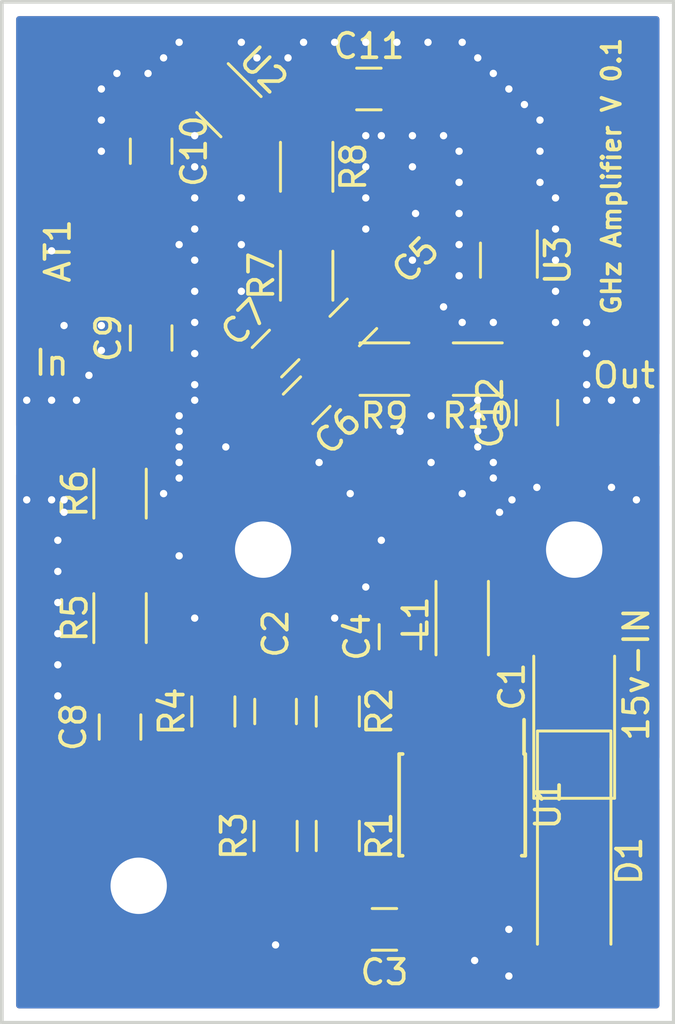
<source format=kicad_pcb>
(kicad_pcb (version 4) (host pcbnew 4.0.6)

  (general
    (links 175)
    (no_connects 0)
    (area 115.748999 77.511 143.331001 119.693)
    (thickness 1.6)
    (drawings 9)
    (tracks 100)
    (zones 0)
    (modules 151)
    (nets 18)
  )

  (page A4)
  (layers
    (0 F.Cu signal)
    (31 B.Cu signal hide)
    (32 B.Adhes user hide)
    (33 F.Adhes user hide)
    (34 B.Paste user hide)
    (35 F.Paste user hide)
    (36 B.SilkS user hide)
    (37 F.SilkS user)
    (38 B.Mask user hide)
    (39 F.Mask user hide)
    (40 Dwgs.User user)
    (41 Cmts.User user)
    (42 Eco1.User user)
    (43 Eco2.User user)
    (44 Edge.Cuts user)
    (45 Margin user hide)
    (46 B.CrtYd user)
    (47 F.CrtYd user)
    (48 B.Fab user)
    (49 F.Fab user)
  )

  (setup
    (last_trace_width 0.49)
    (trace_clearance 0.2)
    (zone_clearance 0.508)
    (zone_45_only yes)
    (trace_min 0.2)
    (segment_width 0.2)
    (edge_width 0.15)
    (via_size 0.6)
    (via_drill 0.4)
    (via_min_size 0.4)
    (via_min_drill 0.3)
    (uvia_size 0.3)
    (uvia_drill 0.1)
    (uvias_allowed no)
    (uvia_min_size 0.2)
    (uvia_min_drill 0.1)
    (pcb_text_width 0.3)
    (pcb_text_size 1.5 1.5)
    (mod_edge_width 0.15)
    (mod_text_size 1 1)
    (mod_text_width 0.15)
    (pad_size 4.3 4.3)
    (pad_drill 2.3)
    (pad_to_mask_clearance 0.2)
    (aux_axis_origin 0 0)
    (visible_elements 7FFFFFFF)
    (pcbplotparams
      (layerselection 0x310f0_80000001)
      (usegerberextensions false)
      (excludeedgelayer true)
      (linewidth 0.100000)
      (plotframeref false)
      (viasonmask false)
      (mode 1)
      (useauxorigin false)
      (hpglpennumber 1)
      (hpglpenspeed 20)
      (hpglpendiameter 15)
      (hpglpenoverlay 2)
      (psnegative false)
      (psa4output false)
      (plotreference true)
      (plotvalue true)
      (plotinvisibletext false)
      (padsonsilk false)
      (subtractmaskfromsilk false)
      (outputformat 1)
      (mirror false)
      (drillshape 0)
      (scaleselection 1)
      (outputdirectory Gerbers/))
  )

  (net 0 "")
  (net 1 "Net-(C1-Pad1)")
  (net 2 GND)
  (net 3 "Net-(C2-Pad1)")
  (net 4 +12V)
  (net 5 +12VA)
  (net 6 "Net-(C8-Pad1)")
  (net 7 "Net-(C9-Pad1)")
  (net 8 "Net-(C10-Pad1)")
  (net 9 "Net-(C11-Pad1)")
  (net 10 "Net-(C11-Pad2)")
  (net 11 "Net-(C12-Pad1)")
  (net 12 "Net-(C12-Pad2)")
  (net 13 "Net-(R5-Pad2)")
  (net 14 "Net-(R7-Pad2)")
  (net 15 "Net-(R10-Pad1)")
  (net 16 "Net-(AT1-Pad1)")
  (net 17 "Net-(AT1-Pad2)")

  (net_class Default "This is the default net class."
    (clearance 0.2)
    (trace_width 0.49)
    (via_dia 0.6)
    (via_drill 0.4)
    (uvia_dia 0.3)
    (uvia_drill 0.1)
    (add_net +12V)
    (add_net +12VA)
    (add_net GND)
  )

  (net_class PWR ""
    (clearance 0.2)
    (trace_width 0.49)
    (via_dia 0.6)
    (via_drill 0.4)
    (uvia_dia 0.3)
    (uvia_drill 0.1)
    (add_net "Net-(C1-Pad1)")
    (add_net "Net-(C2-Pad1)")
    (add_net "Net-(C8-Pad1)")
    (add_net "Net-(R10-Pad1)")
    (add_net "Net-(R5-Pad2)")
    (add_net "Net-(R7-Pad2)")
  )

  (net_class Signal ""
    (clearance 0.2)
    (trace_width 0.49)
    (via_dia 0.6)
    (via_drill 0.4)
    (uvia_dia 0.3)
    (uvia_drill 0.1)
    (add_net "Net-(AT1-Pad1)")
    (add_net "Net-(AT1-Pad2)")
    (add_net "Net-(C10-Pad1)")
    (add_net "Net-(C11-Pad1)")
    (add_net "Net-(C11-Pad2)")
    (add_net "Net-(C12-Pad1)")
    (add_net "Net-(C12-Pad2)")
    (add_net "Net-(C9-Pad1)")
  )

  (module MyFootPrint:VIA-0.6mm (layer F.Cu) (tedit 59B2CDAB) (tstamp 59B2F573)
    (at 139.7 93.98)
    (fp_text reference " " (at 0.127 1.143) (layer F.SilkS) hide
      (effects (font (size 1 1) (thickness 0.15)))
    )
    (fp_text value " " (at 0 -0.889) (layer F.Fab) hide
      (effects (font (size 1 1) (thickness 0.15)))
    )
    (pad 1 thru_hole circle (at 0 0) (size 0.6 0.6) (drill 0.3) (layers *.Cu *.Mask)
      (net 2 GND) (zone_connect 2))
  )

  (module MyFootPrint:VIA-0.6mm (layer F.Cu) (tedit 59B2CDAB) (tstamp 59B2F56E)
    (at 140.716 93.98)
    (fp_text reference " " (at 0.127 1.143) (layer F.SilkS) hide
      (effects (font (size 1 1) (thickness 0.15)))
    )
    (fp_text value " " (at 0 -0.889) (layer F.Fab) hide
      (effects (font (size 1 1) (thickness 0.15)))
    )
    (pad 1 thru_hole circle (at 0 0) (size 0.6 0.6) (drill 0.3) (layers *.Cu *.Mask)
      (net 2 GND) (zone_connect 2))
  )

  (module MyFootPrint:VIA-0.6mm (layer F.Cu) (tedit 59B2CDAB) (tstamp 59B2F054)
    (at 140.716 97.536)
    (fp_text reference " " (at 0.127 1.143) (layer F.SilkS) hide
      (effects (font (size 1 1) (thickness 0.15)))
    )
    (fp_text value " " (at 0 -0.889) (layer F.Fab) hide
      (effects (font (size 1 1) (thickness 0.15)))
    )
    (pad 1 thru_hole circle (at 0 0) (size 0.6 0.6) (drill 0.3) (layers *.Cu *.Mask)
      (net 2 GND) (zone_connect 2))
  )

  (module MyFootPrint:VIA-0.6mm (layer F.Cu) (tedit 59B2CDAB) (tstamp 59B2F043)
    (at 137.668 97.536)
    (fp_text reference " " (at 0.127 1.143) (layer F.SilkS) hide
      (effects (font (size 1 1) (thickness 0.15)))
    )
    (fp_text value " " (at 0 -0.889) (layer F.Fab) hide
      (effects (font (size 1 1) (thickness 0.15)))
    )
    (pad 1 thru_hole circle (at 0 0) (size 0.6 0.6) (drill 0.3) (layers *.Cu *.Mask)
      (net 2 GND) (zone_connect 2))
  )

  (module MyFootPrint:VIA-0.6mm (layer F.Cu) (tedit 59B2CDAB) (tstamp 59B2F03E)
    (at 136.652 98.044)
    (fp_text reference " " (at 0.127 1.143) (layer F.SilkS) hide
      (effects (font (size 1 1) (thickness 0.15)))
    )
    (fp_text value " " (at 0 -0.889) (layer F.Fab) hide
      (effects (font (size 1 1) (thickness 0.15)))
    )
    (pad 1 thru_hole circle (at 0 0) (size 0.6 0.6) (drill 0.3) (layers *.Cu *.Mask)
      (net 2 GND) (zone_connect 2))
  )

  (module MyFootPrint:VIA-0.6mm (layer F.Cu) (tedit 59B2CDAB) (tstamp 59B2F029)
    (at 136.144 98.552)
    (fp_text reference " " (at 0.127 1.143) (layer F.SilkS) hide
      (effects (font (size 1 1) (thickness 0.15)))
    )
    (fp_text value " " (at 0 -0.889) (layer F.Fab) hide
      (effects (font (size 1 1) (thickness 0.15)))
    )
    (pad 1 thru_hole circle (at 0 0) (size 0.6 0.6) (drill 0.3) (layers *.Cu *.Mask)
      (net 2 GND) (zone_connect 2))
  )

  (module MyFootPrint:VIA-0.6mm (layer F.Cu) (tedit 59B2CDAB) (tstamp 59B2EB80)
    (at 116.84 93.98)
    (fp_text reference " " (at 0.127 1.143) (layer F.SilkS) hide
      (effects (font (size 1 1) (thickness 0.15)))
    )
    (fp_text value " " (at 0 -0.889) (layer F.Fab) hide
      (effects (font (size 1 1) (thickness 0.15)))
    )
    (pad 1 thru_hole circle (at 0 0) (size 0.6 0.6) (drill 0.3) (layers *.Cu *.Mask)
      (net 2 GND) (zone_connect 2))
  )

  (module MyFootPrint:VIA-0.6mm (layer F.Cu) (tedit 59B2CDAB) (tstamp 59B2D948)
    (at 127 116.205)
    (fp_text reference " " (at 0.127 1.143) (layer F.SilkS) hide
      (effects (font (size 1 1) (thickness 0.15)))
    )
    (fp_text value " " (at 0 -0.889) (layer F.Fab) hide
      (effects (font (size 1 1) (thickness 0.15)))
    )
    (pad 1 thru_hole circle (at 0 0) (size 0.6 0.6) (drill 0.3) (layers *.Cu *.Mask)
      (net 2 GND) (zone_connect 2))
  )

  (module MyFootPrint:VIA-0.6mm (layer F.Cu) (tedit 59B2CDAB) (tstamp 59B2D941)
    (at 135.128 116.84)
    (fp_text reference " " (at 0.127 1.143) (layer F.SilkS) hide
      (effects (font (size 1 1) (thickness 0.15)))
    )
    (fp_text value " " (at 0 -0.889) (layer F.Fab) hide
      (effects (font (size 1 1) (thickness 0.15)))
    )
    (pad 1 thru_hole circle (at 0 0) (size 0.6 0.6) (drill 0.3) (layers *.Cu *.Mask)
      (net 2 GND) (zone_connect 2))
  )

  (module MyFootPrint:VIA-0.6mm (layer F.Cu) (tedit 59B2CDAB) (tstamp 59B2D936)
    (at 136.525 117.475)
    (fp_text reference " " (at 0.127 1.143) (layer F.SilkS) hide
      (effects (font (size 1 1) (thickness 0.15)))
    )
    (fp_text value " " (at 0 -0.889) (layer F.Fab) hide
      (effects (font (size 1 1) (thickness 0.15)))
    )
    (pad 1 thru_hole circle (at 0 0) (size 0.6 0.6) (drill 0.3) (layers *.Cu *.Mask)
      (net 2 GND) (zone_connect 2))
  )

  (module MyFootPrint:VIA-0.6mm (layer F.Cu) (tedit 59B2CDAB) (tstamp 59B2D931)
    (at 136.525 115.57)
    (fp_text reference " " (at 0.127 1.143) (layer F.SilkS) hide
      (effects (font (size 1 1) (thickness 0.15)))
    )
    (fp_text value " " (at 0 -0.889) (layer F.Fab) hide
      (effects (font (size 1 1) (thickness 0.15)))
    )
    (pad 1 thru_hole circle (at 0 0) (size 0.6 0.6) (drill 0.3) (layers *.Cu *.Mask)
      (net 2 GND) (zone_connect 2))
  )

  (module MyFootPrint:VIA-0.6mm (layer F.Cu) (tedit 59B2CDAB) (tstamp 59B2D3C2)
    (at 122.428 97.79)
    (fp_text reference " " (at 0.127 1.143) (layer F.SilkS) hide
      (effects (font (size 1 1) (thickness 0.15)))
    )
    (fp_text value " " (at 0 -0.889) (layer F.Fab) hide
      (effects (font (size 1 1) (thickness 0.15)))
    )
    (pad 1 thru_hole circle (at 0 0) (size 0.6 0.6) (drill 0.3) (layers *.Cu *.Mask)
      (net 2 GND) (zone_connect 2))
  )

  (module MyFootPrint:VIA-0.6mm (layer F.Cu) (tedit 59B2CDAB) (tstamp 59B2D3BD)
    (at 123.063 96.52)
    (fp_text reference " " (at 0.127 1.143) (layer F.SilkS) hide
      (effects (font (size 1 1) (thickness 0.15)))
    )
    (fp_text value " " (at 0 -0.889) (layer F.Fab) hide
      (effects (font (size 1 1) (thickness 0.15)))
    )
    (pad 1 thru_hole circle (at 0 0) (size 0.6 0.6) (drill 0.3) (layers *.Cu *.Mask)
      (net 2 GND) (zone_connect 2))
  )

  (module MyFootPrint:VIA-0.6mm (layer F.Cu) (tedit 59B2CDAB) (tstamp 59B2D3B8)
    (at 123.063 95.25)
    (fp_text reference " " (at 0.127 1.143) (layer F.SilkS) hide
      (effects (font (size 1 1) (thickness 0.15)))
    )
    (fp_text value " " (at 0 -0.889) (layer F.Fab) hide
      (effects (font (size 1 1) (thickness 0.15)))
    )
    (pad 1 thru_hole circle (at 0 0) (size 0.6 0.6) (drill 0.3) (layers *.Cu *.Mask)
      (net 2 GND) (zone_connect 2))
  )

  (module MyFootPrint:VIA-0.6mm (layer F.Cu) (tedit 59B2CDAB) (tstamp 59B2D3B3)
    (at 123.698 93.98)
    (fp_text reference " " (at 0.127 1.143) (layer F.SilkS) hide
      (effects (font (size 1 1) (thickness 0.15)))
    )
    (fp_text value " " (at 0 -0.889) (layer F.Fab) hide
      (effects (font (size 1 1) (thickness 0.15)))
    )
    (pad 1 thru_hole circle (at 0 0) (size 0.6 0.6) (drill 0.3) (layers *.Cu *.Mask)
      (net 2 GND) (zone_connect 2))
  )

  (module MyFootPrint:VIA-0.6mm (layer F.Cu) (tedit 59B2CDAB) (tstamp 59B2D392)
    (at 118.11 106.045)
    (fp_text reference " " (at 0.127 1.143) (layer F.SilkS) hide
      (effects (font (size 1 1) (thickness 0.15)))
    )
    (fp_text value " " (at 0 -0.889) (layer F.Fab) hide
      (effects (font (size 1 1) (thickness 0.15)))
    )
    (pad 1 thru_hole circle (at 0 0) (size 0.6 0.6) (drill 0.3) (layers *.Cu *.Mask)
      (net 2 GND) (zone_connect 2))
  )

  (module MyFootPrint:VIA-0.6mm (layer F.Cu) (tedit 59B2CDAB) (tstamp 59B2D38D)
    (at 118.11 104.775)
    (fp_text reference " " (at 0.127 1.143) (layer F.SilkS) hide
      (effects (font (size 1 1) (thickness 0.15)))
    )
    (fp_text value " " (at 0 -0.889) (layer F.Fab) hide
      (effects (font (size 1 1) (thickness 0.15)))
    )
    (pad 1 thru_hole circle (at 0 0) (size 0.6 0.6) (drill 0.3) (layers *.Cu *.Mask)
      (net 2 GND) (zone_connect 2))
  )

  (module MyFootPrint:VIA-0.6mm (layer F.Cu) (tedit 59B2CDAB) (tstamp 59B2D388)
    (at 118.11 103.505)
    (fp_text reference " " (at 0.127 1.143) (layer F.SilkS) hide
      (effects (font (size 1 1) (thickness 0.15)))
    )
    (fp_text value " " (at 0 -0.889) (layer F.Fab) hide
      (effects (font (size 1 1) (thickness 0.15)))
    )
    (pad 1 thru_hole circle (at 0 0) (size 0.6 0.6) (drill 0.3) (layers *.Cu *.Mask)
      (net 2 GND) (zone_connect 2))
  )

  (module MyFootPrint:VIA-0.6mm (layer F.Cu) (tedit 59B2CDAB) (tstamp 59B2D383)
    (at 118.11 102.235)
    (fp_text reference " " (at 0.127 1.143) (layer F.SilkS) hide
      (effects (font (size 1 1) (thickness 0.15)))
    )
    (fp_text value " " (at 0 -0.889) (layer F.Fab) hide
      (effects (font (size 1 1) (thickness 0.15)))
    )
    (pad 1 thru_hole circle (at 0 0) (size 0.6 0.6) (drill 0.3) (layers *.Cu *.Mask)
      (net 2 GND) (zone_connect 2))
  )

  (module MyFootPrint:VIA-0.6mm (layer F.Cu) (tedit 59B2CDAB) (tstamp 59B2D37E)
    (at 118.11 100.965)
    (fp_text reference " " (at 0.127 1.143) (layer F.SilkS) hide
      (effects (font (size 1 1) (thickness 0.15)))
    )
    (fp_text value " " (at 0 -0.889) (layer F.Fab) hide
      (effects (font (size 1 1) (thickness 0.15)))
    )
    (pad 1 thru_hole circle (at 0 0) (size 0.6 0.6) (drill 0.3) (layers *.Cu *.Mask)
      (net 2 GND) (zone_connect 2))
  )

  (module MyFootPrint:VIA-0.6mm (layer F.Cu) (tedit 59B2CDAB) (tstamp 59B2D379)
    (at 118.11 99.695)
    (fp_text reference " " (at 0.127 1.143) (layer F.SilkS) hide
      (effects (font (size 1 1) (thickness 0.15)))
    )
    (fp_text value " " (at 0 -0.889) (layer F.Fab) hide
      (effects (font (size 1 1) (thickness 0.15)))
    )
    (pad 1 thru_hole circle (at 0 0) (size 0.6 0.6) (drill 0.3) (layers *.Cu *.Mask)
      (net 2 GND) (zone_connect 2))
  )

  (module MyFootPrint:VIA-0.6mm (layer F.Cu) (tedit 59B2CDAB) (tstamp 59B2D35C)
    (at 118.364 90.932)
    (fp_text reference " " (at 0.127 1.143) (layer F.SilkS) hide
      (effects (font (size 1 1) (thickness 0.15)))
    )
    (fp_text value " " (at 0 -0.889) (layer F.Fab) hide
      (effects (font (size 1 1) (thickness 0.15)))
    )
    (pad 1 thru_hole circle (at 0 0) (size 0.6 0.6) (drill 0.3) (layers *.Cu *.Mask)
      (net 2 GND) (zone_connect 2))
  )

  (module MyFootPrint:VIA-0.6mm (layer F.Cu) (tedit 59B2CDAB) (tstamp 59B2D355)
    (at 118.364 98.552)
    (fp_text reference " " (at 0.127 1.143) (layer F.SilkS) hide
      (effects (font (size 1 1) (thickness 0.15)))
    )
    (fp_text value " " (at 0 -0.889) (layer F.Fab) hide
      (effects (font (size 1 1) (thickness 0.15)))
    )
    (pad 1 thru_hole circle (at 0 0) (size 0.6 0.6) (drill 0.3) (layers *.Cu *.Mask)
      (net 2 GND) (zone_connect 2))
  )

  (module MyFootPrint:VIA-0.6mm (layer F.Cu) (tedit 59B2CDAB) (tstamp 59B2D34F)
    (at 118.364 98.044)
    (fp_text reference " " (at 0.127 1.143) (layer F.SilkS) hide
      (effects (font (size 1 1) (thickness 0.15)))
    )
    (fp_text value " " (at 0 -0.889) (layer F.Fab) hide
      (effects (font (size 1 1) (thickness 0.15)))
    )
    (pad 1 thru_hole circle (at 0 0) (size 0.6 0.6) (drill 0.3) (layers *.Cu *.Mask)
      (net 2 GND) (zone_connect 2))
  )

  (module MyFootPrint:VIA-0.6mm (layer F.Cu) (tedit 59B2CDAB) (tstamp 59B2D34A)
    (at 117.856 98.044)
    (fp_text reference " " (at 0.127 1.143) (layer F.SilkS) hide
      (effects (font (size 1 1) (thickness 0.15)))
    )
    (fp_text value " " (at 0 -0.889) (layer F.Fab) hide
      (effects (font (size 1 1) (thickness 0.15)))
    )
    (pad 1 thru_hole circle (at 0 0) (size 0.6 0.6) (drill 0.3) (layers *.Cu *.Mask)
      (net 2 GND) (zone_connect 2))
  )

  (module MyFootPrint:VIA-0.6mm (layer F.Cu) (tedit 59B2CDAB) (tstamp 59B2D344)
    (at 116.84 98.044)
    (fp_text reference " " (at 0.127 1.143) (layer F.SilkS) hide
      (effects (font (size 1 1) (thickness 0.15)))
    )
    (fp_text value " " (at 0 -0.889) (layer F.Fab) hide
      (effects (font (size 1 1) (thickness 0.15)))
    )
    (pad 1 thru_hole circle (at 0 0) (size 0.6 0.6) (drill 0.3) (layers *.Cu *.Mask)
      (net 2 GND) (zone_connect 2))
  )

  (module MyFootPrint:VIA-0.6mm (layer F.Cu) (tedit 59B2CDAB) (tstamp 59B2D335)
    (at 119.888 91.948)
    (fp_text reference " " (at 0.127 1.143) (layer F.SilkS) hide
      (effects (font (size 1 1) (thickness 0.15)))
    )
    (fp_text value " " (at 0 -0.889) (layer F.Fab) hide
      (effects (font (size 1 1) (thickness 0.15)))
    )
    (pad 1 thru_hole circle (at 0 0) (size 0.6 0.6) (drill 0.3) (layers *.Cu *.Mask)
      (net 2 GND) (zone_connect 2))
  )

  (module MyFootPrint:VIA-0.6mm (layer F.Cu) (tedit 59B2CDAB) (tstamp 59B2D330)
    (at 119.38 92.964)
    (fp_text reference " " (at 0.127 1.143) (layer F.SilkS) hide
      (effects (font (size 1 1) (thickness 0.15)))
    )
    (fp_text value " " (at 0 -0.889) (layer F.Fab) hide
      (effects (font (size 1 1) (thickness 0.15)))
    )
    (pad 1 thru_hole circle (at 0 0) (size 0.6 0.6) (drill 0.3) (layers *.Cu *.Mask)
      (net 2 GND) (zone_connect 2))
  )

  (module MyFootPrint:VIA-0.6mm (layer F.Cu) (tedit 59B2CDAB) (tstamp 59B2D32B)
    (at 118.872 93.98)
    (fp_text reference " " (at 0.127 1.143) (layer F.SilkS) hide
      (effects (font (size 1 1) (thickness 0.15)))
    )
    (fp_text value " " (at 0 -0.889) (layer F.Fab) hide
      (effects (font (size 1 1) (thickness 0.15)))
    )
    (pad 1 thru_hole circle (at 0 0) (size 0.6 0.6) (drill 0.3) (layers *.Cu *.Mask)
      (net 2 GND) (zone_connect 2))
  )

  (module MyFootPrint:VIA-0.6mm (layer F.Cu) (tedit 59B2CDAB) (tstamp 59B2D2CA)
    (at 133.35 94.615)
    (fp_text reference " " (at 0.127 1.143) (layer F.SilkS) hide
      (effects (font (size 1 1) (thickness 0.15)))
    )
    (fp_text value " " (at 0 -0.889) (layer F.Fab) hide
      (effects (font (size 1 1) (thickness 0.15)))
    )
    (pad 1 thru_hole circle (at 0 0) (size 0.6 0.6) (drill 0.3) (layers *.Cu *.Mask)
      (net 2 GND) (zone_connect 2))
  )

  (module MyFootPrint:VIA-0.6mm (layer F.Cu) (tedit 59B2CDAB) (tstamp 59B2D2C5)
    (at 134.62 97.79)
    (fp_text reference " " (at 0.127 1.143) (layer F.SilkS) hide
      (effects (font (size 1 1) (thickness 0.15)))
    )
    (fp_text value " " (at 0 -0.889) (layer F.Fab) hide
      (effects (font (size 1 1) (thickness 0.15)))
    )
    (pad 1 thru_hole circle (at 0 0) (size 0.6 0.6) (drill 0.3) (layers *.Cu *.Mask)
      (net 2 GND) (zone_connect 2))
  )

  (module MyFootPrint:VIA-0.6mm (layer F.Cu) (tedit 59B2CDAB) (tstamp 59B2D2C0)
    (at 133.35 96.52)
    (fp_text reference " " (at 0.127 1.143) (layer F.SilkS) hide
      (effects (font (size 1 1) (thickness 0.15)))
    )
    (fp_text value " " (at 0 -0.889) (layer F.Fab) hide
      (effects (font (size 1 1) (thickness 0.15)))
    )
    (pad 1 thru_hole circle (at 0 0) (size 0.6 0.6) (drill 0.3) (layers *.Cu *.Mask)
      (net 2 GND) (zone_connect 2))
  )

  (module MyFootPrint:VIA-0.6mm (layer F.Cu) (tedit 59B2CDAB) (tstamp 59B2D2BB)
    (at 132.08 95.25)
    (fp_text reference " " (at 0.127 1.143) (layer F.SilkS) hide
      (effects (font (size 1 1) (thickness 0.15)))
    )
    (fp_text value " " (at 0 -0.889) (layer F.Fab) hide
      (effects (font (size 1 1) (thickness 0.15)))
    )
    (pad 1 thru_hole circle (at 0 0) (size 0.6 0.6) (drill 0.3) (layers *.Cu *.Mask)
      (net 2 GND) (zone_connect 2))
  )

  (module MyFootPrint:VIA-0.6mm (layer F.Cu) (tedit 59B2CDAB) (tstamp 59B2D2B6)
    (at 128.778 96.52)
    (fp_text reference " " (at 0.127 1.143) (layer F.SilkS) hide
      (effects (font (size 1 1) (thickness 0.15)))
    )
    (fp_text value " " (at 0 -0.889) (layer F.Fab) hide
      (effects (font (size 1 1) (thickness 0.15)))
    )
    (pad 1 thru_hole circle (at 0 0) (size 0.6 0.6) (drill 0.3) (layers *.Cu *.Mask)
      (net 2 GND) (zone_connect 2))
  )

  (module MyFootPrint:VIA-0.6mm (layer F.Cu) (tedit 59B2CDAB) (tstamp 59B2D2B1)
    (at 123.063 100.33)
    (fp_text reference " " (at 0.127 1.143) (layer F.SilkS) hide
      (effects (font (size 1 1) (thickness 0.15)))
    )
    (fp_text value " " (at 0 -0.889) (layer F.Fab) hide
      (effects (font (size 1 1) (thickness 0.15)))
    )
    (pad 1 thru_hole circle (at 0 0) (size 0.6 0.6) (drill 0.3) (layers *.Cu *.Mask)
      (net 2 GND) (zone_connect 2))
  )

  (module MyFootPrint:VIA-0.6mm (layer F.Cu) (tedit 59B2CDAB) (tstamp 59B2D2AB)
    (at 123.698 102.87)
    (fp_text reference " " (at 0.127 1.143) (layer F.SilkS) hide
      (effects (font (size 1 1) (thickness 0.15)))
    )
    (fp_text value " " (at 0 -0.889) (layer F.Fab) hide
      (effects (font (size 1 1) (thickness 0.15)))
    )
    (pad 1 thru_hole circle (at 0 0) (size 0.6 0.6) (drill 0.3) (layers *.Cu *.Mask)
      (net 2 GND) (zone_connect 2))
  )

  (module MyFootPrint:VIA-0.6mm (layer F.Cu) (tedit 59B2CDAB) (tstamp 59B2D2A6)
    (at 129.413 102.87)
    (fp_text reference " " (at 0.127 1.143) (layer F.SilkS) hide
      (effects (font (size 1 1) (thickness 0.15)))
    )
    (fp_text value " " (at 0 -0.889) (layer F.Fab) hide
      (effects (font (size 1 1) (thickness 0.15)))
    )
    (pad 1 thru_hole circle (at 0 0) (size 0.6 0.6) (drill 0.3) (layers *.Cu *.Mask)
      (net 2 GND) (zone_connect 2))
  )

  (module MyFootPrint:VIA-0.6mm (layer F.Cu) (tedit 59B2CDAB) (tstamp 59B2D2A0)
    (at 130.683 101.6)
    (fp_text reference " " (at 0.127 1.143) (layer F.SilkS) hide
      (effects (font (size 1 1) (thickness 0.15)))
    )
    (fp_text value " " (at 0 -0.889) (layer F.Fab) hide
      (effects (font (size 1 1) (thickness 0.15)))
    )
    (pad 1 thru_hole circle (at 0 0) (size 0.6 0.6) (drill 0.3) (layers *.Cu *.Mask)
      (net 2 GND) (zone_connect 2))
  )

  (module MyFootPrint:VIA-0.6mm (layer F.Cu) (tedit 59B2CDAB) (tstamp 59B2D29B)
    (at 131.318 99.695)
    (fp_text reference " " (at 0.127 1.143) (layer F.SilkS) hide
      (effects (font (size 1 1) (thickness 0.15)))
    )
    (fp_text value " " (at 0 -0.889) (layer F.Fab) hide
      (effects (font (size 1 1) (thickness 0.15)))
    )
    (pad 1 thru_hole circle (at 0 0) (size 0.6 0.6) (drill 0.3) (layers *.Cu *.Mask)
      (net 2 GND) (zone_connect 2))
  )

  (module MyFootPrint:VIA-0.6mm (layer F.Cu) (tedit 59B2CDAB) (tstamp 59B2D296)
    (at 130.048 97.79)
    (fp_text reference " " (at 0.127 1.143) (layer F.SilkS) hide
      (effects (font (size 1 1) (thickness 0.15)))
    )
    (fp_text value " " (at 0 -0.889) (layer F.Fab) hide
      (effects (font (size 1 1) (thickness 0.15)))
    )
    (pad 1 thru_hole circle (at 0 0) (size 0.6 0.6) (drill 0.3) (layers *.Cu *.Mask)
      (net 2 GND) (zone_connect 2))
  )

  (module MyFootPrint:VIA-0.6mm (layer F.Cu) (tedit 59B2CDAB) (tstamp 59B2D28E)
    (at 124.968 95.885)
    (fp_text reference " " (at 0.127 1.143) (layer F.SilkS) hide
      (effects (font (size 1 1) (thickness 0.15)))
    )
    (fp_text value " " (at 0 -0.889) (layer F.Fab) hide
      (effects (font (size 1 1) (thickness 0.15)))
    )
    (pad 1 thru_hole circle (at 0 0) (size 0.6 0.6) (drill 0.3) (layers *.Cu *.Mask)
      (net 2 GND) (zone_connect 2))
  )

  (module MyFootPrint:VIA-0.6mm (layer F.Cu) (tedit 59B2CDAB) (tstamp 59B2D250)
    (at 134.62 90.805)
    (fp_text reference " " (at 0.127 1.143) (layer F.SilkS) hide
      (effects (font (size 1 1) (thickness 0.15)))
    )
    (fp_text value " " (at 0 -0.889) (layer F.Fab) hide
      (effects (font (size 1 1) (thickness 0.15)))
    )
    (pad 1 thru_hole circle (at 0 0) (size 0.6 0.6) (drill 0.3) (layers *.Cu *.Mask)
      (net 2 GND) (zone_connect 2))
  )

  (module MyFootPrint:VIA-0.6mm (layer F.Cu) (tedit 59B2CDAB) (tstamp 59B2D245)
    (at 135.89 90.805)
    (fp_text reference " " (at 0.127 1.143) (layer F.SilkS) hide
      (effects (font (size 1 1) (thickness 0.15)))
    )
    (fp_text value " " (at 0 -0.889) (layer F.Fab) hide
      (effects (font (size 1 1) (thickness 0.15)))
    )
    (pad 1 thru_hole circle (at 0 0) (size 0.6 0.6) (drill 0.3) (layers *.Cu *.Mask)
      (net 2 GND) (zone_connect 2))
  )

  (module MyFootPrint:VIA-0.6mm (layer F.Cu) (tedit 59B2CDAB) (tstamp 59B2D236)
    (at 135.255 93.98)
    (fp_text reference " " (at 0.127 1.143) (layer F.SilkS) hide
      (effects (font (size 1 1) (thickness 0.15)))
    )
    (fp_text value " " (at 0 -0.889) (layer F.Fab) hide
      (effects (font (size 1 1) (thickness 0.15)))
    )
    (pad 1 thru_hole circle (at 0 0) (size 0.6 0.6) (drill 0.3) (layers *.Cu *.Mask)
      (net 2 GND) (zone_connect 2))
  )

  (module MyFootPrint:VIA-0.6mm (layer F.Cu) (tedit 59B2CDAB) (tstamp 59B2D22E)
    (at 135.255 94.615)
    (fp_text reference " " (at 0.127 1.143) (layer F.SilkS) hide
      (effects (font (size 1 1) (thickness 0.15)))
    )
    (fp_text value " " (at 0 -0.889) (layer F.Fab) hide
      (effects (font (size 1 1) (thickness 0.15)))
    )
    (pad 1 thru_hole circle (at 0 0) (size 0.6 0.6) (drill 0.3) (layers *.Cu *.Mask)
      (net 2 GND) (zone_connect 2))
  )

  (module MyFootPrint:VIA-0.6mm (layer F.Cu) (tedit 59B2CDAB) (tstamp 59B2D229)
    (at 135.255 95.25)
    (fp_text reference " " (at 0.127 1.143) (layer F.SilkS) hide
      (effects (font (size 1 1) (thickness 0.15)))
    )
    (fp_text value " " (at 0 -0.889) (layer F.Fab) hide
      (effects (font (size 1 1) (thickness 0.15)))
    )
    (pad 1 thru_hole circle (at 0 0) (size 0.6 0.6) (drill 0.3) (layers *.Cu *.Mask)
      (net 2 GND) (zone_connect 2))
  )

  (module MyFootPrint:VIA-0.6mm (layer F.Cu) (tedit 59B2CDAB) (tstamp 59B2D224)
    (at 135.255 95.885)
    (fp_text reference " " (at 0.127 1.143) (layer F.SilkS) hide
      (effects (font (size 1 1) (thickness 0.15)))
    )
    (fp_text value " " (at 0 -0.889) (layer F.Fab) hide
      (effects (font (size 1 1) (thickness 0.15)))
    )
    (pad 1 thru_hole circle (at 0 0) (size 0.6 0.6) (drill 0.3) (layers *.Cu *.Mask)
      (net 2 GND) (zone_connect 2))
  )

  (module MyFootPrint:VIA-0.6mm (layer F.Cu) (tedit 59B2CDAB) (tstamp 59B2D21D)
    (at 135.89 96.52)
    (fp_text reference " " (at 0.127 1.143) (layer F.SilkS) hide
      (effects (font (size 1 1) (thickness 0.15)))
    )
    (fp_text value " " (at 0 -0.889) (layer F.Fab) hide
      (effects (font (size 1 1) (thickness 0.15)))
    )
    (pad 1 thru_hole circle (at 0 0) (size 0.6 0.6) (drill 0.3) (layers *.Cu *.Mask)
      (net 2 GND) (zone_connect 2))
  )

  (module MyFootPrint:VIA-0.6mm (layer F.Cu) (tedit 59B2CDAB) (tstamp 59B2D217)
    (at 135.89 97.155)
    (fp_text reference " " (at 0.127 1.143) (layer F.SilkS) hide
      (effects (font (size 1 1) (thickness 0.15)))
    )
    (fp_text value " " (at 0 -0.889) (layer F.Fab) hide
      (effects (font (size 1 1) (thickness 0.15)))
    )
    (pad 1 thru_hole circle (at 0 0) (size 0.6 0.6) (drill 0.3) (layers *.Cu *.Mask)
      (net 2 GND) (zone_connect 2))
  )

  (module MyFootPrint:VIA-0.6mm (layer F.Cu) (tedit 59B2CDAB) (tstamp 59B2D1F7)
    (at 141.732 98.044)
    (fp_text reference " " (at 0.127 1.143) (layer F.SilkS) hide
      (effects (font (size 1 1) (thickness 0.15)))
    )
    (fp_text value " " (at 0 -0.889) (layer F.Fab) hide
      (effects (font (size 1 1) (thickness 0.15)))
    )
    (pad 1 thru_hole circle (at 0 0) (size 0.6 0.6) (drill 0.3) (layers *.Cu *.Mask)
      (net 2 GND) (zone_connect 2))
  )

  (module MyFootPrint:VIA-0.6mm (layer F.Cu) (tedit 59B2CDAB) (tstamp 59B2D128)
    (at 141.732 93.98)
    (fp_text reference " " (at 0.127 1.143) (layer F.SilkS) hide
      (effects (font (size 1 1) (thickness 0.15)))
    )
    (fp_text value " " (at 0 -0.889) (layer F.Fab) hide
      (effects (font (size 1 1) (thickness 0.15)))
    )
    (pad 1 thru_hole circle (at 0 0) (size 0.6 0.6) (drill 0.3) (layers *.Cu *.Mask)
      (net 2 GND) (zone_connect 2))
  )

  (module MyFootPrint:VIA-0.6mm (layer F.Cu) (tedit 59B2CDAB) (tstamp 59B2D11E)
    (at 139.7 93.345)
    (fp_text reference " " (at 0.127 1.143) (layer F.SilkS) hide
      (effects (font (size 1 1) (thickness 0.15)))
    )
    (fp_text value " " (at 0 -0.889) (layer F.Fab) hide
      (effects (font (size 1 1) (thickness 0.15)))
    )
    (pad 1 thru_hole circle (at 0 0) (size 0.6 0.6) (drill 0.3) (layers *.Cu *.Mask)
      (net 2 GND) (zone_connect 2))
  )

  (module MyFootPrint:VIA-0.6mm (layer F.Cu) (tedit 59B2CDAB) (tstamp 59B2D119)
    (at 139.7 92.075)
    (fp_text reference " " (at 0.127 1.143) (layer F.SilkS) hide
      (effects (font (size 1 1) (thickness 0.15)))
    )
    (fp_text value " " (at 0 -0.889) (layer F.Fab) hide
      (effects (font (size 1 1) (thickness 0.15)))
    )
    (pad 1 thru_hole circle (at 0 0) (size 0.6 0.6) (drill 0.3) (layers *.Cu *.Mask)
      (net 2 GND) (zone_connect 2))
  )

  (module MyFootPrint:VIA-0.6mm (layer F.Cu) (tedit 59B2CDAB) (tstamp 59B2D113)
    (at 139.7 90.805)
    (fp_text reference " " (at 0.127 1.143) (layer F.SilkS) hide
      (effects (font (size 1 1) (thickness 0.15)))
    )
    (fp_text value " " (at 0 -0.889) (layer F.Fab) hide
      (effects (font (size 1 1) (thickness 0.15)))
    )
    (pad 1 thru_hole circle (at 0 0) (size 0.6 0.6) (drill 0.3) (layers *.Cu *.Mask)
      (net 2 GND) (zone_connect 2))
  )

  (module MyFootPrint:VIA-0.6mm (layer F.Cu) (tedit 59B2CDAB) (tstamp 59B2D0EB)
    (at 125.603 89.535)
    (fp_text reference " " (at 0.127 1.143) (layer F.SilkS) hide
      (effects (font (size 1 1) (thickness 0.15)))
    )
    (fp_text value " " (at 0 -0.889) (layer F.Fab) hide
      (effects (font (size 1 1) (thickness 0.15)))
    )
    (pad 1 thru_hole circle (at 0 0) (size 0.6 0.6) (drill 0.3) (layers *.Cu *.Mask)
      (net 2 GND) (zone_connect 2))
  )

  (module MyFootPrint:VIA-0.6mm (layer F.Cu) (tedit 59B2CDAB) (tstamp 59B2D0E6)
    (at 125.603 87.63)
    (fp_text reference " " (at 0.127 1.143) (layer F.SilkS) hide
      (effects (font (size 1 1) (thickness 0.15)))
    )
    (fp_text value " " (at 0 -0.889) (layer F.Fab) hide
      (effects (font (size 1 1) (thickness 0.15)))
    )
    (pad 1 thru_hole circle (at 0 0) (size 0.6 0.6) (drill 0.3) (layers *.Cu *.Mask)
      (net 2 GND) (zone_connect 2))
  )

  (module MyFootPrint:VIA-0.6mm (layer F.Cu) (tedit 59B2CDAB) (tstamp 59B2D0E1)
    (at 125.603 85.725)
    (fp_text reference " " (at 0.127 1.143) (layer F.SilkS) hide
      (effects (font (size 1 1) (thickness 0.15)))
    )
    (fp_text value " " (at 0 -0.889) (layer F.Fab) hide
      (effects (font (size 1 1) (thickness 0.15)))
    )
    (pad 1 thru_hole circle (at 0 0) (size 0.6 0.6) (drill 0.3) (layers *.Cu *.Mask)
      (net 2 GND) (zone_connect 2))
  )

  (module MyFootPrint:VIA-0.6mm (layer F.Cu) (tedit 59B2CDAB) (tstamp 59B2D0DC)
    (at 123.063 97.155)
    (fp_text reference " " (at 0.127 1.143) (layer F.SilkS) hide
      (effects (font (size 1 1) (thickness 0.15)))
    )
    (fp_text value " " (at 0 -0.889) (layer F.Fab) hide
      (effects (font (size 1 1) (thickness 0.15)))
    )
    (pad 1 thru_hole circle (at 0 0) (size 0.6 0.6) (drill 0.3) (layers *.Cu *.Mask)
      (net 2 GND) (zone_connect 2))
  )

  (module MyFootPrint:VIA-0.6mm (layer F.Cu) (tedit 59B2CDAB) (tstamp 59B2D0D7)
    (at 123.063 95.885)
    (fp_text reference " " (at 0.127 1.143) (layer F.SilkS) hide
      (effects (font (size 1 1) (thickness 0.15)))
    )
    (fp_text value " " (at 0 -0.889) (layer F.Fab) hide
      (effects (font (size 1 1) (thickness 0.15)))
    )
    (pad 1 thru_hole circle (at 0 0) (size 0.6 0.6) (drill 0.3) (layers *.Cu *.Mask)
      (net 2 GND) (zone_connect 2))
  )

  (module MyFootPrint:VIA-0.6mm (layer F.Cu) (tedit 59B2CDAB) (tstamp 59B2D0D0)
    (at 123.063 94.615)
    (fp_text reference " " (at 0.127 1.143) (layer F.SilkS) hide
      (effects (font (size 1 1) (thickness 0.15)))
    )
    (fp_text value " " (at 0 -0.889) (layer F.Fab) hide
      (effects (font (size 1 1) (thickness 0.15)))
    )
    (pad 1 thru_hole circle (at 0 0) (size 0.6 0.6) (drill 0.3) (layers *.Cu *.Mask)
      (net 2 GND) (zone_connect 2))
  )

  (module MyFootPrint:VIA-0.6mm (layer F.Cu) (tedit 59B2CDAB) (tstamp 59B2D0CB)
    (at 123.698 93.345)
    (fp_text reference " " (at 0.127 1.143) (layer F.SilkS) hide
      (effects (font (size 1 1) (thickness 0.15)))
    )
    (fp_text value " " (at 0 -0.889) (layer F.Fab) hide
      (effects (font (size 1 1) (thickness 0.15)))
    )
    (pad 1 thru_hole circle (at 0 0) (size 0.6 0.6) (drill 0.3) (layers *.Cu *.Mask)
      (net 2 GND) (zone_connect 2))
  )

  (module MyFootPrint:VIA-0.6mm (layer F.Cu) (tedit 59B2CDAB) (tstamp 59B2D0C6)
    (at 123.698 92.075)
    (fp_text reference " " (at 0.127 1.143) (layer F.SilkS) hide
      (effects (font (size 1 1) (thickness 0.15)))
    )
    (fp_text value " " (at 0 -0.889) (layer F.Fab) hide
      (effects (font (size 1 1) (thickness 0.15)))
    )
    (pad 1 thru_hole circle (at 0 0) (size 0.6 0.6) (drill 0.3) (layers *.Cu *.Mask)
      (net 2 GND) (zone_connect 2))
  )

  (module MyFootPrint:VIA-0.6mm (layer F.Cu) (tedit 59B2CDAB) (tstamp 59B2D0C1)
    (at 123.698 90.805)
    (fp_text reference " " (at 0.127 1.143) (layer F.SilkS) hide
      (effects (font (size 1 1) (thickness 0.15)))
    )
    (fp_text value " " (at 0 -0.889) (layer F.Fab) hide
      (effects (font (size 1 1) (thickness 0.15)))
    )
    (pad 1 thru_hole circle (at 0 0) (size 0.6 0.6) (drill 0.3) (layers *.Cu *.Mask)
      (net 2 GND) (zone_connect 2))
  )

  (module MyFootPrint:VIA-0.6mm (layer F.Cu) (tedit 59B2CDAB) (tstamp 59B2D0BC)
    (at 123.698 89.535)
    (fp_text reference " " (at 0.127 1.143) (layer F.SilkS) hide
      (effects (font (size 1 1) (thickness 0.15)))
    )
    (fp_text value " " (at 0 -0.889) (layer F.Fab) hide
      (effects (font (size 1 1) (thickness 0.15)))
    )
    (pad 1 thru_hole circle (at 0 0) (size 0.6 0.6) (drill 0.3) (layers *.Cu *.Mask)
      (net 2 GND) (zone_connect 2))
  )

  (module MyFootPrint:VIA-0.6mm (layer F.Cu) (tedit 59B2CDAB) (tstamp 59B2D0B2)
    (at 123.698 88.265)
    (fp_text reference " " (at 0.127 1.143) (layer F.SilkS) hide
      (effects (font (size 1 1) (thickness 0.15)))
    )
    (fp_text value " " (at 0 -0.889) (layer F.Fab) hide
      (effects (font (size 1 1) (thickness 0.15)))
    )
    (pad 1 thru_hole circle (at 0 0) (size 0.6 0.6) (drill 0.3) (layers *.Cu *.Mask)
      (net 2 GND) (zone_connect 2))
  )

  (module MyFootPrint:VIA-0.6mm (layer F.Cu) (tedit 59B2CDAB) (tstamp 59B2D0AD)
    (at 123.063 87.63)
    (fp_text reference " " (at 0.127 1.143) (layer F.SilkS) hide
      (effects (font (size 1 1) (thickness 0.15)))
    )
    (fp_text value " " (at 0 -0.889) (layer F.Fab) hide
      (effects (font (size 1 1) (thickness 0.15)))
    )
    (pad 1 thru_hole circle (at 0 0) (size 0.6 0.6) (drill 0.3) (layers *.Cu *.Mask)
      (net 2 GND) (zone_connect 2))
  )

  (module MyFootPrint:VIA-0.6mm (layer F.Cu) (tedit 59B2CDAB) (tstamp 59B2D0A8)
    (at 123.698 86.995)
    (fp_text reference " " (at 0.127 1.143) (layer F.SilkS) hide
      (effects (font (size 1 1) (thickness 0.15)))
    )
    (fp_text value " " (at 0 -0.889) (layer F.Fab) hide
      (effects (font (size 1 1) (thickness 0.15)))
    )
    (pad 1 thru_hole circle (at 0 0) (size 0.6 0.6) (drill 0.3) (layers *.Cu *.Mask)
      (net 2 GND) (zone_connect 2))
  )

  (module MyFootPrint:VIA-0.6mm (layer F.Cu) (tedit 59B2CDAB) (tstamp 59B2D0A3)
    (at 123.698 85.725)
    (fp_text reference " " (at 0.127 1.143) (layer F.SilkS) hide
      (effects (font (size 1 1) (thickness 0.15)))
    )
    (fp_text value " " (at 0 -0.889) (layer F.Fab) hide
      (effects (font (size 1 1) (thickness 0.15)))
    )
    (pad 1 thru_hole circle (at 0 0) (size 0.6 0.6) (drill 0.3) (layers *.Cu *.Mask)
      (net 2 GND) (zone_connect 2))
  )

  (module MyFootPrint:VIA-0.6mm (layer F.Cu) (tedit 59B2CDAB) (tstamp 59B2D09E)
    (at 123.698 84.455)
    (fp_text reference " " (at 0.127 1.143) (layer F.SilkS) hide
      (effects (font (size 1 1) (thickness 0.15)))
    )
    (fp_text value " " (at 0 -0.889) (layer F.Fab) hide
      (effects (font (size 1 1) (thickness 0.15)))
    )
    (pad 1 thru_hole circle (at 0 0) (size 0.6 0.6) (drill 0.3) (layers *.Cu *.Mask)
      (net 2 GND) (zone_connect 2))
  )

  (module MyFootPrint:VIA-0.6mm (layer F.Cu) (tedit 59B2CDAB) (tstamp 59B2D098)
    (at 123.698 83.185)
    (fp_text reference " " (at 0.127 1.143) (layer F.SilkS) hide
      (effects (font (size 1 1) (thickness 0.15)))
    )
    (fp_text value " " (at 0 -0.889) (layer F.Fab) hide
      (effects (font (size 1 1) (thickness 0.15)))
    )
    (pad 1 thru_hole circle (at 0 0) (size 0.6 0.6) (drill 0.3) (layers *.Cu *.Mask)
      (net 2 GND) (zone_connect 2))
  )

  (module MyFootPrint:VIA-0.6mm (layer F.Cu) (tedit 59B2CDAB) (tstamp 59B2D08A)
    (at 117.856 87.884)
    (fp_text reference " " (at 0.127 1.143) (layer F.SilkS) hide
      (effects (font (size 1 1) (thickness 0.15)))
    )
    (fp_text value " " (at 0 -0.889) (layer F.Fab) hide
      (effects (font (size 1 1) (thickness 0.15)))
    )
    (pad 1 thru_hole circle (at 0 0) (size 0.6 0.6) (drill 0.3) (layers *.Cu *.Mask)
      (net 2 GND) (zone_connect 2))
  )

  (module MyFootPrint:VIA-0.6mm (layer F.Cu) (tedit 59B2CDAB) (tstamp 59B2D073)
    (at 119.888 83.82)
    (fp_text reference " " (at 0.127 1.143) (layer F.SilkS) hide
      (effects (font (size 1 1) (thickness 0.15)))
    )
    (fp_text value " " (at 0 -0.889) (layer F.Fab) hide
      (effects (font (size 1 1) (thickness 0.15)))
    )
    (pad 1 thru_hole circle (at 0 0) (size 0.6 0.6) (drill 0.3) (layers *.Cu *.Mask)
      (net 2 GND) (zone_connect 2))
  )

  (module MyFootPrint:VIA-0.6mm (layer F.Cu) (tedit 59B2CDAB) (tstamp 59B2D06E)
    (at 119.888 82.55)
    (fp_text reference " " (at 0.127 1.143) (layer F.SilkS) hide
      (effects (font (size 1 1) (thickness 0.15)))
    )
    (fp_text value " " (at 0 -0.889) (layer F.Fab) hide
      (effects (font (size 1 1) (thickness 0.15)))
    )
    (pad 1 thru_hole circle (at 0 0) (size 0.6 0.6) (drill 0.3) (layers *.Cu *.Mask)
      (net 2 GND) (zone_connect 2))
  )

  (module MyFootPrint:VIA-0.6mm (layer F.Cu) (tedit 59B2CDAB) (tstamp 59B2D066)
    (at 119.888 81.28)
    (fp_text reference " " (at 0.127 1.143) (layer F.SilkS) hide
      (effects (font (size 1 1) (thickness 0.15)))
    )
    (fp_text value " " (at 0 -0.889) (layer F.Fab) hide
      (effects (font (size 1 1) (thickness 0.15)))
    )
    (pad 1 thru_hole circle (at 0 0) (size 0.6 0.6) (drill 0.3) (layers *.Cu *.Mask)
      (net 2 GND) (zone_connect 2))
  )

  (module MyFootPrint:VIA-0.6mm (layer F.Cu) (tedit 59B2CDAB) (tstamp 59B2D05D)
    (at 120.523 80.645)
    (fp_text reference " " (at 0.127 1.143) (layer F.SilkS) hide
      (effects (font (size 1 1) (thickness 0.15)))
    )
    (fp_text value " " (at 0 -0.889) (layer F.Fab) hide
      (effects (font (size 1 1) (thickness 0.15)))
    )
    (pad 1 thru_hole circle (at 0 0) (size 0.6 0.6) (drill 0.3) (layers *.Cu *.Mask)
      (net 2 GND) (zone_connect 2))
  )

  (module MyFootPrint:VIA-0.6mm (layer F.Cu) (tedit 59B2CDAB) (tstamp 59B2D058)
    (at 121.793 80.645)
    (fp_text reference " " (at 0.127 1.143) (layer F.SilkS) hide
      (effects (font (size 1 1) (thickness 0.15)))
    )
    (fp_text value " " (at 0 -0.889) (layer F.Fab) hide
      (effects (font (size 1 1) (thickness 0.15)))
    )
    (pad 1 thru_hole circle (at 0 0) (size 0.6 0.6) (drill 0.3) (layers *.Cu *.Mask)
      (net 2 GND) (zone_connect 2))
  )

  (module MyFootPrint:VIA-0.6mm (layer F.Cu) (tedit 59B2CDAB) (tstamp 59B2D053)
    (at 122.428 80.01)
    (fp_text reference " " (at 0.127 1.143) (layer F.SilkS) hide
      (effects (font (size 1 1) (thickness 0.15)))
    )
    (fp_text value " " (at 0 -0.889) (layer F.Fab) hide
      (effects (font (size 1 1) (thickness 0.15)))
    )
    (pad 1 thru_hole circle (at 0 0) (size 0.6 0.6) (drill 0.3) (layers *.Cu *.Mask)
      (net 2 GND) (zone_connect 2))
  )

  (module MyFootPrint:VIA-0.6mm (layer F.Cu) (tedit 59B2CDAB) (tstamp 59B2D04E)
    (at 138.43 90.805)
    (fp_text reference " " (at 0.127 1.143) (layer F.SilkS) hide
      (effects (font (size 1 1) (thickness 0.15)))
    )
    (fp_text value " " (at 0 -0.889) (layer F.Fab) hide
      (effects (font (size 1 1) (thickness 0.15)))
    )
    (pad 1 thru_hole circle (at 0 0) (size 0.6 0.6) (drill 0.3) (layers *.Cu *.Mask)
      (net 2 GND) (zone_connect 2))
  )

  (module MyFootPrint:VIA-0.6mm (layer F.Cu) (tedit 59B2CDAB) (tstamp 59B2D049)
    (at 138.43 89.535)
    (fp_text reference " " (at 0.127 1.143) (layer F.SilkS) hide
      (effects (font (size 1 1) (thickness 0.15)))
    )
    (fp_text value " " (at 0 -0.889) (layer F.Fab) hide
      (effects (font (size 1 1) (thickness 0.15)))
    )
    (pad 1 thru_hole circle (at 0 0) (size 0.6 0.6) (drill 0.3) (layers *.Cu *.Mask)
      (net 2 GND) (zone_connect 2))
  )

  (module MyFootPrint:VIA-0.6mm (layer F.Cu) (tedit 59B2CDAB) (tstamp 59B2D044)
    (at 138.43 88.265)
    (fp_text reference " " (at 0.127 1.143) (layer F.SilkS) hide
      (effects (font (size 1 1) (thickness 0.15)))
    )
    (fp_text value " " (at 0 -0.889) (layer F.Fab) hide
      (effects (font (size 1 1) (thickness 0.15)))
    )
    (pad 1 thru_hole circle (at 0 0) (size 0.6 0.6) (drill 0.3) (layers *.Cu *.Mask)
      (net 2 GND) (zone_connect 2))
  )

  (module MyFootPrint:VIA-0.6mm (layer F.Cu) (tedit 59B2CDAB) (tstamp 59B2D03C)
    (at 138.43 86.995)
    (fp_text reference " " (at 0.127 1.143) (layer F.SilkS) hide
      (effects (font (size 1 1) (thickness 0.15)))
    )
    (fp_text value " " (at 0 -0.889) (layer F.Fab) hide
      (effects (font (size 1 1) (thickness 0.15)))
    )
    (pad 1 thru_hole circle (at 0 0) (size 0.6 0.6) (drill 0.3) (layers *.Cu *.Mask)
      (net 2 GND) (zone_connect 2))
  )

  (module MyFootPrint:VIA-0.6mm (layer F.Cu) (tedit 59B2CDAB) (tstamp 59B2D035)
    (at 138.43 85.725)
    (fp_text reference " " (at 0.127 1.143) (layer F.SilkS) hide
      (effects (font (size 1 1) (thickness 0.15)))
    )
    (fp_text value " " (at 0 -0.889) (layer F.Fab) hide
      (effects (font (size 1 1) (thickness 0.15)))
    )
    (pad 1 thru_hole circle (at 0 0) (size 0.6 0.6) (drill 0.3) (layers *.Cu *.Mask)
      (net 2 GND) (zone_connect 2))
  )

  (module MyFootPrint:VIA-0.6mm (layer F.Cu) (tedit 59B2CDAB) (tstamp 59B2D025)
    (at 133.858 90.17)
    (fp_text reference " " (at 0.127 1.143) (layer F.SilkS) hide
      (effects (font (size 1 1) (thickness 0.15)))
    )
    (fp_text value " " (at 0 -0.889) (layer F.Fab) hide
      (effects (font (size 1 1) (thickness 0.15)))
    )
    (pad 1 thru_hole circle (at 0 0) (size 0.6 0.6) (drill 0.3) (layers *.Cu *.Mask)
      (net 2 GND) (zone_connect 2))
  )

  (module MyFootPrint:VIA-0.6mm (layer F.Cu) (tedit 59B2CDAB) (tstamp 59B2CFFA)
    (at 132.588 84.455)
    (fp_text reference " " (at 0.127 1.143) (layer F.SilkS) hide
      (effects (font (size 1 1) (thickness 0.15)))
    )
    (fp_text value " " (at 0 -0.889) (layer F.Fab) hide
      (effects (font (size 1 1) (thickness 0.15)))
    )
    (pad 1 thru_hole circle (at 0 0) (size 0.6 0.6) (drill 0.3) (layers *.Cu *.Mask)
      (net 2 GND) (zone_connect 2))
  )

  (module MyFootPrint:VIA-0.6mm (layer F.Cu) (tedit 59B2CDAB) (tstamp 59B2CFF3)
    (at 132.588 88.265)
    (fp_text reference " " (at 0.127 1.143) (layer F.SilkS) hide
      (effects (font (size 1 1) (thickness 0.15)))
    )
    (fp_text value " " (at 0 -0.889) (layer F.Fab) hide
      (effects (font (size 1 1) (thickness 0.15)))
    )
    (pad 1 thru_hole circle (at 0 0) (size 0.6 0.6) (drill 0.3) (layers *.Cu *.Mask)
      (net 2 GND) (zone_connect 2))
  )

  (module MyFootPrint:VIA-0.6mm (layer F.Cu) (tedit 59B2CDAB) (tstamp 59B2CFE7)
    (at 132.715 86.36)
    (fp_text reference " " (at 0.127 1.143) (layer F.SilkS) hide
      (effects (font (size 1 1) (thickness 0.15)))
    )
    (fp_text value " " (at 0 -0.889) (layer F.Fab) hide
      (effects (font (size 1 1) (thickness 0.15)))
    )
    (pad 1 thru_hole circle (at 0 0) (size 0.6 0.6) (drill 0.3) (layers *.Cu *.Mask)
      (net 2 GND) (zone_connect 2))
  )

  (module MyFootPrint:VIA-0.6mm (layer F.Cu) (tedit 59B2CDAB) (tstamp 59B2CFDC)
    (at 130.683 86.995)
    (fp_text reference " " (at 0.127 1.143) (layer F.SilkS) hide
      (effects (font (size 1 1) (thickness 0.15)))
    )
    (fp_text value " " (at 0 -0.889) (layer F.Fab) hide
      (effects (font (size 1 1) (thickness 0.15)))
    )
    (pad 1 thru_hole circle (at 0 0) (size 0.6 0.6) (drill 0.3) (layers *.Cu *.Mask)
      (net 2 GND) (zone_connect 2))
  )

  (module MyFootPrint:VIA-0.6mm (layer F.Cu) (tedit 59B2CDAB) (tstamp 59B2CFD7)
    (at 130.683 85.725)
    (fp_text reference " " (at 0.127 1.143) (layer F.SilkS) hide
      (effects (font (size 1 1) (thickness 0.15)))
    )
    (fp_text value " " (at 0 -0.889) (layer F.Fab) hide
      (effects (font (size 1 1) (thickness 0.15)))
    )
    (pad 1 thru_hole circle (at 0 0) (size 0.6 0.6) (drill 0.3) (layers *.Cu *.Mask)
      (net 2 GND) (zone_connect 2))
  )

  (module MyFootPrint:VIA-0.6mm (layer F.Cu) (tedit 59B2CDAB) (tstamp 59B2CFD1)
    (at 130.683 84.455)
    (fp_text reference " " (at 0.127 1.143) (layer F.SilkS) hide
      (effects (font (size 1 1) (thickness 0.15)))
    )
    (fp_text value " " (at 0 -0.889) (layer F.Fab) hide
      (effects (font (size 1 1) (thickness 0.15)))
    )
    (pad 1 thru_hole circle (at 0 0) (size 0.6 0.6) (drill 0.3) (layers *.Cu *.Mask)
      (net 2 GND) (zone_connect 2))
  )

  (module MyFootPrint:VIA-0.6mm (layer F.Cu) (tedit 59B2CDAB) (tstamp 59B2CFCA)
    (at 130.683 83.185)
    (fp_text reference " " (at 0.127 1.143) (layer F.SilkS) hide
      (effects (font (size 1 1) (thickness 0.15)))
    )
    (fp_text value " " (at 0 -0.889) (layer F.Fab) hide
      (effects (font (size 1 1) (thickness 0.15)))
    )
    (pad 1 thru_hole circle (at 0 0) (size 0.6 0.6) (drill 0.3) (layers *.Cu *.Mask)
      (net 2 GND) (zone_connect 2))
  )

  (module MyFootPrint:VIA-0.6mm (layer F.Cu) (tedit 59B2CDAB) (tstamp 59B2CFB9)
    (at 131.318 83.185)
    (fp_text reference " " (at 0.127 1.143) (layer F.SilkS) hide
      (effects (font (size 1 1) (thickness 0.15)))
    )
    (fp_text value " " (at 0 -0.889) (layer F.Fab) hide
      (effects (font (size 1 1) (thickness 0.15)))
    )
    (pad 1 thru_hole circle (at 0 0) (size 0.6 0.6) (drill 0.3) (layers *.Cu *.Mask)
      (net 2 GND) (zone_connect 2))
  )

  (module MyFootPrint:VIA-0.6mm (layer F.Cu) (tedit 59B2CDAB) (tstamp 59B2CFB4)
    (at 132.588 83.185)
    (fp_text reference " " (at 0.127 1.143) (layer F.SilkS) hide
      (effects (font (size 1 1) (thickness 0.15)))
    )
    (fp_text value " " (at 0 -0.889) (layer F.Fab) hide
      (effects (font (size 1 1) (thickness 0.15)))
    )
    (pad 1 thru_hole circle (at 0 0) (size 0.6 0.6) (drill 0.3) (layers *.Cu *.Mask)
      (net 2 GND) (zone_connect 2))
  )

  (module MyFootPrint:VIA-0.6mm (layer F.Cu) (tedit 59B2CDAB) (tstamp 59B2CFA5)
    (at 134.493 88.9)
    (fp_text reference " " (at 0.127 1.143) (layer F.SilkS) hide
      (effects (font (size 1 1) (thickness 0.15)))
    )
    (fp_text value " " (at 0 -0.889) (layer F.Fab) hide
      (effects (font (size 1 1) (thickness 0.15)))
    )
    (pad 1 thru_hole circle (at 0 0) (size 0.6 0.6) (drill 0.3) (layers *.Cu *.Mask)
      (net 2 GND) (zone_connect 2))
  )

  (module MyFootPrint:VIA-0.6mm (layer F.Cu) (tedit 59B2CDAB) (tstamp 59B2CFA0)
    (at 134.493 87.63)
    (fp_text reference " " (at 0.127 1.143) (layer F.SilkS) hide
      (effects (font (size 1 1) (thickness 0.15)))
    )
    (fp_text value " " (at 0 -0.889) (layer F.Fab) hide
      (effects (font (size 1 1) (thickness 0.15)))
    )
    (pad 1 thru_hole circle (at 0 0) (size 0.6 0.6) (drill 0.3) (layers *.Cu *.Mask)
      (net 2 GND) (zone_connect 2))
  )

  (module MyFootPrint:VIA-0.6mm (layer F.Cu) (tedit 59B2CDAB) (tstamp 59B2CF9B)
    (at 134.493 86.36)
    (fp_text reference " " (at 0.127 1.143) (layer F.SilkS) hide
      (effects (font (size 1 1) (thickness 0.15)))
    )
    (fp_text value " " (at 0 -0.889) (layer F.Fab) hide
      (effects (font (size 1 1) (thickness 0.15)))
    )
    (pad 1 thru_hole circle (at 0 0) (size 0.6 0.6) (drill 0.3) (layers *.Cu *.Mask)
      (net 2 GND) (zone_connect 2))
  )

  (module MyFootPrint:VIA-0.6mm (layer F.Cu) (tedit 59B2CDAB) (tstamp 59B2CF96)
    (at 134.493 85.09)
    (fp_text reference " " (at 0.127 1.143) (layer F.SilkS) hide
      (effects (font (size 1 1) (thickness 0.15)))
    )
    (fp_text value " " (at 0 -0.889) (layer F.Fab) hide
      (effects (font (size 1 1) (thickness 0.15)))
    )
    (pad 1 thru_hole circle (at 0 0) (size 0.6 0.6) (drill 0.3) (layers *.Cu *.Mask)
      (net 2 GND) (zone_connect 2))
  )

  (module MyFootPrint:VIA-0.6mm (layer F.Cu) (tedit 59B2CDAB) (tstamp 59B2CF6C)
    (at 123.063 79.375)
    (fp_text reference " " (at 0.127 1.143) (layer F.SilkS) hide
      (effects (font (size 1 1) (thickness 0.15)))
    )
    (fp_text value " " (at 0 -0.889) (layer F.Fab) hide
      (effects (font (size 1 1) (thickness 0.15)))
    )
    (pad 1 thru_hole circle (at 0 0) (size 0.6 0.6) (drill 0.3) (layers *.Cu *.Mask)
      (net 2 GND) (zone_connect 2))
  )

  (module MyFootPrint:VIA-0.6mm (layer F.Cu) (tedit 59B2CDAB) (tstamp 59B2CF43)
    (at 137.795 82.55)
    (fp_text reference " " (at 0.127 1.143) (layer F.SilkS) hide
      (effects (font (size 1 1) (thickness 0.15)))
    )
    (fp_text value " " (at 0 -0.889) (layer F.Fab) hide
      (effects (font (size 1 1) (thickness 0.15)))
    )
    (pad 1 thru_hole circle (at 0 0) (size 0.6 0.6) (drill 0.3) (layers *.Cu *.Mask)
      (net 2 GND) (zone_connect 2))
  )

  (module MyFootPrint:VIA-0.6mm (layer F.Cu) (tedit 59B2CDAB) (tstamp 59B2CEE5)
    (at 125.603 79.375)
    (fp_text reference " " (at 0.127 1.143) (layer F.SilkS) hide
      (effects (font (size 1 1) (thickness 0.15)))
    )
    (fp_text value " " (at 0 -0.889) (layer F.Fab) hide
      (effects (font (size 1 1) (thickness 0.15)))
    )
    (pad 1 thru_hole circle (at 0 0) (size 0.6 0.6) (drill 0.3) (layers *.Cu *.Mask)
      (net 2 GND) (zone_connect 2))
  )

  (module MyFootPrint:VIA-0.6mm (layer F.Cu) (tedit 59B2CDAB) (tstamp 59B2CEDF)
    (at 126.238 80.01)
    (fp_text reference " " (at 0.127 1.143) (layer F.SilkS) hide
      (effects (font (size 1 1) (thickness 0.15)))
    )
    (fp_text value " " (at 0 -0.889) (layer F.Fab) hide
      (effects (font (size 1 1) (thickness 0.15)))
    )
    (pad 1 thru_hole circle (at 0 0) (size 0.6 0.6) (drill 0.3) (layers *.Cu *.Mask)
      (net 2 GND) (zone_connect 2))
  )

  (module MyFootPrint:VIA-0.6mm (layer F.Cu) (tedit 59B2CDAB) (tstamp 59B2CED0)
    (at 127.508 80.01)
    (fp_text reference " " (at 0.127 1.143) (layer F.SilkS) hide
      (effects (font (size 1 1) (thickness 0.15)))
    )
    (fp_text value " " (at 0 -0.889) (layer F.Fab) hide
      (effects (font (size 1 1) (thickness 0.15)))
    )
    (pad 1 thru_hole circle (at 0 0) (size 0.6 0.6) (drill 0.3) (layers *.Cu *.Mask)
      (net 2 GND) (zone_connect 2))
  )

  (module MyFootPrint:VIA-0.6mm (layer F.Cu) (tedit 59B2CDAB) (tstamp 59B2CECB)
    (at 128.143 79.375)
    (fp_text reference " " (at 0.127 1.143) (layer F.SilkS) hide
      (effects (font (size 1 1) (thickness 0.15)))
    )
    (fp_text value " " (at 0 -0.889) (layer F.Fab) hide
      (effects (font (size 1 1) (thickness 0.15)))
    )
    (pad 1 thru_hole circle (at 0 0) (size 0.6 0.6) (drill 0.3) (layers *.Cu *.Mask)
      (net 2 GND) (zone_connect 2))
  )

  (module MyFootPrint:VIA-0.6mm (layer F.Cu) (tedit 59B2CDAB) (tstamp 59B2CEC6)
    (at 129.413 79.375)
    (fp_text reference " " (at 0.127 1.143) (layer F.SilkS) hide
      (effects (font (size 1 1) (thickness 0.15)))
    )
    (fp_text value " " (at 0 -0.889) (layer F.Fab) hide
      (effects (font (size 1 1) (thickness 0.15)))
    )
    (pad 1 thru_hole circle (at 0 0) (size 0.6 0.6) (drill 0.3) (layers *.Cu *.Mask)
      (net 2 GND) (zone_connect 2))
  )

  (module MyFootPrint:VIA-0.6mm (layer F.Cu) (tedit 59B2CDAB) (tstamp 59B2CEC0)
    (at 130.683 79.375)
    (fp_text reference " " (at 0.127 1.143) (layer F.SilkS) hide
      (effects (font (size 1 1) (thickness 0.15)))
    )
    (fp_text value " " (at 0 -0.889) (layer F.Fab) hide
      (effects (font (size 1 1) (thickness 0.15)))
    )
    (pad 1 thru_hole circle (at 0 0) (size 0.6 0.6) (drill 0.3) (layers *.Cu *.Mask)
      (net 2 GND) (zone_connect 2))
  )

  (module MyFootPrint:VIA-0.6mm (layer F.Cu) (tedit 59B2CDAB) (tstamp 59B2CEB9)
    (at 131.953 79.375)
    (fp_text reference " " (at 0.127 1.143) (layer F.SilkS) hide
      (effects (font (size 1 1) (thickness 0.15)))
    )
    (fp_text value " " (at 0 -0.889) (layer F.Fab) hide
      (effects (font (size 1 1) (thickness 0.15)))
    )
    (pad 1 thru_hole circle (at 0 0) (size 0.6 0.6) (drill 0.3) (layers *.Cu *.Mask)
      (net 2 GND) (zone_connect 2))
  )

  (module MyFootPrint:VIA-0.6mm (layer F.Cu) (tedit 59B2CDAB) (tstamp 59B2CEB2)
    (at 133.223 79.375)
    (fp_text reference " " (at 0.127 1.143) (layer F.SilkS) hide
      (effects (font (size 1 1) (thickness 0.15)))
    )
    (fp_text value " " (at 0 -0.889) (layer F.Fab) hide
      (effects (font (size 1 1) (thickness 0.15)))
    )
    (pad 1 thru_hole circle (at 0 0) (size 0.6 0.6) (drill 0.3) (layers *.Cu *.Mask)
      (net 2 GND) (zone_connect 2))
  )

  (module MyFootPrint:VIA-0.6mm (layer F.Cu) (tedit 59B2CDAB) (tstamp 59B2CEA7)
    (at 134.493 83.82)
    (fp_text reference " " (at 0.127 1.143) (layer F.SilkS) hide
      (effects (font (size 1 1) (thickness 0.15)))
    )
    (fp_text value " " (at 0 -0.889) (layer F.Fab) hide
      (effects (font (size 1 1) (thickness 0.15)))
    )
    (pad 1 thru_hole circle (at 0 0) (size 0.6 0.6) (drill 0.3) (layers *.Cu *.Mask)
      (net 2 GND) (zone_connect 2))
  )

  (module MyFootPrint:VIA-0.6mm (layer F.Cu) (tedit 59B2CDAB) (tstamp 59B2CEA2)
    (at 133.858 83.185)
    (fp_text reference " " (at 0.127 1.143) (layer F.SilkS) hide
      (effects (font (size 1 1) (thickness 0.15)))
    )
    (fp_text value " " (at 0 -0.889) (layer F.Fab) hide
      (effects (font (size 1 1) (thickness 0.15)))
    )
    (pad 1 thru_hole circle (at 0 0) (size 0.6 0.6) (drill 0.3) (layers *.Cu *.Mask)
      (net 2 GND) (zone_connect 2))
  )

  (module MyFootPrint:VIA-0.6mm (layer F.Cu) (tedit 59B2CDAB) (tstamp 59B2CE93)
    (at 134.62 79.375)
    (fp_text reference " " (at 0.127 1.143) (layer F.SilkS) hide
      (effects (font (size 1 1) (thickness 0.15)))
    )
    (fp_text value " " (at 0 -0.889) (layer F.Fab) hide
      (effects (font (size 1 1) (thickness 0.15)))
    )
    (pad 1 thru_hole circle (at 0 0) (size 0.6 0.6) (drill 0.3) (layers *.Cu *.Mask)
      (net 2 GND) (zone_connect 2))
  )

  (module MyFootPrint:VIA-0.6mm (layer F.Cu) (tedit 59B2CDAB) (tstamp 59B2CE3A)
    (at 137.795 83.82)
    (fp_text reference " " (at 0.127 1.143) (layer F.SilkS) hide
      (effects (font (size 1 1) (thickness 0.15)))
    )
    (fp_text value " " (at 0 -0.889) (layer F.Fab) hide
      (effects (font (size 1 1) (thickness 0.15)))
    )
    (pad 1 thru_hole circle (at 0 0) (size 0.6 0.6) (drill 0.3) (layers *.Cu *.Mask)
      (net 2 GND) (zone_connect 2))
  )

  (module MyFootPrint:VIA-0.6mm (layer F.Cu) (tedit 59B2CDAB) (tstamp 59B2CE2F)
    (at 137.795 85.09)
    (fp_text reference " " (at 0.127 1.143) (layer F.SilkS) hide
      (effects (font (size 1 1) (thickness 0.15)))
    )
    (fp_text value " " (at 0 -0.889) (layer F.Fab) hide
      (effects (font (size 1 1) (thickness 0.15)))
    )
    (pad 1 thru_hole circle (at 0 0) (size 0.6 0.6) (drill 0.3) (layers *.Cu *.Mask)
      (net 2 GND) (zone_connect 2))
  )

  (module MyFootPrint:VIA-0.6mm (layer F.Cu) (tedit 59B2CDAB) (tstamp 59B2CE21)
    (at 137.16 81.915)
    (fp_text reference " " (at 0.127 1.143) (layer F.SilkS) hide
      (effects (font (size 1 1) (thickness 0.15)))
    )
    (fp_text value " " (at 0 -0.889) (layer F.Fab) hide
      (effects (font (size 1 1) (thickness 0.15)))
    )
    (pad 1 thru_hole circle (at 0 0) (size 0.6 0.6) (drill 0.3) (layers *.Cu *.Mask)
      (net 2 GND) (zone_connect 2))
  )

  (module MyFootPrint:VIA-0.6mm (layer F.Cu) (tedit 59B2CDAB) (tstamp 59B2CE1C)
    (at 136.525 81.28)
    (fp_text reference " " (at 0.127 1.143) (layer F.SilkS) hide
      (effects (font (size 1 1) (thickness 0.15)))
    )
    (fp_text value " " (at 0 -0.889) (layer F.Fab) hide
      (effects (font (size 1 1) (thickness 0.15)))
    )
    (pad 1 thru_hole circle (at 0 0) (size 0.6 0.6) (drill 0.3) (layers *.Cu *.Mask)
      (net 2 GND) (zone_connect 2))
  )

  (module MyFootPrint:VIA-0.6mm (layer F.Cu) (tedit 59B2CDAB) (tstamp 59B2CE14)
    (at 135.89 80.645)
    (fp_text reference " " (at 0.127 1.143) (layer F.SilkS) hide
      (effects (font (size 1 1) (thickness 0.15)))
    )
    (fp_text value " " (at 0 -0.889) (layer F.Fab) hide
      (effects (font (size 1 1) (thickness 0.15)))
    )
    (pad 1 thru_hole circle (at 0 0) (size 0.6 0.6) (drill 0.3) (layers *.Cu *.Mask)
      (net 2 GND) (zone_connect 2))
  )

  (module MyFootPrint:VIA-0.6mm (layer F.Cu) (tedit 59B2CDAB) (tstamp 59B2CE09)
    (at 135.255 80.01)
    (fp_text reference " " (at 0.127 1.143) (layer F.SilkS) hide
      (effects (font (size 1 1) (thickness 0.15)))
    )
    (fp_text value " " (at 0 -0.889) (layer F.Fab) hide
      (effects (font (size 1 1) (thickness 0.15)))
    )
    (pad 1 thru_hole circle (at 0 0) (size 0.6 0.6) (drill 0.3) (layers *.Cu *.Mask)
      (net 2 GND) (zone_connect 2))
  )

  (module MyFootPrint:VIA-0.6mm (layer F.Cu) (tedit 59B2CDAB) (tstamp 59B2CDD1)
    (at 119.888 90.932)
    (fp_text reference " " (at 0.127 1.143) (layer F.SilkS) hide
      (effects (font (size 1 1) (thickness 0.15)))
    )
    (fp_text value " " (at 0 -0.889) (layer F.Fab) hide
      (effects (font (size 1 1) (thickness 0.15)))
    )
    (pad 1 thru_hole circle (at 0 0) (size 0.6 0.6) (drill 0.3) (layers *.Cu *.Mask)
      (net 2 GND) (zone_connect 2))
  )

  (module MyFootPrint:VIA-0.6mm (layer F.Cu) (tedit 59B2CDAB) (tstamp 59B2CDC4)
    (at 117.856 93.98)
    (fp_text reference " " (at 0.127 1.143) (layer F.SilkS) hide
      (effects (font (size 1 1) (thickness 0.15)))
    )
    (fp_text value " " (at 0 -0.889) (layer F.Fab) hide
      (effects (font (size 1 1) (thickness 0.15)))
    )
    (pad 1 thru_hole circle (at 0 0) (size 0.6 0.6) (drill 0.3) (layers *.Cu *.Mask)
      (net 2 GND) (zone_connect 2))
  )

  (module Capacitors_Tantalum_SMD:CP_Tantalum_Case-B_EIA-3528-21_Hand (layer F.Cu) (tedit 59B2F72E) (tstamp 59B060B4)
    (at 139.192 106.172 90)
    (descr "Tantalum capacitor, Case B, EIA 3528-21, 3.5x2.8x1.9mm, Hand soldering footprint")
    (tags "capacitor tantalum smd")
    (path /59A61B70)
    (attr smd)
    (fp_text reference C1 (at 0.508 -2.54 90) (layer F.SilkS)
      (effects (font (size 1 1) (thickness 0.15)))
    )
    (fp_text value 4.7u (at 0 -2.54 90) (layer F.Fab)
      (effects (font (size 1 1) (thickness 0.15)))
    )
    (fp_text user %R (at 0 0 90) (layer F.Fab)
      (effects (font (size 0.8 0.8) (thickness 0.12)))
    )
    (fp_line (start -4.15 -1.75) (end -4.15 1.75) (layer F.CrtYd) (width 0.05))
    (fp_line (start -4.15 1.75) (end 4.15 1.75) (layer F.CrtYd) (width 0.05))
    (fp_line (start 4.15 1.75) (end 4.15 -1.75) (layer F.CrtYd) (width 0.05))
    (fp_line (start 4.15 -1.75) (end -4.15 -1.75) (layer F.CrtYd) (width 0.05))
    (fp_line (start -1.75 -1.4) (end -1.75 1.4) (layer F.Fab) (width 0.1))
    (fp_line (start -1.75 1.4) (end 1.75 1.4) (layer F.Fab) (width 0.1))
    (fp_line (start 1.75 1.4) (end 1.75 -1.4) (layer F.Fab) (width 0.1))
    (fp_line (start 1.75 -1.4) (end -1.75 -1.4) (layer F.Fab) (width 0.1))
    (fp_line (start -1.4 -1.4) (end -1.4 1.4) (layer F.Fab) (width 0.1))
    (fp_line (start -1.225 -1.4) (end -1.225 1.4) (layer F.Fab) (width 0.1))
    (fp_line (start -4.05 -1.65) (end 1.75 -1.65) (layer F.SilkS) (width 0.12))
    (fp_line (start -4.05 1.65) (end 1.75 1.65) (layer F.SilkS) (width 0.12))
    (fp_line (start -4.05 -1.65) (end -4.05 1.65) (layer F.SilkS) (width 0.12))
    (pad 1 smd rect (at -2.15 0 90) (size 3.2 2.5) (layers F.Cu F.Paste F.Mask)
      (net 1 "Net-(C1-Pad1)"))
    (pad 2 smd rect (at 2.15 0 90) (size 3.2 2.5) (layers F.Cu F.Paste F.Mask)
      (net 2 GND))
    (model Capacitors_Tantalum_SMD.3dshapes/CP_Tantalum_Case-B_EIA-3528-21.wrl
      (at (xyz 0 0 0))
      (scale (xyz 1 1 1))
      (rotate (xyz 0 0 0))
    )
  )

  (module Capacitors_SMD:C_0805_HandSoldering (layer F.Cu) (tedit 59B2B9A9) (tstamp 59B060BA)
    (at 127 106.68 90)
    (descr "Capacitor SMD 0805, hand soldering")
    (tags "capacitor 0805")
    (path /59A618A9)
    (attr smd)
    (fp_text reference C2 (at 3.175 0 90) (layer F.SilkS)
      (effects (font (size 1 1) (thickness 0.15)))
    )
    (fp_text value 1u (at 0 1.75 90) (layer F.Fab)
      (effects (font (size 1 1) (thickness 0.15)))
    )
    (fp_text user %R (at 0 -1.75 90) (layer F.Fab)
      (effects (font (size 1 1) (thickness 0.15)))
    )
    (fp_line (start -1 0.62) (end -1 -0.62) (layer F.Fab) (width 0.1))
    (fp_line (start 1 0.62) (end -1 0.62) (layer F.Fab) (width 0.1))
    (fp_line (start 1 -0.62) (end 1 0.62) (layer F.Fab) (width 0.1))
    (fp_line (start -1 -0.62) (end 1 -0.62) (layer F.Fab) (width 0.1))
    (fp_line (start 0.5 -0.85) (end -0.5 -0.85) (layer F.SilkS) (width 0.12))
    (fp_line (start -0.5 0.85) (end 0.5 0.85) (layer F.SilkS) (width 0.12))
    (fp_line (start -2.25 -0.88) (end 2.25 -0.88) (layer F.CrtYd) (width 0.05))
    (fp_line (start -2.25 -0.88) (end -2.25 0.87) (layer F.CrtYd) (width 0.05))
    (fp_line (start 2.25 0.87) (end 2.25 -0.88) (layer F.CrtYd) (width 0.05))
    (fp_line (start 2.25 0.87) (end -2.25 0.87) (layer F.CrtYd) (width 0.05))
    (pad 1 smd rect (at -1.25 0 90) (size 1.5 1.25) (layers F.Cu F.Paste F.Mask)
      (net 3 "Net-(C2-Pad1)"))
    (pad 2 smd rect (at 1.25 0 90) (size 1.5 1.25) (layers F.Cu F.Paste F.Mask)
      (net 2 GND))
    (model Capacitors_SMD.3dshapes/C_0805.wrl
      (at (xyz 0 0 0))
      (scale (xyz 1 1 1))
      (rotate (xyz 0 0 0))
    )
  )

  (module Capacitors_SMD:C_0805_HandSoldering (layer F.Cu) (tedit 58AA84A8) (tstamp 59B060C0)
    (at 131.445 115.57 180)
    (descr "Capacitor SMD 0805, hand soldering")
    (tags "capacitor 0805")
    (path /59A606A9)
    (attr smd)
    (fp_text reference C3 (at 0 -1.75 180) (layer F.SilkS)
      (effects (font (size 1 1) (thickness 0.15)))
    )
    (fp_text value 1u (at 0 1.75 180) (layer F.Fab)
      (effects (font (size 1 1) (thickness 0.15)))
    )
    (fp_text user %R (at 0 -1.75 180) (layer F.Fab)
      (effects (font (size 1 1) (thickness 0.15)))
    )
    (fp_line (start -1 0.62) (end -1 -0.62) (layer F.Fab) (width 0.1))
    (fp_line (start 1 0.62) (end -1 0.62) (layer F.Fab) (width 0.1))
    (fp_line (start 1 -0.62) (end 1 0.62) (layer F.Fab) (width 0.1))
    (fp_line (start -1 -0.62) (end 1 -0.62) (layer F.Fab) (width 0.1))
    (fp_line (start 0.5 -0.85) (end -0.5 -0.85) (layer F.SilkS) (width 0.12))
    (fp_line (start -0.5 0.85) (end 0.5 0.85) (layer F.SilkS) (width 0.12))
    (fp_line (start -2.25 -0.88) (end 2.25 -0.88) (layer F.CrtYd) (width 0.05))
    (fp_line (start -2.25 -0.88) (end -2.25 0.87) (layer F.CrtYd) (width 0.05))
    (fp_line (start 2.25 0.87) (end 2.25 -0.88) (layer F.CrtYd) (width 0.05))
    (fp_line (start 2.25 0.87) (end -2.25 0.87) (layer F.CrtYd) (width 0.05))
    (pad 1 smd rect (at -1.25 0 180) (size 1.5 1.25) (layers F.Cu F.Paste F.Mask)
      (net 4 +12V))
    (pad 2 smd rect (at 1.25 0 180) (size 1.5 1.25) (layers F.Cu F.Paste F.Mask)
      (net 2 GND))
    (model Capacitors_SMD.3dshapes/C_0805.wrl
      (at (xyz 0 0 0))
      (scale (xyz 1 1 1))
      (rotate (xyz 0 0 0))
    )
  )

  (module Capacitors_SMD:C_0805_HandSoldering (layer F.Cu) (tedit 58AA84A8) (tstamp 59B060C6)
    (at 132.08 103.632 90)
    (descr "Capacitor SMD 0805, hand soldering")
    (tags "capacitor 0805")
    (path /59A60612)
    (attr smd)
    (fp_text reference C4 (at 0 -1.75 90) (layer F.SilkS)
      (effects (font (size 1 1) (thickness 0.15)))
    )
    (fp_text value 1u (at 0 1.75 90) (layer F.Fab)
      (effects (font (size 1 1) (thickness 0.15)))
    )
    (fp_text user %R (at 0 -1.75 90) (layer F.Fab)
      (effects (font (size 1 1) (thickness 0.15)))
    )
    (fp_line (start -1 0.62) (end -1 -0.62) (layer F.Fab) (width 0.1))
    (fp_line (start 1 0.62) (end -1 0.62) (layer F.Fab) (width 0.1))
    (fp_line (start 1 -0.62) (end 1 0.62) (layer F.Fab) (width 0.1))
    (fp_line (start -1 -0.62) (end 1 -0.62) (layer F.Fab) (width 0.1))
    (fp_line (start 0.5 -0.85) (end -0.5 -0.85) (layer F.SilkS) (width 0.12))
    (fp_line (start -0.5 0.85) (end 0.5 0.85) (layer F.SilkS) (width 0.12))
    (fp_line (start -2.25 -0.88) (end 2.25 -0.88) (layer F.CrtYd) (width 0.05))
    (fp_line (start -2.25 -0.88) (end -2.25 0.87) (layer F.CrtYd) (width 0.05))
    (fp_line (start 2.25 0.87) (end 2.25 -0.88) (layer F.CrtYd) (width 0.05))
    (fp_line (start 2.25 0.87) (end -2.25 0.87) (layer F.CrtYd) (width 0.05))
    (pad 1 smd rect (at -1.25 0 90) (size 1.5 1.25) (layers F.Cu F.Paste F.Mask)
      (net 4 +12V))
    (pad 2 smd rect (at 1.25 0 90) (size 1.5 1.25) (layers F.Cu F.Paste F.Mask)
      (net 2 GND))
    (model Capacitors_SMD.3dshapes/C_0805.wrl
      (at (xyz 0 0 0))
      (scale (xyz 1 1 1))
      (rotate (xyz 0 0 0))
    )
  )

  (module Capacitors_SMD:C_0805_HandSoldering (layer F.Cu) (tedit 59B2B965) (tstamp 59B060CC)
    (at 130.175 90.805 45)
    (descr "Capacitor SMD 0805, hand soldering")
    (tags "capacitor 0805")
    (path /59A5FC1E)
    (attr smd)
    (fp_text reference C5 (at 3.592102 0 45) (layer F.SilkS)
      (effects (font (size 1 1) (thickness 0.15)))
    )
    (fp_text value 1u (at 0 1.75 45) (layer F.Fab)
      (effects (font (size 1 1) (thickness 0.15)))
    )
    (fp_text user %R (at 0 -1.75 45) (layer F.Fab)
      (effects (font (size 1 1) (thickness 0.15)))
    )
    (fp_line (start -1 0.62) (end -1 -0.62) (layer F.Fab) (width 0.1))
    (fp_line (start 1 0.62) (end -1 0.62) (layer F.Fab) (width 0.1))
    (fp_line (start 1 -0.62) (end 1 0.62) (layer F.Fab) (width 0.1))
    (fp_line (start -1 -0.62) (end 1 -0.62) (layer F.Fab) (width 0.1))
    (fp_line (start 0.5 -0.85) (end -0.5 -0.85) (layer F.SilkS) (width 0.12))
    (fp_line (start -0.5 0.85) (end 0.5 0.85) (layer F.SilkS) (width 0.12))
    (fp_line (start -2.25 -0.88) (end 2.25 -0.88) (layer F.CrtYd) (width 0.05))
    (fp_line (start -2.25 -0.88) (end -2.25 0.87) (layer F.CrtYd) (width 0.05))
    (fp_line (start 2.25 0.87) (end 2.25 -0.88) (layer F.CrtYd) (width 0.05))
    (fp_line (start 2.25 0.87) (end -2.25 0.87) (layer F.CrtYd) (width 0.05))
    (pad 1 smd rect (at -1.25 0 45) (size 1.5 1.25) (layers F.Cu F.Paste F.Mask)
      (net 5 +12VA))
    (pad 2 smd rect (at 1.25 0 45) (size 1.5 1.25) (layers F.Cu F.Paste F.Mask)
      (net 2 GND))
    (model Capacitors_SMD.3dshapes/C_0805.wrl
      (at (xyz 0 0 0))
      (scale (xyz 1 1 1))
      (rotate (xyz 0 0 0))
    )
  )

  (module Capacitors_SMD:C_0805_HandSoldering (layer F.Cu) (tedit 59B2B94E) (tstamp 59B060D2)
    (at 128.27 93.98 225)
    (descr "Capacitor SMD 0805, hand soldering")
    (tags "capacitor 0805")
    (path /59A60099)
    (attr smd)
    (fp_text reference C6 (at 0 -1.796051 225) (layer F.SilkS)
      (effects (font (size 1 1) (thickness 0.15)))
    )
    (fp_text value 1u (at 0 1.75 225) (layer F.Fab)
      (effects (font (size 1 1) (thickness 0.15)))
    )
    (fp_text user %R (at 0 -1.75 225) (layer F.Fab)
      (effects (font (size 1 1) (thickness 0.15)))
    )
    (fp_line (start -1 0.62) (end -1 -0.62) (layer F.Fab) (width 0.1))
    (fp_line (start 1 0.62) (end -1 0.62) (layer F.Fab) (width 0.1))
    (fp_line (start 1 -0.62) (end 1 0.62) (layer F.Fab) (width 0.1))
    (fp_line (start -1 -0.62) (end 1 -0.62) (layer F.Fab) (width 0.1))
    (fp_line (start 0.5 -0.85) (end -0.5 -0.85) (layer F.SilkS) (width 0.12))
    (fp_line (start -0.5 0.85) (end 0.5 0.85) (layer F.SilkS) (width 0.12))
    (fp_line (start -2.25 -0.88) (end 2.25 -0.88) (layer F.CrtYd) (width 0.05))
    (fp_line (start -2.25 -0.88) (end -2.25 0.87) (layer F.CrtYd) (width 0.05))
    (fp_line (start 2.25 0.87) (end 2.25 -0.88) (layer F.CrtYd) (width 0.05))
    (fp_line (start 2.25 0.87) (end -2.25 0.87) (layer F.CrtYd) (width 0.05))
    (pad 1 smd rect (at -1.25 0 225) (size 1.5 1.25) (layers F.Cu F.Paste F.Mask)
      (net 5 +12VA))
    (pad 2 smd rect (at 1.25 0 225) (size 1.5 1.25) (layers F.Cu F.Paste F.Mask)
      (net 2 GND))
    (model Capacitors_SMD.3dshapes/C_0805.wrl
      (at (xyz 0 0 0))
      (scale (xyz 1 1 1))
      (rotate (xyz 0 0 0))
    )
  )

  (module Capacitors_SMD:C_0805_HandSoldering (layer F.Cu) (tedit 59B2B951) (tstamp 59B060D8)
    (at 127 92.075 225)
    (descr "Capacitor SMD 0805, hand soldering")
    (tags "capacitor 0805")
    (path /59A605AA)
    (attr smd)
    (fp_text reference C7 (at 0 1.796051 225) (layer F.SilkS)
      (effects (font (size 1 1) (thickness 0.15)))
    )
    (fp_text value 1u (at 0 1.75 225) (layer F.Fab)
      (effects (font (size 1 1) (thickness 0.15)))
    )
    (fp_text user %R (at 0 -1.75 225) (layer F.Fab)
      (effects (font (size 1 1) (thickness 0.15)))
    )
    (fp_line (start -1 0.62) (end -1 -0.62) (layer F.Fab) (width 0.1))
    (fp_line (start 1 0.62) (end -1 0.62) (layer F.Fab) (width 0.1))
    (fp_line (start 1 -0.62) (end 1 0.62) (layer F.Fab) (width 0.1))
    (fp_line (start -1 -0.62) (end 1 -0.62) (layer F.Fab) (width 0.1))
    (fp_line (start 0.5 -0.85) (end -0.5 -0.85) (layer F.SilkS) (width 0.12))
    (fp_line (start -0.5 0.85) (end 0.5 0.85) (layer F.SilkS) (width 0.12))
    (fp_line (start -2.25 -0.88) (end 2.25 -0.88) (layer F.CrtYd) (width 0.05))
    (fp_line (start -2.25 -0.88) (end -2.25 0.87) (layer F.CrtYd) (width 0.05))
    (fp_line (start 2.25 0.87) (end 2.25 -0.88) (layer F.CrtYd) (width 0.05))
    (fp_line (start 2.25 0.87) (end -2.25 0.87) (layer F.CrtYd) (width 0.05))
    (pad 1 smd rect (at -1.25 0 225) (size 1.5 1.25) (layers F.Cu F.Paste F.Mask)
      (net 5 +12VA))
    (pad 2 smd rect (at 1.25 0 225) (size 1.5 1.25) (layers F.Cu F.Paste F.Mask)
      (net 2 GND))
    (model Capacitors_SMD.3dshapes/C_0805.wrl
      (at (xyz 0 0 0))
      (scale (xyz 1 1 1))
      (rotate (xyz 0 0 0))
    )
  )

  (module Capacitors_SMD:C_0805_HandSoldering (layer F.Cu) (tedit 59B2B984) (tstamp 59B060DE)
    (at 120.65 107.315 270)
    (descr "Capacitor SMD 0805, hand soldering")
    (tags "capacitor 0805")
    (path /59A5A3B4)
    (attr smd)
    (fp_text reference C8 (at 0 1.905 270) (layer F.SilkS)
      (effects (font (size 1 1) (thickness 0.15)))
    )
    (fp_text value 1u (at 0 1.75 270) (layer F.Fab)
      (effects (font (size 1 1) (thickness 0.15)))
    )
    (fp_text user %R (at 0 -1.75 270) (layer F.Fab)
      (effects (font (size 1 1) (thickness 0.15)))
    )
    (fp_line (start -1 0.62) (end -1 -0.62) (layer F.Fab) (width 0.1))
    (fp_line (start 1 0.62) (end -1 0.62) (layer F.Fab) (width 0.1))
    (fp_line (start 1 -0.62) (end 1 0.62) (layer F.Fab) (width 0.1))
    (fp_line (start -1 -0.62) (end 1 -0.62) (layer F.Fab) (width 0.1))
    (fp_line (start 0.5 -0.85) (end -0.5 -0.85) (layer F.SilkS) (width 0.12))
    (fp_line (start -0.5 0.85) (end 0.5 0.85) (layer F.SilkS) (width 0.12))
    (fp_line (start -2.25 -0.88) (end 2.25 -0.88) (layer F.CrtYd) (width 0.05))
    (fp_line (start -2.25 -0.88) (end -2.25 0.87) (layer F.CrtYd) (width 0.05))
    (fp_line (start 2.25 0.87) (end 2.25 -0.88) (layer F.CrtYd) (width 0.05))
    (fp_line (start 2.25 0.87) (end -2.25 0.87) (layer F.CrtYd) (width 0.05))
    (pad 1 smd rect (at -1.25 0 270) (size 1.5 1.25) (layers F.Cu F.Paste F.Mask)
      (net 6 "Net-(C8-Pad1)"))
    (pad 2 smd rect (at 1.25 0 270) (size 1.5 1.25) (layers F.Cu F.Paste F.Mask)
      (net 2 GND))
    (model Capacitors_SMD.3dshapes/C_0805.wrl
      (at (xyz 0 0 0))
      (scale (xyz 1 1 1))
      (rotate (xyz 0 0 0))
    )
  )

  (module Capacitors_SMD:C_0805_HandSoldering (layer F.Cu) (tedit 58AA84A8) (tstamp 59B060E4)
    (at 121.92 91.44 90)
    (descr "Capacitor SMD 0805, hand soldering")
    (tags "capacitor 0805")
    (path /59A5AAC6)
    (attr smd)
    (fp_text reference C9 (at 0 -1.75 90) (layer F.SilkS)
      (effects (font (size 1 1) (thickness 0.15)))
    )
    (fp_text value 1u (at 0 1.75 90) (layer F.Fab)
      (effects (font (size 1 1) (thickness 0.15)))
    )
    (fp_text user %R (at 0 -1.75 90) (layer F.Fab)
      (effects (font (size 1 1) (thickness 0.15)))
    )
    (fp_line (start -1 0.62) (end -1 -0.62) (layer F.Fab) (width 0.1))
    (fp_line (start 1 0.62) (end -1 0.62) (layer F.Fab) (width 0.1))
    (fp_line (start 1 -0.62) (end 1 0.62) (layer F.Fab) (width 0.1))
    (fp_line (start -1 -0.62) (end 1 -0.62) (layer F.Fab) (width 0.1))
    (fp_line (start 0.5 -0.85) (end -0.5 -0.85) (layer F.SilkS) (width 0.12))
    (fp_line (start -0.5 0.85) (end 0.5 0.85) (layer F.SilkS) (width 0.12))
    (fp_line (start -2.25 -0.88) (end 2.25 -0.88) (layer F.CrtYd) (width 0.05))
    (fp_line (start -2.25 -0.88) (end -2.25 0.87) (layer F.CrtYd) (width 0.05))
    (fp_line (start 2.25 0.87) (end 2.25 -0.88) (layer F.CrtYd) (width 0.05))
    (fp_line (start 2.25 0.87) (end -2.25 0.87) (layer F.CrtYd) (width 0.05))
    (pad 1 smd rect (at -1.25 0 90) (size 1.5 1.25) (layers F.Cu F.Paste F.Mask)
      (net 7 "Net-(C9-Pad1)"))
    (pad 2 smd rect (at 1.25 0 90) (size 1.5 1.25) (layers F.Cu F.Paste F.Mask)
      (net 16 "Net-(AT1-Pad1)"))
    (model Capacitors_SMD.3dshapes/C_0805.wrl
      (at (xyz 0 0 0))
      (scale (xyz 1 1 1))
      (rotate (xyz 0 0 0))
    )
  )

  (module Capacitors_SMD:C_0805_HandSoldering (layer F.Cu) (tedit 58AA84A8) (tstamp 59B060EA)
    (at 121.92 83.82 270)
    (descr "Capacitor SMD 0805, hand soldering")
    (tags "capacitor 0805")
    (path /59A5ACE4)
    (attr smd)
    (fp_text reference C10 (at 0 -1.75 270) (layer F.SilkS)
      (effects (font (size 1 1) (thickness 0.15)))
    )
    (fp_text value 10u (at 0 1.75 270) (layer F.Fab)
      (effects (font (size 1 1) (thickness 0.15)))
    )
    (fp_text user %R (at 0 -1.75 270) (layer F.Fab)
      (effects (font (size 1 1) (thickness 0.15)))
    )
    (fp_line (start -1 0.62) (end -1 -0.62) (layer F.Fab) (width 0.1))
    (fp_line (start 1 0.62) (end -1 0.62) (layer F.Fab) (width 0.1))
    (fp_line (start 1 -0.62) (end 1 0.62) (layer F.Fab) (width 0.1))
    (fp_line (start -1 -0.62) (end 1 -0.62) (layer F.Fab) (width 0.1))
    (fp_line (start 0.5 -0.85) (end -0.5 -0.85) (layer F.SilkS) (width 0.12))
    (fp_line (start -0.5 0.85) (end 0.5 0.85) (layer F.SilkS) (width 0.12))
    (fp_line (start -2.25 -0.88) (end 2.25 -0.88) (layer F.CrtYd) (width 0.05))
    (fp_line (start -2.25 -0.88) (end -2.25 0.87) (layer F.CrtYd) (width 0.05))
    (fp_line (start 2.25 0.87) (end 2.25 -0.88) (layer F.CrtYd) (width 0.05))
    (fp_line (start 2.25 0.87) (end -2.25 0.87) (layer F.CrtYd) (width 0.05))
    (pad 1 smd rect (at -1.25 0 270) (size 1.5 1.25) (layers F.Cu F.Paste F.Mask)
      (net 8 "Net-(C10-Pad1)"))
    (pad 2 smd rect (at 1.25 0 270) (size 1.5 1.25) (layers F.Cu F.Paste F.Mask)
      (net 17 "Net-(AT1-Pad2)"))
    (model Capacitors_SMD.3dshapes/C_0805.wrl
      (at (xyz 0 0 0))
      (scale (xyz 1 1 1))
      (rotate (xyz 0 0 0))
    )
  )

  (module Capacitors_SMD:C_0805_HandSoldering (layer F.Cu) (tedit 58AA84A8) (tstamp 59B060F0)
    (at 130.81 81.28)
    (descr "Capacitor SMD 0805, hand soldering")
    (tags "capacitor 0805")
    (path /59A5B108)
    (attr smd)
    (fp_text reference C11 (at 0 -1.75) (layer F.SilkS)
      (effects (font (size 1 1) (thickness 0.15)))
    )
    (fp_text value 10u (at 0 1.75) (layer F.Fab)
      (effects (font (size 1 1) (thickness 0.15)))
    )
    (fp_text user %R (at 0 -1.75) (layer F.Fab)
      (effects (font (size 1 1) (thickness 0.15)))
    )
    (fp_line (start -1 0.62) (end -1 -0.62) (layer F.Fab) (width 0.1))
    (fp_line (start 1 0.62) (end -1 0.62) (layer F.Fab) (width 0.1))
    (fp_line (start 1 -0.62) (end 1 0.62) (layer F.Fab) (width 0.1))
    (fp_line (start -1 -0.62) (end 1 -0.62) (layer F.Fab) (width 0.1))
    (fp_line (start 0.5 -0.85) (end -0.5 -0.85) (layer F.SilkS) (width 0.12))
    (fp_line (start -0.5 0.85) (end 0.5 0.85) (layer F.SilkS) (width 0.12))
    (fp_line (start -2.25 -0.88) (end 2.25 -0.88) (layer F.CrtYd) (width 0.05))
    (fp_line (start -2.25 -0.88) (end -2.25 0.87) (layer F.CrtYd) (width 0.05))
    (fp_line (start 2.25 0.87) (end 2.25 -0.88) (layer F.CrtYd) (width 0.05))
    (fp_line (start 2.25 0.87) (end -2.25 0.87) (layer F.CrtYd) (width 0.05))
    (pad 1 smd rect (at -1.25 0) (size 1.5 1.25) (layers F.Cu F.Paste F.Mask)
      (net 9 "Net-(C11-Pad1)"))
    (pad 2 smd rect (at 1.25 0) (size 1.5 1.25) (layers F.Cu F.Paste F.Mask)
      (net 10 "Net-(C11-Pad2)"))
    (model Capacitors_SMD.3dshapes/C_0805.wrl
      (at (xyz 0 0 0))
      (scale (xyz 1 1 1))
      (rotate (xyz 0 0 0))
    )
  )

  (module Capacitors_SMD:C_0805_HandSoldering (layer F.Cu) (tedit 59B2B8E7) (tstamp 59B060F6)
    (at 137.668 94.488 270)
    (descr "Capacitor SMD 0805, hand soldering")
    (tags "capacitor 0805")
    (path /59A5B6A1)
    (attr smd)
    (fp_text reference C12 (at 0 1.905 270) (layer F.SilkS)
      (effects (font (size 1 1) (thickness 0.15)))
    )
    (fp_text value 10u (at 0 1.75 270) (layer F.Fab)
      (effects (font (size 1 1) (thickness 0.15)))
    )
    (fp_text user %R (at 0 -1.75 270) (layer F.Fab)
      (effects (font (size 1 1) (thickness 0.15)))
    )
    (fp_line (start -1 0.62) (end -1 -0.62) (layer F.Fab) (width 0.1))
    (fp_line (start 1 0.62) (end -1 0.62) (layer F.Fab) (width 0.1))
    (fp_line (start 1 -0.62) (end 1 0.62) (layer F.Fab) (width 0.1))
    (fp_line (start -1 -0.62) (end 1 -0.62) (layer F.Fab) (width 0.1))
    (fp_line (start 0.5 -0.85) (end -0.5 -0.85) (layer F.SilkS) (width 0.12))
    (fp_line (start -0.5 0.85) (end 0.5 0.85) (layer F.SilkS) (width 0.12))
    (fp_line (start -2.25 -0.88) (end 2.25 -0.88) (layer F.CrtYd) (width 0.05))
    (fp_line (start -2.25 -0.88) (end -2.25 0.87) (layer F.CrtYd) (width 0.05))
    (fp_line (start 2.25 0.87) (end 2.25 -0.88) (layer F.CrtYd) (width 0.05))
    (fp_line (start 2.25 0.87) (end -2.25 0.87) (layer F.CrtYd) (width 0.05))
    (pad 1 smd rect (at -1.25 0 270) (size 1.5 1.25) (layers F.Cu F.Paste F.Mask)
      (net 11 "Net-(C12-Pad1)"))
    (pad 2 smd rect (at 1.25 0 270) (size 1.5 1.25) (layers F.Cu F.Paste F.Mask)
      (net 12 "Net-(C12-Pad2)"))
    (model Capacitors_SMD.3dshapes/C_0805.wrl
      (at (xyz 0 0 0))
      (scale (xyz 1 1 1))
      (rotate (xyz 0 0 0))
    )
  )

  (module Diodes_SMD:D_MELF_Handsoldering (layer F.Cu) (tedit 5905D89D) (tstamp 59B060FC)
    (at 139.192 112.776 270)
    (descr "Diode MELF Handsoldering")
    (tags "Diode MELF Handsoldering")
    (path /59A61DF8)
    (attr smd)
    (fp_text reference D1 (at 0 -2.25 270) (layer F.SilkS)
      (effects (font (size 1 1) (thickness 0.15)))
    )
    (fp_text value BYD17D (at 0 2.25 270) (layer F.Fab)
      (effects (font (size 1 1) (thickness 0.15)))
    )
    (fp_text user %R (at 0 -2.25 270) (layer F.Fab)
      (effects (font (size 1 1) (thickness 0.15)))
    )
    (fp_line (start 3.4 -1.5) (end -5.3 -1.5) (layer F.SilkS) (width 0.12))
    (fp_line (start -5.3 -1.5) (end -5.3 1.5) (layer F.SilkS) (width 0.12))
    (fp_line (start -5.3 1.5) (end 3.4 1.5) (layer F.SilkS) (width 0.12))
    (fp_line (start 2.6 -1.3) (end -2.6 -1.3) (layer F.Fab) (width 0.1))
    (fp_line (start -2.6 -1.3) (end -2.6 1.3) (layer F.Fab) (width 0.1))
    (fp_line (start -2.6 1.3) (end 2.6 1.3) (layer F.Fab) (width 0.1))
    (fp_line (start 2.6 1.3) (end 2.6 -1.3) (layer F.Fab) (width 0.1))
    (fp_line (start -0.64944 0.00102) (end -1.55114 0.00102) (layer F.Fab) (width 0.1))
    (fp_line (start 0.50118 0.00102) (end 1.4994 0.00102) (layer F.Fab) (width 0.1))
    (fp_line (start -0.64944 -0.79908) (end -0.64944 0.80112) (layer F.Fab) (width 0.1))
    (fp_line (start 0.50118 0.75032) (end 0.50118 -0.79908) (layer F.Fab) (width 0.1))
    (fp_line (start -0.64944 0.00102) (end 0.50118 0.75032) (layer F.Fab) (width 0.1))
    (fp_line (start -0.64944 0.00102) (end 0.50118 -0.79908) (layer F.Fab) (width 0.1))
    (fp_line (start -5.4 -1.6) (end 5.4 -1.6) (layer F.CrtYd) (width 0.05))
    (fp_line (start 5.4 -1.6) (end 5.4 1.6) (layer F.CrtYd) (width 0.05))
    (fp_line (start 5.4 1.6) (end -5.4 1.6) (layer F.CrtYd) (width 0.05))
    (fp_line (start -5.4 1.6) (end -5.4 -1.6) (layer F.CrtYd) (width 0.05))
    (pad 1 smd rect (at -3.4 0 270) (size 3.5 2.7) (layers F.Cu F.Paste F.Mask)
      (net 1 "Net-(C1-Pad1)"))
    (pad 2 smd rect (at 3.4 0 270) (size 3.5 2.7) (layers F.Cu F.Paste F.Mask)
      (net 2 GND))
    (model ${KISYS3DMOD}/Diodes_SMD.3dshapes/D_MELF.wrl
      (at (xyz 0 0 0))
      (scale (xyz 1 1 1))
      (rotate (xyz 0 0 0))
    )
  )

  (module Inductors_SMD:L_1806_Handsoldering (layer F.Cu) (tedit 59B2B9C2) (tstamp 59B0613B)
    (at 134.62 102.87 270)
    (descr "Ferrite bead SMD 1806, hand soldering, see Murata BLM41P")
    (tags "ferrite bead 1806")
    (path /59A5FB3D)
    (attr smd)
    (fp_text reference L1 (at 0 1.905 270) (layer F.SilkS)
      (effects (font (size 1 1) (thickness 0.15)))
    )
    (fp_text value Ferrite_Bead (at 0 2.3 270) (layer F.Fab)
      (effects (font (size 1 1) (thickness 0.15)))
    )
    (fp_text user %R (at 0 0 270) (layer F.Fab)
      (effects (font (size 1 1) (thickness 0.15)))
    )
    (fp_line (start -2.25 0.8) (end -2.25 -0.8) (layer F.Fab) (width 0.1))
    (fp_line (start 2.25 0.8) (end -2.25 0.8) (layer F.Fab) (width 0.1))
    (fp_line (start 2.25 -0.8) (end 2.25 0.8) (layer F.Fab) (width 0.1))
    (fp_line (start -2.25 -0.8) (end 2.25 -0.8) (layer F.Fab) (width 0.1))
    (fp_line (start -3.6 -1.2) (end 3.6 -1.2) (layer F.CrtYd) (width 0.05))
    (fp_line (start -3.6 1.2) (end 3.6 1.2) (layer F.CrtYd) (width 0.05))
    (fp_line (start -3.6 -1.2) (end -3.6 1.2) (layer F.CrtYd) (width 0.05))
    (fp_line (start 3.6 -1.2) (end 3.6 1.2) (layer F.CrtYd) (width 0.05))
    (fp_line (start 1.5 1.07) (end -1.5 1.07) (layer F.SilkS) (width 0.12))
    (fp_line (start -1.5 -1.07) (end 1.5 -1.07) (layer F.SilkS) (width 0.12))
    (pad 1 smd rect (at -2.4 0 270) (size 1.75 1.7) (layers F.Cu F.Paste F.Mask)
      (net 5 +12VA))
    (pad 2 smd rect (at 2.4 0 270) (size 1.75 1.7) (layers F.Cu F.Paste F.Mask)
      (net 4 +12V))
    (model ${KISYS3DMOD}/Inductors_SMD.3dshapes/L_1806.wrl
      (at (xyz 0 0 0))
      (scale (xyz 1 1 1))
      (rotate (xyz 0 0 0))
    )
  )

  (module Resistors_SMD:R_0805_HandSoldering (layer F.Cu) (tedit 58E0A804) (tstamp 59B06141)
    (at 129.54 111.76 270)
    (descr "Resistor SMD 0805, hand soldering")
    (tags "resistor 0805")
    (path /59A6171D)
    (attr smd)
    (fp_text reference R1 (at 0 -1.7 270) (layer F.SilkS)
      (effects (font (size 1 1) (thickness 0.15)))
    )
    (fp_text value 10.2K (at 0 1.75 270) (layer F.Fab)
      (effects (font (size 1 1) (thickness 0.15)))
    )
    (fp_text user %R (at 0 0 270) (layer F.Fab)
      (effects (font (size 0.5 0.5) (thickness 0.075)))
    )
    (fp_line (start -1 0.62) (end -1 -0.62) (layer F.Fab) (width 0.1))
    (fp_line (start 1 0.62) (end -1 0.62) (layer F.Fab) (width 0.1))
    (fp_line (start 1 -0.62) (end 1 0.62) (layer F.Fab) (width 0.1))
    (fp_line (start -1 -0.62) (end 1 -0.62) (layer F.Fab) (width 0.1))
    (fp_line (start 0.6 0.88) (end -0.6 0.88) (layer F.SilkS) (width 0.12))
    (fp_line (start -0.6 -0.88) (end 0.6 -0.88) (layer F.SilkS) (width 0.12))
    (fp_line (start -2.35 -0.9) (end 2.35 -0.9) (layer F.CrtYd) (width 0.05))
    (fp_line (start -2.35 -0.9) (end -2.35 0.9) (layer F.CrtYd) (width 0.05))
    (fp_line (start 2.35 0.9) (end 2.35 -0.9) (layer F.CrtYd) (width 0.05))
    (fp_line (start 2.35 0.9) (end -2.35 0.9) (layer F.CrtYd) (width 0.05))
    (pad 1 smd rect (at -1.35 0 270) (size 1.5 1.3) (layers F.Cu F.Paste F.Mask)
      (net 3 "Net-(C2-Pad1)"))
    (pad 2 smd rect (at 1.35 0 270) (size 1.5 1.3) (layers F.Cu F.Paste F.Mask)
      (net 2 GND))
    (model ${KISYS3DMOD}/Resistors_SMD.3dshapes/R_0805.wrl
      (at (xyz 0 0 0))
      (scale (xyz 1 1 1))
      (rotate (xyz 0 0 0))
    )
  )

  (module Resistors_SMD:R_0805_HandSoldering (layer F.Cu) (tedit 58E0A804) (tstamp 59B06147)
    (at 129.54 106.68 270)
    (descr "Resistor SMD 0805, hand soldering")
    (tags "resistor 0805")
    (path /59A6163D)
    (attr smd)
    (fp_text reference R2 (at 0 -1.7 270) (layer F.SilkS)
      (effects (font (size 1 1) (thickness 0.15)))
    )
    (fp_text value 1.24K (at 0 1.75 270) (layer F.Fab)
      (effects (font (size 1 1) (thickness 0.15)))
    )
    (fp_text user %R (at 0 0 270) (layer F.Fab)
      (effects (font (size 0.5 0.5) (thickness 0.075)))
    )
    (fp_line (start -1 0.62) (end -1 -0.62) (layer F.Fab) (width 0.1))
    (fp_line (start 1 0.62) (end -1 0.62) (layer F.Fab) (width 0.1))
    (fp_line (start 1 -0.62) (end 1 0.62) (layer F.Fab) (width 0.1))
    (fp_line (start -1 -0.62) (end 1 -0.62) (layer F.Fab) (width 0.1))
    (fp_line (start 0.6 0.88) (end -0.6 0.88) (layer F.SilkS) (width 0.12))
    (fp_line (start -0.6 -0.88) (end 0.6 -0.88) (layer F.SilkS) (width 0.12))
    (fp_line (start -2.35 -0.9) (end 2.35 -0.9) (layer F.CrtYd) (width 0.05))
    (fp_line (start -2.35 -0.9) (end -2.35 0.9) (layer F.CrtYd) (width 0.05))
    (fp_line (start 2.35 0.9) (end 2.35 -0.9) (layer F.CrtYd) (width 0.05))
    (fp_line (start 2.35 0.9) (end -2.35 0.9) (layer F.CrtYd) (width 0.05))
    (pad 1 smd rect (at -1.35 0 270) (size 1.5 1.3) (layers F.Cu F.Paste F.Mask)
      (net 4 +12V))
    (pad 2 smd rect (at 1.35 0 270) (size 1.5 1.3) (layers F.Cu F.Paste F.Mask)
      (net 3 "Net-(C2-Pad1)"))
    (model ${KISYS3DMOD}/Resistors_SMD.3dshapes/R_0805.wrl
      (at (xyz 0 0 0))
      (scale (xyz 1 1 1))
      (rotate (xyz 0 0 0))
    )
  )

  (module Resistors_SMD:R_0805_HandSoldering (layer F.Cu) (tedit 58E0A804) (tstamp 59B0614D)
    (at 127 111.76 90)
    (descr "Resistor SMD 0805, hand soldering")
    (tags "resistor 0805")
    (path /59A5A227)
    (attr smd)
    (fp_text reference R3 (at 0 -1.7 90) (layer F.SilkS)
      (effects (font (size 1 1) (thickness 0.15)))
    )
    (fp_text value 715 (at 0 1.75 90) (layer F.Fab)
      (effects (font (size 1 1) (thickness 0.15)))
    )
    (fp_text user %R (at 0 0 90) (layer F.Fab)
      (effects (font (size 0.5 0.5) (thickness 0.075)))
    )
    (fp_line (start -1 0.62) (end -1 -0.62) (layer F.Fab) (width 0.1))
    (fp_line (start 1 0.62) (end -1 0.62) (layer F.Fab) (width 0.1))
    (fp_line (start 1 -0.62) (end 1 0.62) (layer F.Fab) (width 0.1))
    (fp_line (start -1 -0.62) (end 1 -0.62) (layer F.Fab) (width 0.1))
    (fp_line (start 0.6 0.88) (end -0.6 0.88) (layer F.SilkS) (width 0.12))
    (fp_line (start -0.6 -0.88) (end 0.6 -0.88) (layer F.SilkS) (width 0.12))
    (fp_line (start -2.35 -0.9) (end 2.35 -0.9) (layer F.CrtYd) (width 0.05))
    (fp_line (start -2.35 -0.9) (end -2.35 0.9) (layer F.CrtYd) (width 0.05))
    (fp_line (start 2.35 0.9) (end 2.35 -0.9) (layer F.CrtYd) (width 0.05))
    (fp_line (start 2.35 0.9) (end -2.35 0.9) (layer F.CrtYd) (width 0.05))
    (pad 1 smd rect (at -1.35 0 90) (size 1.5 1.3) (layers F.Cu F.Paste F.Mask)
      (net 4 +12V))
    (pad 2 smd rect (at 1.35 0 90) (size 1.5 1.3) (layers F.Cu F.Paste F.Mask)
      (net 6 "Net-(C8-Pad1)"))
    (model ${KISYS3DMOD}/Resistors_SMD.3dshapes/R_0805.wrl
      (at (xyz 0 0 0))
      (scale (xyz 1 1 1))
      (rotate (xyz 0 0 0))
    )
  )

  (module Resistors_SMD:R_0805_HandSoldering (layer F.Cu) (tedit 59B1A839) (tstamp 59B06153)
    (at 124.46 106.68 90)
    (descr "Resistor SMD 0805, hand soldering")
    (tags "resistor 0805")
    (path /59A5A1B4)
    (attr smd)
    (fp_text reference R4 (at 0 -1.7 90) (layer F.SilkS)
      (effects (font (size 1 1) (thickness 0.15)))
    )
    (fp_text value 1.0K (at 0 1.75 90) (layer F.Fab)
      (effects (font (size 1 1) (thickness 0.15)))
    )
    (fp_text user %R (at 0 0 90) (layer F.Fab)
      (effects (font (size 0.5 0.5) (thickness 0.075)))
    )
    (fp_line (start -1 0.62) (end -1 -0.62) (layer F.Fab) (width 0.1))
    (fp_line (start 1 0.62) (end -1 0.62) (layer F.Fab) (width 0.1))
    (fp_line (start 1 -0.62) (end 1 0.62) (layer F.Fab) (width 0.1))
    (fp_line (start -1 -0.62) (end 1 -0.62) (layer F.Fab) (width 0.1))
    (fp_line (start 0.6 0.88) (end -0.6 0.88) (layer F.SilkS) (width 0.12))
    (fp_line (start -0.6 -0.88) (end 0.6 -0.88) (layer F.SilkS) (width 0.12))
    (fp_line (start -2.35 -0.9) (end 2.35 -0.9) (layer F.CrtYd) (width 0.05))
    (fp_line (start -2.35 -0.9) (end -2.35 0.9) (layer F.CrtYd) (width 0.05))
    (fp_line (start 2.35 0.9) (end 2.35 -0.9) (layer F.CrtYd) (width 0.05))
    (fp_line (start 2.35 0.9) (end -2.35 0.9) (layer F.CrtYd) (width 0.05))
    (pad 1 smd rect (at -1.35 0 90) (size 1.5 1.3) (layers F.Cu F.Paste F.Mask)
      (net 6 "Net-(C8-Pad1)"))
    (pad 2 smd rect (at 1.35 0 90) (size 1.5 1.3) (layers F.Cu F.Paste F.Mask)
      (net 2 GND))
    (model ${KISYS3DMOD}/Resistors_SMD.3dshapes/R_0805.wrl
      (at (xyz 0 0 0))
      (scale (xyz 1 1 1))
      (rotate (xyz 0 0 0))
    )
  )

  (module Resistors_SMD:R_1206_HandSoldering (layer F.Cu) (tedit 58E0A804) (tstamp 59B06159)
    (at 120.65 102.87 90)
    (descr "Resistor SMD 1206, hand soldering")
    (tags "resistor 1206")
    (path /59A5A18D)
    (attr smd)
    (fp_text reference R5 (at 0 -1.85 90) (layer F.SilkS)
      (effects (font (size 1 1) (thickness 0.15)))
    )
    (fp_text value 1.0K (at 0 1.9 90) (layer F.Fab)
      (effects (font (size 1 1) (thickness 0.15)))
    )
    (fp_text user %R (at 0 0 90) (layer F.Fab)
      (effects (font (size 0.7 0.7) (thickness 0.105)))
    )
    (fp_line (start -1.6 0.8) (end -1.6 -0.8) (layer F.Fab) (width 0.1))
    (fp_line (start 1.6 0.8) (end -1.6 0.8) (layer F.Fab) (width 0.1))
    (fp_line (start 1.6 -0.8) (end 1.6 0.8) (layer F.Fab) (width 0.1))
    (fp_line (start -1.6 -0.8) (end 1.6 -0.8) (layer F.Fab) (width 0.1))
    (fp_line (start 1 1.07) (end -1 1.07) (layer F.SilkS) (width 0.12))
    (fp_line (start -1 -1.07) (end 1 -1.07) (layer F.SilkS) (width 0.12))
    (fp_line (start -3.25 -1.11) (end 3.25 -1.11) (layer F.CrtYd) (width 0.05))
    (fp_line (start -3.25 -1.11) (end -3.25 1.1) (layer F.CrtYd) (width 0.05))
    (fp_line (start 3.25 1.1) (end 3.25 -1.11) (layer F.CrtYd) (width 0.05))
    (fp_line (start 3.25 1.1) (end -3.25 1.1) (layer F.CrtYd) (width 0.05))
    (pad 1 smd rect (at -2 0 90) (size 2 1.7) (layers F.Cu F.Paste F.Mask)
      (net 6 "Net-(C8-Pad1)"))
    (pad 2 smd rect (at 2 0 90) (size 2 1.7) (layers F.Cu F.Paste F.Mask)
      (net 13 "Net-(R5-Pad2)"))
    (model ${KISYS3DMOD}/Resistors_SMD.3dshapes/R_1206.wrl
      (at (xyz 0 0 0))
      (scale (xyz 1 1 1))
      (rotate (xyz 0 0 0))
    )
  )

  (module Resistors_SMD:R_1206_HandSoldering (layer F.Cu) (tedit 58E0A804) (tstamp 59B0615F)
    (at 120.65 97.79 90)
    (descr "Resistor SMD 1206, hand soldering")
    (tags "resistor 1206")
    (path /59A5A136)
    (attr smd)
    (fp_text reference R6 (at 0 -1.85 90) (layer F.SilkS)
      (effects (font (size 1 1) (thickness 0.15)))
    )
    (fp_text value 1.0K (at 0 1.9 90) (layer F.Fab)
      (effects (font (size 1 1) (thickness 0.15)))
    )
    (fp_text user %R (at 0 0 90) (layer F.Fab)
      (effects (font (size 0.7 0.7) (thickness 0.105)))
    )
    (fp_line (start -1.6 0.8) (end -1.6 -0.8) (layer F.Fab) (width 0.1))
    (fp_line (start 1.6 0.8) (end -1.6 0.8) (layer F.Fab) (width 0.1))
    (fp_line (start 1.6 -0.8) (end 1.6 0.8) (layer F.Fab) (width 0.1))
    (fp_line (start -1.6 -0.8) (end 1.6 -0.8) (layer F.Fab) (width 0.1))
    (fp_line (start 1 1.07) (end -1 1.07) (layer F.SilkS) (width 0.12))
    (fp_line (start -1 -1.07) (end 1 -1.07) (layer F.SilkS) (width 0.12))
    (fp_line (start -3.25 -1.11) (end 3.25 -1.11) (layer F.CrtYd) (width 0.05))
    (fp_line (start -3.25 -1.11) (end -3.25 1.1) (layer F.CrtYd) (width 0.05))
    (fp_line (start 3.25 1.1) (end 3.25 -1.11) (layer F.CrtYd) (width 0.05))
    (fp_line (start 3.25 1.1) (end -3.25 1.1) (layer F.CrtYd) (width 0.05))
    (pad 1 smd rect (at -2 0 90) (size 2 1.7) (layers F.Cu F.Paste F.Mask)
      (net 13 "Net-(R5-Pad2)"))
    (pad 2 smd rect (at 2 0 90) (size 2 1.7) (layers F.Cu F.Paste F.Mask)
      (net 7 "Net-(C9-Pad1)"))
    (model ${KISYS3DMOD}/Resistors_SMD.3dshapes/R_1206.wrl
      (at (xyz 0 0 0))
      (scale (xyz 1 1 1))
      (rotate (xyz 0 0 0))
    )
  )

  (module Resistors_SMD:R_1206_HandSoldering (layer F.Cu) (tedit 59B1A8F9) (tstamp 59B06165)
    (at 128.27 88.9 90)
    (descr "Resistor SMD 1206, hand soldering")
    (tags "resistor 1206")
    (path /59A5B246)
    (attr smd)
    (fp_text reference R7 (at 0 -1.85 90) (layer F.SilkS)
      (effects (font (size 1 1) (thickness 0.15)))
    )
    (fp_text value 107 (at 0 1.9 90) (layer F.Fab)
      (effects (font (size 1 1) (thickness 0.15)))
    )
    (fp_text user %R (at 0 0 90) (layer F.Fab)
      (effects (font (size 0.7 0.7) (thickness 0.105)))
    )
    (fp_line (start -1.6 0.8) (end -1.6 -0.8) (layer F.Fab) (width 0.1))
    (fp_line (start 1.6 0.8) (end -1.6 0.8) (layer F.Fab) (width 0.1))
    (fp_line (start 1.6 -0.8) (end 1.6 0.8) (layer F.Fab) (width 0.1))
    (fp_line (start -1.6 -0.8) (end 1.6 -0.8) (layer F.Fab) (width 0.1))
    (fp_line (start 1 1.07) (end -1 1.07) (layer F.SilkS) (width 0.12))
    (fp_line (start -1 -1.07) (end 1 -1.07) (layer F.SilkS) (width 0.12))
    (fp_line (start -3.25 -1.11) (end 3.25 -1.11) (layer F.CrtYd) (width 0.05))
    (fp_line (start -3.25 -1.11) (end -3.25 1.1) (layer F.CrtYd) (width 0.05))
    (fp_line (start 3.25 1.1) (end 3.25 -1.11) (layer F.CrtYd) (width 0.05))
    (fp_line (start 3.25 1.1) (end -3.25 1.1) (layer F.CrtYd) (width 0.05))
    (pad 1 smd rect (at -2 0 90) (size 2 1.7) (layers F.Cu F.Paste F.Mask)
      (net 5 +12VA))
    (pad 2 smd rect (at 2 0 90) (size 2 1.7) (layers F.Cu F.Paste F.Mask)
      (net 14 "Net-(R7-Pad2)"))
    (model ${KISYS3DMOD}/Resistors_SMD.3dshapes/R_1206.wrl
      (at (xyz 0 0 0))
      (scale (xyz 1 1 1))
      (rotate (xyz 0 0 0))
    )
  )

  (module Resistors_SMD:R_1206_HandSoldering (layer F.Cu) (tedit 59B2B909) (tstamp 59B0616B)
    (at 128.27 84.455 90)
    (descr "Resistor SMD 1206, hand soldering")
    (tags "resistor 1206")
    (path /59A5B18F)
    (attr smd)
    (fp_text reference R8 (at 0 1.905 90) (layer F.SilkS)
      (effects (font (size 1 1) (thickness 0.15)))
    )
    (fp_text value 107 (at 0 1.9 90) (layer F.Fab)
      (effects (font (size 1 1) (thickness 0.15)))
    )
    (fp_text user %R (at 0 0 90) (layer F.Fab)
      (effects (font (size 0.7 0.7) (thickness 0.105)))
    )
    (fp_line (start -1.6 0.8) (end -1.6 -0.8) (layer F.Fab) (width 0.1))
    (fp_line (start 1.6 0.8) (end -1.6 0.8) (layer F.Fab) (width 0.1))
    (fp_line (start 1.6 -0.8) (end 1.6 0.8) (layer F.Fab) (width 0.1))
    (fp_line (start -1.6 -0.8) (end 1.6 -0.8) (layer F.Fab) (width 0.1))
    (fp_line (start 1 1.07) (end -1 1.07) (layer F.SilkS) (width 0.12))
    (fp_line (start -1 -1.07) (end 1 -1.07) (layer F.SilkS) (width 0.12))
    (fp_line (start -3.25 -1.11) (end 3.25 -1.11) (layer F.CrtYd) (width 0.05))
    (fp_line (start -3.25 -1.11) (end -3.25 1.1) (layer F.CrtYd) (width 0.05))
    (fp_line (start 3.25 1.1) (end 3.25 -1.11) (layer F.CrtYd) (width 0.05))
    (fp_line (start 3.25 1.1) (end -3.25 1.1) (layer F.CrtYd) (width 0.05))
    (pad 1 smd rect (at -2 0 90) (size 2 1.7) (layers F.Cu F.Paste F.Mask)
      (net 14 "Net-(R7-Pad2)"))
    (pad 2 smd rect (at 2 0 90) (size 2 1.7) (layers F.Cu F.Paste F.Mask)
      (net 9 "Net-(C11-Pad1)"))
    (model ${KISYS3DMOD}/Resistors_SMD.3dshapes/R_1206.wrl
      (at (xyz 0 0 0))
      (scale (xyz 1 1 1))
      (rotate (xyz 0 0 0))
    )
  )

  (module Resistors_SMD:R_1206_HandSoldering (layer F.Cu) (tedit 59B2B933) (tstamp 59B06171)
    (at 131.445 92.71)
    (descr "Resistor SMD 1206, hand soldering")
    (tags "resistor 1206")
    (path /59A5B6AD)
    (attr smd)
    (fp_text reference R9 (at 0 1.905) (layer F.SilkS)
      (effects (font (size 1 1) (thickness 0.15)))
    )
    (fp_text value 107 (at 0 1.9) (layer F.Fab)
      (effects (font (size 1 1) (thickness 0.15)))
    )
    (fp_text user %R (at 0 0) (layer F.Fab)
      (effects (font (size 0.7 0.7) (thickness 0.105)))
    )
    (fp_line (start -1.6 0.8) (end -1.6 -0.8) (layer F.Fab) (width 0.1))
    (fp_line (start 1.6 0.8) (end -1.6 0.8) (layer F.Fab) (width 0.1))
    (fp_line (start 1.6 -0.8) (end 1.6 0.8) (layer F.Fab) (width 0.1))
    (fp_line (start -1.6 -0.8) (end 1.6 -0.8) (layer F.Fab) (width 0.1))
    (fp_line (start 1 1.07) (end -1 1.07) (layer F.SilkS) (width 0.12))
    (fp_line (start -1 -1.07) (end 1 -1.07) (layer F.SilkS) (width 0.12))
    (fp_line (start -3.25 -1.11) (end 3.25 -1.11) (layer F.CrtYd) (width 0.05))
    (fp_line (start -3.25 -1.11) (end -3.25 1.1) (layer F.CrtYd) (width 0.05))
    (fp_line (start 3.25 1.1) (end 3.25 -1.11) (layer F.CrtYd) (width 0.05))
    (fp_line (start 3.25 1.1) (end -3.25 1.1) (layer F.CrtYd) (width 0.05))
    (pad 1 smd rect (at -2 0) (size 2 1.7) (layers F.Cu F.Paste F.Mask)
      (net 5 +12VA))
    (pad 2 smd rect (at 2 0) (size 2 1.7) (layers F.Cu F.Paste F.Mask)
      (net 15 "Net-(R10-Pad1)"))
    (model ${KISYS3DMOD}/Resistors_SMD.3dshapes/R_1206.wrl
      (at (xyz 0 0 0))
      (scale (xyz 1 1 1))
      (rotate (xyz 0 0 0))
    )
  )

  (module Resistors_SMD:R_1206_HandSoldering (layer F.Cu) (tedit 59B2B8DA) (tstamp 59B06177)
    (at 135.255 92.71)
    (descr "Resistor SMD 1206, hand soldering")
    (tags "resistor 1206")
    (path /59A5B6A7)
    (attr smd)
    (fp_text reference R10 (at 0 1.905) (layer F.SilkS)
      (effects (font (size 1 1) (thickness 0.15)))
    )
    (fp_text value 107 (at 0 1.9) (layer F.Fab)
      (effects (font (size 1 1) (thickness 0.15)))
    )
    (fp_text user %R (at 0 0) (layer F.Fab)
      (effects (font (size 0.7 0.7) (thickness 0.105)))
    )
    (fp_line (start -1.6 0.8) (end -1.6 -0.8) (layer F.Fab) (width 0.1))
    (fp_line (start 1.6 0.8) (end -1.6 0.8) (layer F.Fab) (width 0.1))
    (fp_line (start 1.6 -0.8) (end 1.6 0.8) (layer F.Fab) (width 0.1))
    (fp_line (start -1.6 -0.8) (end 1.6 -0.8) (layer F.Fab) (width 0.1))
    (fp_line (start 1 1.07) (end -1 1.07) (layer F.SilkS) (width 0.12))
    (fp_line (start -1 -1.07) (end 1 -1.07) (layer F.SilkS) (width 0.12))
    (fp_line (start -3.25 -1.11) (end 3.25 -1.11) (layer F.CrtYd) (width 0.05))
    (fp_line (start -3.25 -1.11) (end -3.25 1.1) (layer F.CrtYd) (width 0.05))
    (fp_line (start 3.25 1.1) (end 3.25 -1.11) (layer F.CrtYd) (width 0.05))
    (fp_line (start 3.25 1.1) (end -3.25 1.1) (layer F.CrtYd) (width 0.05))
    (pad 1 smd rect (at -2 0) (size 2 1.7) (layers F.Cu F.Paste F.Mask)
      (net 15 "Net-(R10-Pad1)"))
    (pad 2 smd rect (at 2 0) (size 2 1.7) (layers F.Cu F.Paste F.Mask)
      (net 11 "Net-(C12-Pad1)"))
    (model ${KISYS3DMOD}/Resistors_SMD.3dshapes/R_1206.wrl
      (at (xyz 0 0 0))
      (scale (xyz 1 1 1))
      (rotate (xyz 0 0 0))
    )
  )

  (module Housings_SOIC:SOIC-8_3.9x4.9mm_Pitch1.27mm (layer F.Cu) (tedit 59B1A89F) (tstamp 59B06195)
    (at 134.62 110.49 270)
    (descr "8-Lead Plastic Small Outline (SN) - Narrow, 3.90 mm Body [SOIC] (see Microchip Packaging Specification 00000049BS.pdf)")
    (tags "SOIC 1.27")
    (path /59A6121D)
    (attr smd)
    (fp_text reference U1 (at 0 -3.5 270) (layer F.SilkS)
      (effects (font (size 1 1) (thickness 0.15)))
    )
    (fp_text value LM317LM (at 0 3.5 270) (layer F.Fab)
      (effects (font (size 1 1) (thickness 0.15)))
    )
    (fp_text user %R (at 0 0 270) (layer F.Fab)
      (effects (font (size 1 1) (thickness 0.15)))
    )
    (fp_line (start -0.95 -2.45) (end 1.95 -2.45) (layer F.Fab) (width 0.1))
    (fp_line (start 1.95 -2.45) (end 1.95 2.45) (layer F.Fab) (width 0.1))
    (fp_line (start 1.95 2.45) (end -1.95 2.45) (layer F.Fab) (width 0.1))
    (fp_line (start -1.95 2.45) (end -1.95 -1.45) (layer F.Fab) (width 0.1))
    (fp_line (start -1.95 -1.45) (end -0.95 -2.45) (layer F.Fab) (width 0.1))
    (fp_line (start -3.73 -2.7) (end -3.73 2.7) (layer F.CrtYd) (width 0.05))
    (fp_line (start 3.73 -2.7) (end 3.73 2.7) (layer F.CrtYd) (width 0.05))
    (fp_line (start -3.73 -2.7) (end 3.73 -2.7) (layer F.CrtYd) (width 0.05))
    (fp_line (start -3.73 2.7) (end 3.73 2.7) (layer F.CrtYd) (width 0.05))
    (fp_line (start -2.075 -2.575) (end -2.075 -2.525) (layer F.SilkS) (width 0.15))
    (fp_line (start 2.075 -2.575) (end 2.075 -2.43) (layer F.SilkS) (width 0.15))
    (fp_line (start 2.075 2.575) (end 2.075 2.43) (layer F.SilkS) (width 0.15))
    (fp_line (start -2.075 2.575) (end -2.075 2.43) (layer F.SilkS) (width 0.15))
    (fp_line (start -2.075 -2.575) (end 2.075 -2.575) (layer F.SilkS) (width 0.15))
    (fp_line (start -2.075 2.575) (end 2.075 2.575) (layer F.SilkS) (width 0.15))
    (fp_line (start -2.075 -2.525) (end -3.475 -2.525) (layer F.SilkS) (width 0.15))
    (pad 1 smd rect (at -2.7 -1.905 270) (size 1.55 0.6) (layers F.Cu F.Paste F.Mask)
      (net 1 "Net-(C1-Pad1)"))
    (pad 2 smd rect (at -2.7 -0.635 270) (size 1.55 0.6) (layers F.Cu F.Paste F.Mask)
      (net 4 +12V))
    (pad 3 smd rect (at -2.7 0.635 270) (size 1.55 0.6) (layers F.Cu F.Paste F.Mask)
      (net 4 +12V))
    (pad 4 smd rect (at -2.7 1.905 270) (size 1.55 0.6) (layers F.Cu F.Paste F.Mask)
      (net 3 "Net-(C2-Pad1)"))
    (pad 5 smd rect (at 2.7 1.905 270) (size 1.55 0.6) (layers F.Cu F.Paste F.Mask))
    (pad 6 smd rect (at 2.7 0.635 270) (size 1.55 0.6) (layers F.Cu F.Paste F.Mask)
      (net 4 +12V))
    (pad 7 smd rect (at 2.7 -0.635 270) (size 1.55 0.6) (layers F.Cu F.Paste F.Mask)
      (net 4 +12V))
    (pad 8 smd rect (at 2.7 -1.905 270) (size 1.55 0.6) (layers F.Cu F.Paste F.Mask))
    (model ${KISYS3DMOD}/Housings_SOIC.3dshapes/SOIC-8_3.9x4.9mm_Pitch1.27mm.wrl
      (at (xyz 0 0 0))
      (scale (xyz 1 1 1))
      (rotate (xyz 0 0 0))
    )
  )

  (module TO_SOT_Packages_SMD:SOT-363_SC-70-6_Handsoldering (layer F.Cu) (tedit 59B1A6D6) (tstamp 59B0619F)
    (at 125.095 81.915 315)
    (descr "SOT-363, SC-70-6, Handsoldering")
    (tags "SOT-363 SC-70-6 Handsoldering")
    (path /59A5EA3C)
    (attr smd)
    (fp_text reference U2 (at 0 -2 315) (layer F.SilkS)
      (effects (font (size 1 1) (thickness 0.15)))
    )
    (fp_text value GBH112 (at 0 2 495) (layer F.Fab)
      (effects (font (size 1 1) (thickness 0.15)))
    )
    (fp_text user %R (at 0 0 495) (layer F.Fab)
      (effects (font (size 0.5 0.5) (thickness 0.075)))
    )
    (fp_line (start -2.4 1.4) (end 2.4 1.4) (layer F.CrtYd) (width 0.05))
    (fp_line (start 0.7 -1.16) (end -1.2 -1.16) (layer F.SilkS) (width 0.12))
    (fp_line (start -0.7 1.16) (end 0.7 1.16) (layer F.SilkS) (width 0.12))
    (fp_line (start 2.4 1.4) (end 2.4 -1.4) (layer F.CrtYd) (width 0.05))
    (fp_line (start -2.4 -1.4) (end -2.4 1.4) (layer F.CrtYd) (width 0.05))
    (fp_line (start -2.4 -1.4) (end 2.4 -1.4) (layer F.CrtYd) (width 0.05))
    (fp_line (start 0.675 -1.1) (end -0.175 -1.1) (layer F.Fab) (width 0.1))
    (fp_line (start -0.675 -0.6) (end -0.675 1.1) (layer F.Fab) (width 0.1))
    (fp_line (start 0.675 -1.1) (end 0.675 1.1) (layer F.Fab) (width 0.1))
    (fp_line (start 0.675 1.1) (end -0.675 1.1) (layer F.Fab) (width 0.1))
    (fp_line (start -0.175 -1.1) (end -0.675 -0.6) (layer F.Fab) (width 0.1))
    (pad 1 smd rect (at -1.33 -0.65 315) (size 1.5 0.4) (layers F.Cu F.Paste F.Mask)
      (net 2 GND))
    (pad 2 smd rect (at -1.33 0 315) (size 1.5 0.4) (layers F.Cu F.Paste F.Mask)
      (net 2 GND))
    (pad 3 smd rect (at -1.33 0.65 315) (size 1.5 0.4) (layers F.Cu F.Paste F.Mask)
      (net 8 "Net-(C10-Pad1)"))
    (pad 4 smd rect (at 1.33 0.65 315) (size 1.5 0.4) (layers F.Cu F.Paste F.Mask)
      (net 2 GND))
    (pad 5 smd rect (at 1.33 0 315) (size 1.5 0.4) (layers F.Cu F.Paste F.Mask)
      (net 2 GND))
    (pad 6 smd rect (at 1.33 -0.65 315) (size 1.5 0.4) (layers F.Cu F.Paste F.Mask)
      (net 9 "Net-(C11-Pad1)"))
    (model ${KISYS3DMOD}/TO_SOT_Packages_SMD.3dshapes/SOT-363_SC-70-6.wrl
      (at (xyz 0 0 0))
      (scale (xyz 1 1 1))
      (rotate (xyz 0 0 0))
    )
  )

  (module TO_SOT_Packages_SMD:SOT-363_SC-70-6_Handsoldering (layer F.Cu) (tedit 59B1AAA3) (tstamp 59B061A9)
    (at 136.525 88.265 270)
    (descr "SOT-363, SC-70-6, Handsoldering")
    (tags "SOT-363 SC-70-6 Handsoldering")
    (path /59A5EE11)
    (attr smd)
    (fp_text reference U3 (at 0 -2 270) (layer F.SilkS)
      (effects (font (size 1 1) (thickness 0.15)))
    )
    (fp_text value GBH112 (at 0 2 450) (layer F.Fab)
      (effects (font (size 1 1) (thickness 0.15)))
    )
    (fp_text user %R (at 0 0 360) (layer F.Fab)
      (effects (font (size 0.5 0.5) (thickness 0.075)))
    )
    (fp_line (start -2.4 1.4) (end 2.4 1.4) (layer F.CrtYd) (width 0.05))
    (fp_line (start 0.7 -1.16) (end -1.2 -1.16) (layer F.SilkS) (width 0.12))
    (fp_line (start -0.7 1.16) (end 0.7 1.16) (layer F.SilkS) (width 0.12))
    (fp_line (start 2.4 1.4) (end 2.4 -1.4) (layer F.CrtYd) (width 0.05))
    (fp_line (start -2.4 -1.4) (end -2.4 1.4) (layer F.CrtYd) (width 0.05))
    (fp_line (start -2.4 -1.4) (end 2.4 -1.4) (layer F.CrtYd) (width 0.05))
    (fp_line (start 0.675 -1.1) (end -0.175 -1.1) (layer F.Fab) (width 0.1))
    (fp_line (start -0.675 -0.6) (end -0.675 1.1) (layer F.Fab) (width 0.1))
    (fp_line (start 0.675 -1.1) (end 0.675 1.1) (layer F.Fab) (width 0.1))
    (fp_line (start 0.675 1.1) (end -0.675 1.1) (layer F.Fab) (width 0.1))
    (fp_line (start -0.175 -1.1) (end -0.675 -0.6) (layer F.Fab) (width 0.1))
    (pad 1 smd rect (at -1.33 -0.65 270) (size 1.5 0.4) (layers F.Cu F.Paste F.Mask)
      (net 2 GND))
    (pad 2 smd rect (at -1.33 0 270) (size 1.5 0.4) (layers F.Cu F.Paste F.Mask)
      (net 2 GND))
    (pad 3 smd rect (at -1.33 0.65 270) (size 1.5 0.4) (layers F.Cu F.Paste F.Mask)
      (net 10 "Net-(C11-Pad2)"))
    (pad 4 smd rect (at 1.33 0.65 270) (size 1.5 0.4) (layers F.Cu F.Paste F.Mask)
      (net 2 GND))
    (pad 5 smd rect (at 1.33 0 270) (size 1.5 0.4) (layers F.Cu F.Paste F.Mask)
      (net 2 GND))
    (pad 6 smd rect (at 1.33 -0.65 270) (size 1.5 0.4) (layers F.Cu F.Paste F.Mask)
      (net 11 "Net-(C12-Pad1)"))
    (model ${KISYS3DMOD}/TO_SOT_Packages_SMD.3dshapes/SOT-363_SC-70-6.wrl
      (at (xyz 0 0 0))
      (scale (xyz 1 1 1))
      (rotate (xyz 0 0 0))
    )
  )

  (module MyFootPrint:PAT1220 (layer F.Cu) (tedit 59B19948) (tstamp 59B1A144)
    (at 120.015 87.63 270)
    (descr attenuator)
    (tags attenuator)
    (path /59B16AD4)
    (fp_text reference AT1 (at 0.254 1.905 270) (layer F.SilkS)
      (effects (font (size 1 1) (thickness 0.15)))
    )
    (fp_text value "4dB Attenuator" (at 0.381 -2.54 270) (layer F.Fab)
      (effects (font (size 1 1) (thickness 0.15)))
    )
    (pad 3 smd rect (at 0 0.254 270) (size 4.1 1.55) (layers F.Cu F.Paste F.Mask)
      (net 2 GND))
    (pad 1 smd rect (at 1.016 -1.143 270) (size 1.6 0.55) (layers F.Cu F.Paste F.Mask)
      (net 16 "Net-(AT1-Pad1)"))
    (pad 2 smd rect (at -1.016 -1.143 270) (size 1.6 0.55) (layers F.Cu F.Paste F.Mask)
      (net 17 "Net-(AT1-Pad2)"))
  )

  (module MyFootPrint:GND_Screw (layer F.Cu) (tedit 59B2FC45) (tstamp 59B2C31F)
    (at 126.492 100.076)
    (fp_text reference " " (at -0.127 4.572) (layer F.SilkS)
      (effects (font (size 1 1) (thickness 0.15)))
    )
    (fp_text value " " (at 0.508 -3.429) (layer F.Fab)
      (effects (font (size 1 1) (thickness 0.15)))
    )
    (pad "" thru_hole circle (at 0 0) (size 4.3 4.3) (drill 2.3) (layers *.Cu *.Mask)
      (net 2 GND) (zone_connect 2))
  )

  (module MyFootPrint:GND_Screw (layer F.Cu) (tedit 59B2FC6E) (tstamp 59B2C350)
    (at 121.412 113.792)
    (fp_text reference " " (at -0.127 4.572) (layer F.SilkS)
      (effects (font (size 1 1) (thickness 0.15)))
    )
    (fp_text value GND_Screw (at 0.508 -3.429) (layer F.Fab)
      (effects (font (size 1 1) (thickness 0.15)))
    )
    (pad "" thru_hole circle (at 0 0) (size 4.3 4.3) (drill 2.3) (layers *.Cu *.Mask)
      (net 2 GND) (zone_connect 2))
  )

  (module MyFootPrint:GND_Screw (layer F.Cu) (tedit 59B2FC5C) (tstamp 59B2C35C)
    (at 139.192 100.076)
    (fp_text reference " " (at -0.127 4.572) (layer F.SilkS)
      (effects (font (size 1 1) (thickness 0.15)))
    )
    (fp_text value " " (at 0.508 -3.429) (layer F.Fab)
      (effects (font (size 1 1) (thickness 0.15)))
    )
    (pad "" thru_hole circle (at 0 0) (size 4.3 4.3) (drill 2.3) (layers *.Cu *.Mask)
      (net 2 GND) (zone_connect 2))
  )

  (module MyFootPrint:Input_Finger100mil (layer F.Cu) (tedit 59B2F7C7) (tstamp 59B0610F)
    (at 117.856 96.012)
    (path /59A59D2E)
    (fp_text reference In (at 0 -3.556) (layer F.SilkS)
      (effects (font (size 1 1) (thickness 0.15)))
    )
    (fp_text value SMA (at 0.127 -1.905) (layer F.Fab)
      (effects (font (size 1 1) (thickness 0.15)))
    )
    (pad 1 smd rect (at 0 0) (size 2.54 0.75) (layers F.Cu F.Paste F.Mask)
      (net 7 "Net-(C9-Pad1)"))
  )

  (module MyFootPrint:Input_Finger100mil (layer F.Cu) (tedit 59B2F77A) (tstamp 59B06122)
    (at 140.716 96.012)
    (path /59A5B7F5)
    (fp_text reference Out (at 0.508 -3.048) (layer F.SilkS)
      (effects (font (size 1 1) (thickness 0.15)))
    )
    (fp_text value SMA (at 0.127 -1.905) (layer F.Fab)
      (effects (font (size 1 1) (thickness 0.15)))
    )
    (pad 1 smd rect (at 0 0) (size 2.54 0.75) (layers F.Cu F.Paste F.Mask)
      (net 12 "Net-(C12-Pad2)"))
  )

  (module MyFootPrint:Input_Finger100mil (layer F.Cu) (tedit 59B2F73E) (tstamp 59B06135)
    (at 140.716 109.22)
    (path /59A650BA)
    (fp_text reference 15v-IN (at 1.016 -4.064 90) (layer F.SilkS)
      (effects (font (size 1 1) (thickness 0.15)))
    )
    (fp_text value +15V (at -1.016 0) (layer F.Fab)
      (effects (font (size 1 1) (thickness 0.15)))
    )
    (pad 1 smd rect (at 0 0) (size 2.54 0.75) (layers F.Cu F.Paste F.Mask)
      (net 1 "Net-(C1-Pad1)"))
  )

  (gr_line (start 115.824 119.38) (end 115.824 77.724) (angle 90) (layer Edge.Cuts) (width 0.15))
  (gr_line (start 143.256 119.38) (end 115.824 119.38) (angle 90) (layer Edge.Cuts) (width 0.15))
  (gr_line (start 143.256 77.724) (end 143.256 119.38) (angle 90) (layer Edge.Cuts) (width 0.15))
  (gr_line (start 115.824 77.724) (end 143.256 77.724) (angle 90) (layer Edge.Cuts) (width 0.15))
  (gr_line (start 116.332 78.232) (end 142.748 78.232) (angle 90) (layer B.Mask) (width 0.2))
  (gr_line (start 142.748 118.872) (end 116.332 118.872) (angle 90) (layer B.Mask) (width 0.2))
  (gr_line (start 142.748 78.232) (end 142.748 118.872) (angle 90) (layer B.Mask) (width 0.2))
  (gr_line (start 116.332 78.232) (end 142.748 78.232) (angle 90) (layer B.Mask) (width 0.2))
  (gr_text "GHz Amplifier V 0.1" (at 140.716 84.836 90) (layer F.SilkS)
    (effects (font (size 0.75 0.75) (thickness 0.15)))
  )

  (segment (start 136.525 107.79) (end 138.66 107.79) (width 0.49) (layer F.Cu) (net 1))
  (segment (start 138.66 107.79) (end 139.455 108.585) (width 0.49) (layer F.Cu) (net 1) (tstamp 59B2ED73))
  (segment (start 140.335 111.535) (end 140.335 108.975) (width 0.5) (layer F.Cu) (net 1))
  (segment (start 140.335 108.975) (end 140.725 108.585) (width 0.5) (layer F.Cu) (net 1) (tstamp 59B2AA92))
  (segment (start 139.93 107.79) (end 140.335 108.195) (width 0.5) (layer F.Cu) (net 1) (tstamp 59B2A58C))
  (segment (start 140.335 111.535) (end 140.335 109.855) (width 0.5) (layer F.Cu) (net 1))
  (segment (start 139.192 104.022) (end 137.278 104.022) (width 0.49) (layer F.Cu) (net 2))
  (segment (start 137.278 104.022) (end 137.16 104.14) (width 0.49) (layer F.Cu) (net 2) (tstamp 59B2F59E))
  (segment (start 135.89 89.61) (end 135.89 90.805) (width 0.25) (layer F.Cu) (net 2))
  (segment (start 135.89 90.805) (end 136.525 90.17) (width 0.25) (layer F.Cu) (net 2) (tstamp 59B2B787))
  (segment (start 135.89 89.61) (end 135.875 89.595) (width 0.25) (layer F.Cu) (net 2) (tstamp 59B2BC25))
  (segment (start 137.033 86.106) (end 137.287 85.852) (width 0.25) (layer F.Cu) (net 2))
  (segment (start 137.175 86.935) (end 137.175 86.248) (width 0.25) (layer F.Cu) (net 2))
  (segment (start 137.175 86.248) (end 137.033 86.106) (width 0.25) (layer F.Cu) (net 2) (tstamp 59B2BC13))
  (segment (start 137.033 86.106) (end 136.906 85.979) (width 0.25) (layer F.Cu) (net 2) (tstamp 59B2BC1B))
  (segment (start 124.614167 80.514929) (end 124.583929 80.514929) (width 0.25) (layer F.Cu) (net 2))
  (segment (start 124.583929 80.514929) (end 123.571 79.502) (width 0.25) (layer F.Cu) (net 2) (tstamp 59B2BC08))
  (segment (start 124.154548 80.974548) (end 123.063 79.883) (width 0.25) (layer F.Cu) (net 2))
  (segment (start 125.575833 83.315071) (end 125.606071 83.315071) (width 0.25) (layer F.Cu) (net 2))
  (segment (start 125.606071 83.315071) (end 126.619 84.328) (width 0.25) (layer F.Cu) (net 2) (tstamp 59B2BBF6))
  (segment (start 126.035452 82.855452) (end 127 83.82) (width 0.25) (layer F.Cu) (net 2))
  (segment (start 125.575833 83.315071) (end 126.035452 82.855452) (width 0.25) (layer F.Cu) (net 2))
  (segment (start 124.154548 80.974548) (end 124.154548 80.950452) (width 0.25) (layer F.Cu) (net 2))
  (segment (start 124.154548 80.950452) (end 124.46 80.645) (width 0.25) (layer F.Cu) (net 2) (tstamp 59B2BA66))
  (segment (start 124.46 80.645) (end 125.095 80.01) (width 0.25) (layer F.Cu) (net 2) (tstamp 59B2BA6B))
  (segment (start 135.875 89.595) (end 136.525 89.595) (width 0.25) (layer F.Cu) (net 2))
  (segment (start 136.525 89.595) (end 136.525 90.17) (width 0.25) (layer F.Cu) (net 2))
  (segment (start 136.525 86.935) (end 136.525 86.36) (width 0.25) (layer F.Cu) (net 2))
  (segment (start 136.525 86.36) (end 136.906 85.979) (width 0.25) (layer F.Cu) (net 2) (tstamp 59B2B77A))
  (segment (start 136.906 85.979) (end 137.16 85.725) (width 0.25) (layer F.Cu) (net 2) (tstamp 59B2BC19))
  (segment (start 136.525 86.935) (end 137.175 86.935) (width 0.25) (layer F.Cu) (net 2))
  (segment (start 130.195 115.57) (end 130.195 115.55) (width 0.25) (layer F.Cu) (net 2))
  (segment (start 130.195 115.55) (end 131.445 114.3) (width 0.49) (layer F.Cu) (net 2) (tstamp 59B2B746))
  (segment (start 130.195 115.57) (end 130.195 113.765) (width 0.25) (layer F.Cu) (net 2))
  (segment (start 130.195 113.765) (end 129.54 113.11) (width 0.25) (layer F.Cu) (net 2) (tstamp 59B2B73B))
  (segment (start 129.54 113.11) (end 129.54 114.3) (width 0.49) (layer F.Cu) (net 2))
  (segment (start 129.54 114.3) (end 128.905 114.935) (width 0.49) (layer F.Cu) (net 2) (tstamp 59B2B72F))
  (segment (start 129.54 113.11) (end 129.46 113.11) (width 0.25) (layer F.Cu) (net 2))
  (segment (start 129.46 113.11) (end 128.27 114.3) (width 0.49) (layer F.Cu) (net 2) (tstamp 59B2B721))
  (segment (start 129.54 108.03) (end 129.54 110.41) (width 0.5) (layer F.Cu) (net 3))
  (segment (start 127 107.93) (end 129.44 107.93) (width 0.5) (layer F.Cu) (net 3))
  (segment (start 129.44 107.93) (end 129.54 108.03) (width 0.5) (layer F.Cu) (net 3) (tstamp 59B1C84A))
  (segment (start 129.54 108.03) (end 132.475 108.03) (width 0.5) (layer F.Cu) (net 3) (tstamp 59B1C84B))
  (segment (start 132.475 108.03) (end 132.715 107.79) (width 0.5) (layer F.Cu) (net 3) (tstamp 59B1C84C))
  (segment (start 129.54 105.33) (end 131.632 105.33) (width 0.49) (layer F.Cu) (net 4))
  (segment (start 131.632 105.33) (end 131.692 105.27) (width 0.49) (layer F.Cu) (net 4) (tstamp 59B2FCA1))
  (segment (start 131.692 105.27) (end 134.62 105.27) (width 0.49) (layer F.Cu) (net 4) (tstamp 59B2FCA3))
  (segment (start 135.255 113.19) (end 135.255 107.79) (width 0.49) (layer F.Cu) (net 4))
  (segment (start 133.985 113.19) (end 133.985 107.79) (width 0.49) (layer F.Cu) (net 4))
  (segment (start 127 113.11) (end 127 111.76) (width 0.25) (layer F.Cu) (net 4))
  (segment (start 133.985 111.76) (end 133.985 113.19) (width 0.25) (layer F.Cu) (net 4) (tstamp 59B1C92B))
  (segment (start 127 111.76) (end 133.985 111.76) (width 0.25) (layer F.Cu) (net 4) (tstamp 59B1C929))
  (segment (start 134.56 105.33) (end 134.62 105.27) (width 0.25) (layer F.Cu) (net 4) (tstamp 59B1C84F))
  (segment (start 134.62 105.27) (end 134.62 107.155) (width 0.49) (layer F.Cu) (net 4))
  (segment (start 134.62 107.155) (end 133.985 107.79) (width 0.49) (layer F.Cu) (net 4) (tstamp 59B1C544))
  (segment (start 134.62 107.155) (end 135.255 107.79) (width 0.49) (layer F.Cu) (net 4) (tstamp 59B1C541))
  (segment (start 135.255 113.19) (end 133.985 113.19) (width 0.49) (layer F.Cu) (net 4))
  (segment (start 133.985 113.19) (end 133.985 115.57) (width 0.49) (layer F.Cu) (net 4) (tstamp 59B1C4E7))
  (segment (start 133.985 115.57) (end 133.33 115.57) (width 0.49) (layer F.Cu) (net 4) (tstamp 59B1C4E9))
  (segment (start 129.291117 91.688883) (end 128.381649 91.688883) (width 0.25) (layer F.Cu) (net 5))
  (segment (start 128.381649 91.688883) (end 127.883883 91.191117) (width 0.25) (layer F.Cu) (net 5) (tstamp 59B1C565))
  (segment (start 129.153883 93.096117) (end 129.153883 91.826117) (width 0.25) (layer F.Cu) (net 5))
  (segment (start 129.153883 91.826117) (end 129.291117 91.688883) (width 0.25) (layer F.Cu) (net 5) (tstamp 59B1C562))
  (segment (start 134.62 100.47) (end 134.62 99.695) (width 0.25) (layer F.Cu) (net 5))
  (segment (start 134.62 99.695) (end 130.175 95.25) (width 0.49) (layer F.Cu) (net 5) (tstamp 59B1C552))
  (segment (start 130.175 94.117234) (end 129.153883 93.096117) (width 0.49) (layer F.Cu) (net 5) (tstamp 59B1C55A))
  (segment (start 130.175 95.25) (end 130.175 94.117234) (width 0.49) (layer F.Cu) (net 5) (tstamp 59B1C556))
  (segment (start 120.65 104.87) (end 120.65 106.065) (width 0.5) (layer F.Cu) (net 6))
  (segment (start 120.65 106.065) (end 120.67 106.045) (width 0.5) (layer F.Cu) (net 6) (tstamp 59B1C4B2))
  (segment (start 120.67 106.045) (end 121.92 106.045) (width 0.5) (layer F.Cu) (net 6) (tstamp 59B1C4B5))
  (segment (start 121.92 106.045) (end 123.905 108.03) (width 0.5) (layer F.Cu) (net 6) (tstamp 59B1C4B6))
  (segment (start 123.905 108.03) (end 126.365 110.49) (width 0.5) (layer F.Cu) (net 6) (tstamp 59B1C4C6))
  (segment (start 126.365 110.49) (end 126.92 110.49) (width 0.5) (layer F.Cu) (net 6) (tstamp 59B1C4C7))
  (segment (start 126.92 110.49) (end 127 110.41) (width 0.5) (layer F.Cu) (net 6) (tstamp 59B1C4D3))
  (segment (start 117.856 96.012) (end 120.428 96.012) (width 0.49) (layer F.Cu) (net 7))
  (segment (start 120.428 96.012) (end 120.65 95.79) (width 0.49) (layer F.Cu) (net 7) (tstamp 59B2F4CF))
  (segment (start 120.11 95.25) (end 120.65 95.79) (width 0.49) (layer F.Cu) (net 7) (tstamp 59B2EB90))
  (segment (start 120.11 95.25) (end 120.65 95.79) (width 0.49) (layer F.Cu) (net 7) (tstamp 59B2B7B6))
  (segment (start 120.65 95.79) (end 120.65 93.98) (width 0.5) (layer F.Cu) (net 7))
  (segment (start 120.65 93.98) (end 121.92 92.71) (width 0.5) (layer F.Cu) (net 7) (tstamp 59B1C300))
  (segment (start 121.92 92.71) (end 121.92 92.69) (width 0.5) (layer F.Cu) (net 7) (tstamp 59B1C302))
  (segment (start 121.92 82.57) (end 122.559096 82.57) (width 0.49) (layer F.Cu) (net 8))
  (segment (start 122.559096 82.57) (end 123.694929 81.434167) (width 0.49) (layer F.Cu) (net 8) (tstamp 59B2BA5E))
  (segment (start 126.495071 82.395833) (end 128.210833 82.395833) (width 0.49) (layer F.Cu) (net 9))
  (segment (start 128.210833 82.395833) (end 129.326666 81.28) (width 0.49) (layer F.Cu) (net 9) (tstamp 59B2BA8B))
  (segment (start 129.326666 81.28) (end 129.56 81.28) (width 0.49) (layer F.Cu) (net 9) (tstamp 59B2BA8C))
  (segment (start 132.06 81.28) (end 133.985 81.28) (width 0.49) (layer F.Cu) (net 10))
  (segment (start 135.875 83.17) (end 135.875 86.935) (width 0.49) (layer F.Cu) (net 10) (tstamp 59B2ADAF))
  (segment (start 133.985 81.28) (end 135.875 83.17) (width 0.49) (layer F.Cu) (net 10) (tstamp 59B2ADAD))
  (segment (start 137.175 89.595) (end 137.175 92.63) (width 0.49) (layer F.Cu) (net 11))
  (segment (start 137.175 92.63) (end 137.255 92.71) (width 0.49) (layer F.Cu) (net 11) (tstamp 59B2ADB5))
  (segment (start 137.668 95.738) (end 140.442 95.738) (width 0.49) (layer F.Cu) (net 12))
  (segment (start 140.442 95.738) (end 140.716 96.012) (width 0.49) (layer F.Cu) (net 12) (tstamp 59B2F49E))
  (segment (start 120.65 99.79) (end 120.65 100.87) (width 0.49) (layer F.Cu) (net 13))
  (segment (start 121.158 88.646) (end 121.666 88.646) (width 0.49) (layer F.Cu) (net 16))
  (segment (start 121.92 88.9) (end 121.92 90.19) (width 0.49) (layer F.Cu) (net 16) (tstamp 59B2ADCF))
  (segment (start 121.666 88.646) (end 121.92 88.9) (width 0.49) (layer F.Cu) (net 16) (tstamp 59B2ADCD))
  (segment (start 121.158 86.614) (end 121.666 86.614) (width 0.49) (layer F.Cu) (net 17))
  (segment (start 121.92 86.36) (end 121.92 85.07) (width 0.49) (layer F.Cu) (net 17) (tstamp 59B2ADCA))
  (segment (start 121.666 86.614) (end 121.92 86.36) (width 0.49) (layer F.Cu) (net 17) (tstamp 59B2ADC8))

  (zone (net 2) (net_name GND) (layer F.Cu) (tstamp 59B2F187) (hatch edge 0.508)
    (connect_pads (clearance 0.508))
    (min_thickness 0.254)
    (fill yes (arc_segments 16) (thermal_gap 0.508) (thermal_bridge_width 0.508))
    (polygon
      (pts
        (xy 142.748 118.872) (xy 116.332 118.872) (xy 116.332 78.232) (xy 142.748 78.232)
      )
    )
    (filled_polygon
      (pts
        (xy 134.995 83.534508) (xy 134.995 86.935) (xy 135.02756 87.09869) (xy 135.02756 87.685) (xy 135.071838 87.920317)
        (xy 135.21091 88.136441) (xy 135.40542 88.269344) (xy 135.315301 88.306673) (xy 135.136673 88.485302) (xy 135.04 88.718691)
        (xy 135.04 89.30925) (xy 135.19875 89.468) (xy 135.775 89.468) (xy 135.775 89.448) (xy 135.82875 89.448)
        (xy 135.84875 89.468) (xy 136.022 89.468) (xy 136.022 89.722) (xy 135.84875 89.722) (xy 135.775 89.79575)
        (xy 135.775 89.722) (xy 135.19875 89.722) (xy 135.04 89.88075) (xy 135.04 90.471309) (xy 135.136673 90.704698)
        (xy 135.315301 90.883327) (xy 135.54869 90.98) (xy 135.61625 90.98) (xy 135.775 90.82125) (xy 135.775 90.676517)
        (xy 135.786673 90.704698) (xy 135.965301 90.883327) (xy 136.08783 90.93408) (xy 136.13375 90.98) (xy 136.26625 90.98)
        (xy 136.295 90.95125) (xy 136.295 91.21256) (xy 136.255 91.21256) (xy 136.019683 91.256838) (xy 135.803559 91.39591)
        (xy 135.658569 91.60811) (xy 135.60756 91.86) (xy 135.60756 93.56) (xy 135.651838 93.795317) (xy 135.79091 94.011441)
        (xy 136.00311 94.156431) (xy 136.255 94.20744) (xy 136.436851 94.20744) (xy 136.439838 94.223317) (xy 136.57891 94.439441)
        (xy 136.648711 94.487134) (xy 136.591559 94.52391) (xy 136.446569 94.73611) (xy 136.39556 94.988) (xy 136.39556 96.488)
        (xy 136.439838 96.723317) (xy 136.57891 96.939441) (xy 136.79111 97.084431) (xy 137.043 97.13544) (xy 138.293 97.13544)
        (xy 138.528317 97.091162) (xy 138.744441 96.95209) (xy 138.889431 96.73989) (xy 138.896388 96.705536) (xy 138.98191 96.838441)
        (xy 139.19411 96.983431) (xy 139.446 97.03444) (xy 141.986 97.03444) (xy 142.221317 96.990162) (xy 142.437441 96.85109)
        (xy 142.546 96.692209) (xy 142.546 108.542607) (xy 142.45009 108.393559) (xy 142.23789 108.248569) (xy 141.986 108.19756)
        (xy 141.510049 108.19756) (xy 141.350789 107.959211) (xy 141.18944 107.851401) (xy 141.18944 107.626) (xy 141.145162 107.390683)
        (xy 141.08944 107.304089) (xy 141.08944 106.722) (xy 141.045162 106.486683) (xy 140.90609 106.270559) (xy 140.76625 106.17501)
        (xy 140.801699 106.160327) (xy 140.980327 105.981698) (xy 141.077 105.748309) (xy 141.077 104.30775) (xy 140.91825 104.149)
        (xy 139.319 104.149) (xy 139.319 104.169) (xy 139.065 104.169) (xy 139.065 104.149) (xy 137.46575 104.149)
        (xy 137.307 104.30775) (xy 137.307 105.748309) (xy 137.403673 105.981698) (xy 137.582301 106.160327) (xy 137.618747 106.175423)
        (xy 137.490559 106.25791) (xy 137.345569 106.47011) (xy 137.317655 106.607951) (xy 137.28909 106.563559) (xy 137.07689 106.418569)
        (xy 136.825 106.36756) (xy 136.225 106.36756) (xy 136.066034 106.397472) (xy 136.066431 106.39689) (xy 136.11744 106.145)
        (xy 136.11744 104.395) (xy 136.073162 104.159683) (xy 135.93409 103.943559) (xy 135.72189 103.798569) (xy 135.47 103.74756)
        (xy 133.77 103.74756) (xy 133.534683 103.791838) (xy 133.318559 103.93091) (xy 133.315457 103.93545) (xy 133.308162 103.896683)
        (xy 133.16909 103.680559) (xy 133.100994 103.634031) (xy 133.243327 103.491698) (xy 133.34 103.258309) (xy 133.34 102.66775)
        (xy 133.18125 102.509) (xy 132.207 102.509) (xy 132.207 102.529) (xy 131.953 102.529) (xy 131.953 102.509)
        (xy 130.97875 102.509) (xy 130.82 102.66775) (xy 130.82 103.258309) (xy 130.916673 103.491698) (xy 131.05791 103.632936)
        (xy 131.003559 103.66791) (xy 130.858569 103.88011) (xy 130.80756 104.132) (xy 130.80756 104.421202) (xy 130.793162 104.344683)
        (xy 130.65409 104.128559) (xy 130.44189 103.983569) (xy 130.19 103.93256) (xy 128.89 103.93256) (xy 128.654683 103.976838)
        (xy 128.438559 104.11591) (xy 128.293569 104.32811) (xy 128.251865 104.534051) (xy 128.163327 104.320302) (xy 127.984699 104.141673)
        (xy 127.75131 104.045) (xy 127.28575 104.045) (xy 127.127 104.20375) (xy 127.127 105.303) (xy 127.147 105.303)
        (xy 127.147 105.557) (xy 127.127 105.557) (xy 127.127 105.577) (xy 126.873 105.577) (xy 126.873 105.557)
        (xy 125.89875 105.557) (xy 125.745 105.71075) (xy 125.745 105.61575) (xy 125.58625 105.457) (xy 124.587 105.457)
        (xy 124.587 105.477) (xy 124.333 105.477) (xy 124.333 105.457) (xy 123.33375 105.457) (xy 123.175 105.61575)
        (xy 123.175 106.04842) (xy 122.54579 105.41921) (xy 122.412277 105.33) (xy 122.258675 105.227367) (xy 122.202484 105.21619)
        (xy 122.14744 105.205241) (xy 122.14744 104.453691) (xy 123.175 104.453691) (xy 123.175 105.04425) (xy 123.33375 105.203)
        (xy 124.333 105.203) (xy 124.333 104.10375) (xy 124.587 104.10375) (xy 124.587 105.203) (xy 125.58625 105.203)
        (xy 125.74 105.04925) (xy 125.74 105.14425) (xy 125.89875 105.303) (xy 126.873 105.303) (xy 126.873 104.20375)
        (xy 126.71425 104.045) (xy 126.24869 104.045) (xy 126.015301 104.141673) (xy 125.836673 104.320302) (xy 125.745 104.54162)
        (xy 125.745 104.453691) (xy 125.648327 104.220302) (xy 125.469699 104.041673) (xy 125.23631 103.945) (xy 124.74575 103.945)
        (xy 124.587 104.10375) (xy 124.333 104.10375) (xy 124.17425 103.945) (xy 123.68369 103.945) (xy 123.450301 104.041673)
        (xy 123.271673 104.220302) (xy 123.175 104.453691) (xy 122.14744 104.453691) (xy 122.14744 103.87) (xy 122.103162 103.634683)
        (xy 121.96409 103.418559) (xy 121.75189 103.273569) (xy 121.5 103.22256) (xy 119.8 103.22256) (xy 119.564683 103.266838)
        (xy 119.348559 103.40591) (xy 119.203569 103.61811) (xy 119.15256 103.87) (xy 119.15256 105.87) (xy 119.196838 106.105317)
        (xy 119.33591 106.321441) (xy 119.37756 106.349899) (xy 119.37756 106.815) (xy 119.421838 107.050317) (xy 119.56091 107.266441)
        (xy 119.629006 107.312969) (xy 119.486673 107.455302) (xy 119.39 107.688691) (xy 119.39 108.27925) (xy 119.54875 108.438)
        (xy 120.523 108.438) (xy 120.523 108.418) (xy 120.777 108.418) (xy 120.777 108.438) (xy 121.75125 108.438)
        (xy 121.91 108.27925) (xy 121.91 107.688691) (xy 121.813327 107.455302) (xy 121.67209 107.314064) (xy 121.726441 107.27909)
        (xy 121.797911 107.17449) (xy 123.16256 108.539139) (xy 123.16256 108.78) (xy 123.206838 109.015317) (xy 123.34591 109.231441)
        (xy 123.55811 109.376431) (xy 123.81 109.42744) (xy 124.05086 109.42744) (xy 125.70256 111.079139) (xy 125.70256 111.16)
        (xy 125.746838 111.395317) (xy 125.88591 111.611441) (xy 126.09811 111.756431) (xy 126.111197 111.759081) (xy 125.898559 111.89591)
        (xy 125.753569 112.10811) (xy 125.70256 112.36) (xy 125.70256 113.86) (xy 125.746838 114.095317) (xy 125.88591 114.311441)
        (xy 126.09811 114.456431) (xy 126.35 114.50744) (xy 127.65 114.50744) (xy 127.885317 114.463162) (xy 128.101441 114.32409)
        (xy 128.246431 114.11189) (xy 128.266325 114.01365) (xy 128.351673 114.219698) (xy 128.530301 114.398327) (xy 128.76369 114.495)
        (xy 128.996975 114.495) (xy 128.906673 114.585301) (xy 128.81 114.81869) (xy 128.81 115.28425) (xy 128.96875 115.443)
        (xy 130.068 115.443) (xy 130.068 115.423) (xy 130.322 115.423) (xy 130.322 115.443) (xy 130.342 115.443)
        (xy 130.342 115.697) (xy 130.322 115.697) (xy 130.322 116.67125) (xy 130.48075 116.83) (xy 131.071309 116.83)
        (xy 131.304698 116.733327) (xy 131.445936 116.59209) (xy 131.48091 116.646441) (xy 131.69311 116.791431) (xy 131.945 116.84244)
        (xy 133.445 116.84244) (xy 133.680317 116.798162) (xy 133.896441 116.65909) (xy 134.031277 116.46175) (xy 137.207 116.46175)
        (xy 137.207 118.052309) (xy 137.303673 118.285698) (xy 137.482301 118.464327) (xy 137.71569 118.561) (xy 138.90625 118.561)
        (xy 139.065 118.40225) (xy 139.065 116.303) (xy 139.319 116.303) (xy 139.319 118.40225) (xy 139.47775 118.561)
        (xy 140.66831 118.561) (xy 140.901699 118.464327) (xy 141.080327 118.285698) (xy 141.177 118.052309) (xy 141.177 116.46175)
        (xy 141.01825 116.303) (xy 139.319 116.303) (xy 139.065 116.303) (xy 137.36575 116.303) (xy 137.207 116.46175)
        (xy 134.031277 116.46175) (xy 134.041431 116.44689) (xy 134.043143 116.438435) (xy 134.321761 116.383014) (xy 134.607254 116.192254)
        (xy 134.798014 115.906761) (xy 134.865 115.57) (xy 134.865 114.594215) (xy 134.955 114.61244) (xy 135.555 114.61244)
        (xy 135.790317 114.568162) (xy 135.889528 114.504322) (xy 135.97311 114.561431) (xy 136.225 114.61244) (xy 136.825 114.61244)
        (xy 137.060317 114.568162) (xy 137.207 114.473774) (xy 137.207 115.89025) (xy 137.36575 116.049) (xy 139.065 116.049)
        (xy 139.065 113.94975) (xy 139.319 113.94975) (xy 139.319 116.049) (xy 141.01825 116.049) (xy 141.177 115.89025)
        (xy 141.177 114.299691) (xy 141.080327 114.066302) (xy 140.901699 113.887673) (xy 140.66831 113.791) (xy 139.47775 113.791)
        (xy 139.319 113.94975) (xy 139.065 113.94975) (xy 138.90625 113.791) (xy 137.71569 113.791) (xy 137.482301 113.887673)
        (xy 137.47244 113.897534) (xy 137.47244 112.415) (xy 137.428162 112.179683) (xy 137.28909 111.963559) (xy 137.07689 111.818569)
        (xy 136.825 111.76756) (xy 136.225 111.76756) (xy 136.135 111.784495) (xy 136.135 109.194215) (xy 136.225 109.21244)
        (xy 136.825 109.21244) (xy 137.060317 109.168162) (xy 137.19456 109.081779) (xy 137.19456 111.126) (xy 137.238838 111.361317)
        (xy 137.37791 111.577441) (xy 137.59011 111.722431) (xy 137.842 111.77344) (xy 139.497429 111.77344) (xy 139.517367 111.873675)
        (xy 139.70921 112.16079) (xy 139.996325 112.352633) (xy 140.335 112.42) (xy 140.673675 112.352633) (xy 140.96079 112.16079)
        (xy 141.152633 111.873675) (xy 141.22 111.535) (xy 141.22 110.24244) (xy 141.986 110.24244) (xy 142.221317 110.198162)
        (xy 142.437441 110.05909) (xy 142.546 109.900209) (xy 142.546 118.67) (xy 116.534 118.67) (xy 116.534 115.85575)
        (xy 128.81 115.85575) (xy 128.81 116.32131) (xy 128.906673 116.554699) (xy 129.085302 116.733327) (xy 129.318691 116.83)
        (xy 129.90925 116.83) (xy 130.068 116.67125) (xy 130.068 115.697) (xy 128.96875 115.697) (xy 128.81 115.85575)
        (xy 116.534 115.85575) (xy 116.534 108.85075) (xy 119.39 108.85075) (xy 119.39 109.441309) (xy 119.486673 109.674698)
        (xy 119.665301 109.853327) (xy 119.89869 109.95) (xy 120.36425 109.95) (xy 120.523 109.79125) (xy 120.523 108.692)
        (xy 120.777 108.692) (xy 120.777 109.79125) (xy 120.93575 109.95) (xy 121.40131 109.95) (xy 121.634699 109.853327)
        (xy 121.813327 109.674698) (xy 121.91 109.441309) (xy 121.91 108.85075) (xy 121.75125 108.692) (xy 120.777 108.692)
        (xy 120.523 108.692) (xy 119.54875 108.692) (xy 119.39 108.85075) (xy 116.534 108.85075) (xy 116.534 98.79)
        (xy 119.15256 98.79) (xy 119.15256 101.87) (xy 119.196838 102.105317) (xy 119.33591 102.321441) (xy 119.54811 102.466431)
        (xy 119.8 102.51744) (xy 121.5 102.51744) (xy 121.735317 102.473162) (xy 121.951441 102.33409) (xy 121.977677 102.295691)
        (xy 137.307 102.295691) (xy 137.307 103.73625) (xy 137.46575 103.895) (xy 139.065 103.895) (xy 139.065 101.94575)
        (xy 139.319 101.94575) (xy 139.319 103.895) (xy 140.91825 103.895) (xy 141.077 103.73625) (xy 141.077 102.295691)
        (xy 140.980327 102.062302) (xy 140.801699 101.883673) (xy 140.56831 101.787) (xy 139.47775 101.787) (xy 139.319 101.94575)
        (xy 139.065 101.94575) (xy 138.90625 101.787) (xy 137.81569 101.787) (xy 137.582301 101.883673) (xy 137.403673 102.062302)
        (xy 137.307 102.295691) (xy 121.977677 102.295691) (xy 122.096431 102.12189) (xy 122.14744 101.87) (xy 122.14744 101.505691)
        (xy 130.82 101.505691) (xy 130.82 102.09625) (xy 130.97875 102.255) (xy 131.953 102.255) (xy 131.953 101.15575)
        (xy 131.79425 100.997) (xy 131.32869 100.997) (xy 131.095301 101.093673) (xy 130.916673 101.272302) (xy 130.82 101.505691)
        (xy 122.14744 101.505691) (xy 122.14744 98.79) (xy 122.103162 98.554683) (xy 121.96409 98.338559) (xy 121.75189 98.193569)
        (xy 121.5 98.14256) (xy 119.8 98.14256) (xy 119.564683 98.186838) (xy 119.348559 98.32591) (xy 119.203569 98.53811)
        (xy 119.15256 98.79) (xy 116.534 98.79) (xy 116.534 97.02391) (xy 116.586 97.03444) (xy 119.126 97.03444)
        (xy 119.196074 97.021255) (xy 119.196838 97.025317) (xy 119.33591 97.241441) (xy 119.54811 97.386431) (xy 119.8 97.43744)
        (xy 121.5 97.43744) (xy 121.735317 97.393162) (xy 121.951441 97.25409) (xy 122.096431 97.04189) (xy 122.14744 96.79)
        (xy 122.14744 95.820775) (xy 126.60883 95.820775) (xy 126.60883 96.045282) (xy 126.759402 96.195854) (xy 126.938031 96.374482)
        (xy 127.17142 96.471155) (xy 127.424038 96.471154) (xy 127.657428 96.374482) (xy 128.075016 95.956893) (xy 128.075016 95.732387)
        (xy 127.386117 95.043488) (xy 126.60883 95.820775) (xy 122.14744 95.820775) (xy 122.14744 94.79) (xy 122.103162 94.554683)
        (xy 121.96409 94.338559) (xy 121.75189 94.193569) (xy 121.698768 94.182812) (xy 121.79414 94.08744) (xy 122.545 94.08744)
        (xy 122.780317 94.043162) (xy 122.978281 93.915775) (xy 125.33883 93.915775) (xy 125.33883 94.140282) (xy 125.489402 94.290854)
        (xy 125.668031 94.469482) (xy 125.90142 94.566155) (xy 125.901935 94.566155) (xy 125.875518 94.592572) (xy 125.778846 94.825962)
        (xy 125.778845 95.07858) (xy 125.875518 95.311969) (xy 126.054146 95.490598) (xy 126.204718 95.64117) (xy 126.429225 95.64117)
        (xy 127.206512 94.863883) (xy 127.19237 94.849741) (xy 127.371975 94.670136) (xy 127.386117 94.684278) (xy 127.40026 94.670136)
        (xy 127.579865 94.849741) (xy 127.565722 94.863883) (xy 128.254621 95.552782) (xy 128.479127 95.552782) (xy 128.896716 95.135194)
        (xy 128.993388 94.901804) (xy 128.993389 94.702065) (xy 129.056551 94.715767) (xy 129.295 94.6709) (xy 129.295 95.25)
        (xy 129.361986 95.586762) (xy 129.552746 95.872254) (xy 133.148314 99.467822) (xy 133.12256 99.595) (xy 133.12256 101.151534)
        (xy 133.064699 101.093673) (xy 132.83131 100.997) (xy 132.36575 100.997) (xy 132.207 101.15575) (xy 132.207 102.255)
        (xy 133.18125 102.255) (xy 133.34 102.09625) (xy 133.34 101.819734) (xy 133.51811 101.941431) (xy 133.77 101.99244)
        (xy 135.47 101.99244) (xy 135.705317 101.948162) (xy 135.921441 101.80909) (xy 136.066431 101.59689) (xy 136.11744 101.345)
        (xy 136.11744 99.595) (xy 136.073162 99.359683) (xy 135.93409 99.143559) (xy 135.72189 98.998569) (xy 135.47 98.94756)
        (xy 135.117068 98.94756) (xy 131.055 94.885492) (xy 131.055 94.117234) (xy 131.004899 93.865357) (xy 131.041431 93.81189)
        (xy 131.09244 93.56) (xy 131.09244 91.86) (xy 131.60756 91.86) (xy 131.60756 93.56) (xy 131.651838 93.795317)
        (xy 131.79091 94.011441) (xy 132.00311 94.156431) (xy 132.255 94.20744) (xy 134.445 94.20744) (xy 134.680317 94.163162)
        (xy 134.896441 94.02409) (xy 135.041431 93.81189) (xy 135.09244 93.56) (xy 135.09244 91.86) (xy 135.048162 91.624683)
        (xy 134.90909 91.408559) (xy 134.69689 91.263569) (xy 134.445 91.21256) (xy 132.255 91.21256) (xy 132.019683 91.256838)
        (xy 131.803559 91.39591) (xy 131.658569 91.60811) (xy 131.60756 91.86) (xy 131.09244 91.86) (xy 131.048162 91.624683)
        (xy 130.986198 91.528388) (xy 131.096804 91.528388) (xy 131.330194 91.431716) (xy 131.747782 91.014127) (xy 131.747782 90.789621)
        (xy 131.058883 90.100722) (xy 131.044741 90.114865) (xy 130.865136 89.93526) (xy 130.879278 89.921117) (xy 131.238488 89.921117)
        (xy 131.927387 90.610016) (xy 132.151893 90.610016) (xy 132.569482 90.192428) (xy 132.666154 89.959038) (xy 132.666155 89.70642)
        (xy 132.569482 89.473031) (xy 132.390854 89.294402) (xy 132.240282 89.14383) (xy 132.015775 89.14383) (xy 131.238488 89.921117)
        (xy 130.879278 89.921117) (xy 130.190379 89.232218) (xy 129.965873 89.232218) (xy 129.648866 89.549224) (xy 129.58409 89.448559)
        (xy 129.37189 89.303569) (xy 129.12 89.25256) (xy 127.42 89.25256) (xy 127.184683 89.296838) (xy 126.968559 89.43591)
        (xy 126.823569 89.64811) (xy 126.77256 89.9) (xy 126.77256 90.502938) (xy 126.453802 90.821696) (xy 126.318717 91.019399)
        (xy 126.264233 91.270561) (xy 126.279483 91.351611) (xy 126.078196 91.351612) (xy 125.844806 91.448284) (xy 125.427218 91.865873)
        (xy 125.427218 92.090379) (xy 126.116117 92.779278) (xy 126.13026 92.765136) (xy 126.309865 92.944741) (xy 126.295722 92.958883)
        (xy 126.309865 92.973026) (xy 126.13026 93.152631) (xy 126.116117 93.138488) (xy 125.33883 93.915775) (xy 122.978281 93.915775)
        (xy 122.996441 93.90409) (xy 123.141431 93.69189) (xy 123.19244 93.44) (xy 123.19244 93.17358) (xy 124.508845 93.17358)
        (xy 124.605518 93.406969) (xy 124.784146 93.585598) (xy 124.934718 93.73617) (xy 125.159225 93.73617) (xy 125.936512 92.958883)
        (xy 125.247613 92.269984) (xy 125.023107 92.269984) (xy 124.605518 92.687572) (xy 124.508846 92.920962) (xy 124.508845 93.17358)
        (xy 123.19244 93.17358) (xy 123.19244 91.94) (xy 123.148162 91.704683) (xy 123.00909 91.488559) (xy 122.939289 91.440866)
        (xy 122.996441 91.40409) (xy 123.141431 91.19189) (xy 123.19244 90.94) (xy 123.19244 89.44) (xy 123.148162 89.204683)
        (xy 123.00909 88.988559) (xy 122.79689 88.843569) (xy 122.788435 88.841857) (xy 122.7857 88.828107) (xy 130.369984 88.828107)
        (xy 130.369984 89.052613) (xy 131.058883 89.741512) (xy 131.83617 88.964225) (xy 131.83617 88.739718) (xy 131.685598 88.589146)
        (xy 131.506969 88.410518) (xy 131.27358 88.313845) (xy 131.020962 88.313846) (xy 130.787572 88.410518) (xy 130.369984 88.828107)
        (xy 122.7857 88.828107) (xy 122.733014 88.563239) (xy 122.733014 88.563238) (xy 122.542254 88.277746) (xy 122.288254 88.023746)
        (xy 122.08044 87.884889) (xy 122.08044 87.846) (xy 122.038305 87.62207) (xy 122.08044 87.414) (xy 122.08044 87.375111)
        (xy 122.288254 87.236254) (xy 122.542254 86.982254) (xy 122.733014 86.696762) (xy 122.788481 86.417908) (xy 122.996441 86.28409)
        (xy 123.141431 86.07189) (xy 123.19244 85.82) (xy 123.19244 85.455) (xy 126.77256 85.455) (xy 126.77256 87.9)
        (xy 126.816838 88.135317) (xy 126.95591 88.351441) (xy 127.16811 88.496431) (xy 127.42 88.54744) (xy 129.12 88.54744)
        (xy 129.355317 88.503162) (xy 129.571441 88.36409) (xy 129.716431 88.15189) (xy 129.76744 87.9) (xy 129.76744 85.455)
        (xy 129.723162 85.219683) (xy 129.58409 85.003559) (xy 129.37189 84.858569) (xy 129.12 84.80756) (xy 127.42 84.80756)
        (xy 127.184683 84.851838) (xy 126.968559 84.99091) (xy 126.823569 85.20311) (xy 126.77256 85.455) (xy 123.19244 85.455)
        (xy 123.19244 84.32) (xy 123.148162 84.084683) (xy 123.00909 83.868559) (xy 122.939289 83.820866) (xy 122.996441 83.78409)
        (xy 123.141431 83.57189) (xy 123.19244 83.32) (xy 123.19244 83.181164) (xy 123.73525 82.638354) (xy 123.823732 82.698812)
        (xy 124.074894 82.753296) (xy 124.30641 82.709734) (xy 124.269081 82.799853) (xy 124.269082 83.052472) (xy 124.365755 83.285861)
        (xy 124.783343 83.703449) (xy 125.007849 83.703449) (xy 125.41532 83.295979) (xy 125.401178 83.281837) (xy 125.439184 83.24383)
        (xy 125.467468 83.24383) (xy 125.556741 83.154558) (xy 125.589976 83.121324) (xy 125.769581 83.300929) (xy 125.736346 83.334163)
        (xy 125.647074 83.423436) (xy 125.647074 83.527733) (xy 125.594925 83.475584) (xy 125.187455 83.883055) (xy 125.187455 84.107561)
        (xy 125.605043 84.525149) (xy 125.838432 84.621822) (xy 126.091051 84.621823) (xy 126.32444 84.52515) (xy 126.372212 84.477378)
        (xy 126.372212 84.252871) (xy 126.269872 84.150531) (xy 126.298051 84.162203) (xy 126.55067 84.162204) (xy 126.673201 84.11145)
        (xy 126.73814 84.11145) (xy 126.831831 84.017759) (xy 126.831831 83.95282) (xy 126.867383 83.866991) (xy 126.924991 83.924599)
        (xy 126.950913 83.898677) (xy 126.95591 83.906441) (xy 127.16811 84.051431) (xy 127.42 84.10244) (xy 129.12 84.10244)
        (xy 129.355317 84.058162) (xy 129.571441 83.91909) (xy 129.716431 83.70689) (xy 129.76744 83.455) (xy 129.76744 82.55244)
        (xy 130.31 82.55244) (xy 130.545317 82.508162) (xy 130.761441 82.36909) (xy 130.809134 82.299289) (xy 130.84591 82.356441)
        (xy 131.05811 82.501431) (xy 131.31 82.55244) (xy 132.81 82.55244) (xy 133.045317 82.508162) (xy 133.261441 82.36909)
        (xy 133.404306 82.16) (xy 133.620492 82.16)
      )
    )
    (filled_polygon
      (pts
        (xy 131.76756 113.965) (xy 131.811838 114.200317) (xy 131.882036 114.309408) (xy 131.709683 114.341838) (xy 131.493559 114.48091)
        (xy 131.447031 114.549006) (xy 131.304698 114.406673) (xy 131.071309 114.31) (xy 130.638026 114.31) (xy 130.728327 114.219698)
        (xy 130.825 113.986309) (xy 130.825 113.39575) (xy 130.66625 113.237) (xy 129.667 113.237) (xy 129.667 113.257)
        (xy 129.413 113.257) (xy 129.413 113.237) (xy 129.393 113.237) (xy 129.393 112.983) (xy 129.413 112.983)
        (xy 129.413 112.963) (xy 129.667 112.963) (xy 129.667 112.983) (xy 130.66625 112.983) (xy 130.825 112.82425)
        (xy 130.825 112.52) (xy 131.76756 112.52)
      )
    )
    (filled_polygon
      (pts
        (xy 142.546 95.334607) (xy 142.45009 95.185559) (xy 142.23789 95.040569) (xy 141.986 94.98956) (xy 140.875404 94.98956)
        (xy 140.778762 94.924986) (xy 140.442 94.858) (xy 138.915979 94.858) (xy 138.896162 94.752683) (xy 138.75709 94.536559)
        (xy 138.687289 94.488866) (xy 138.744441 94.45209) (xy 138.889431 94.23989) (xy 138.94044 93.988) (xy 138.94044 92.488)
        (xy 138.90244 92.286048) (xy 138.90244 91.86) (xy 138.858162 91.624683) (xy 138.71909 91.408559) (xy 138.50689 91.263569)
        (xy 138.255 91.21256) (xy 138.055 91.21256) (xy 138.055 89.595) (xy 138.02244 89.43131) (xy 138.02244 88.845)
        (xy 137.978162 88.609683) (xy 137.83909 88.393559) (xy 137.64458 88.260656) (xy 137.734699 88.223327) (xy 137.913327 88.044698)
        (xy 138.01 87.811309) (xy 138.01 87.22075) (xy 137.85125 87.062) (xy 137.275 87.062) (xy 137.275 87.082)
        (xy 137.22125 87.082) (xy 137.20125 87.062) (xy 137.028 87.062) (xy 137.028 86.808) (xy 137.20125 86.808)
        (xy 137.275 86.73425) (xy 137.275 86.808) (xy 137.85125 86.808) (xy 138.01 86.64925) (xy 138.01 86.058691)
        (xy 137.913327 85.825302) (xy 137.734699 85.646673) (xy 137.50131 85.55) (xy 137.43375 85.55) (xy 137.275 85.70875)
        (xy 137.275 85.853483) (xy 137.263327 85.825302) (xy 137.084699 85.646673) (xy 136.96217 85.59592) (xy 136.91625 85.55)
        (xy 136.78375 85.55) (xy 136.755 85.57875) (xy 136.755 83.17) (xy 136.688014 82.833239) (xy 136.497254 82.547746)
        (xy 134.607254 80.657746) (xy 134.321762 80.466986) (xy 133.985 80.4) (xy 133.400496 80.4) (xy 133.27409 80.203559)
        (xy 133.06189 80.058569) (xy 132.81 80.00756) (xy 131.31 80.00756) (xy 131.074683 80.051838) (xy 130.858559 80.19091)
        (xy 130.810866 80.260711) (xy 130.77409 80.203559) (xy 130.56189 80.058569) (xy 130.31 80.00756) (xy 128.81 80.00756)
        (xy 128.574683 80.051838) (xy 128.358559 80.19091) (xy 128.213569 80.40311) (xy 128.16256 80.655) (xy 128.16256 80.80756)
        (xy 127.42 80.80756) (xy 127.184683 80.851838) (xy 126.968559 80.99091) (xy 126.823569 81.20311) (xy 126.77256 81.455)
        (xy 126.77256 81.474862) (xy 126.563971 81.266273) (xy 126.366268 81.131188) (xy 126.115106 81.076704) (xy 125.88359 81.120266)
        (xy 125.920919 81.030147) (xy 125.920918 80.777528) (xy 125.824245 80.544139) (xy 125.406657 80.126551) (xy 125.182151 80.126551)
        (xy 124.77468 80.534021) (xy 124.788823 80.548164) (xy 124.750816 80.58617) (xy 124.722532 80.58617) (xy 124.633259 80.675442)
        (xy 124.600025 80.708677) (xy 124.42042 80.529072) (xy 124.453654 80.495837) (xy 124.542926 80.406564) (xy 124.542926 80.302267)
        (xy 124.595075 80.354416) (xy 125.002545 79.946945) (xy 125.002545 79.722439) (xy 124.584957 79.304851) (xy 124.351568 79.208178)
        (xy 124.098949 79.208177) (xy 123.86556 79.30485) (xy 123.817788 79.352622) (xy 123.817788 79.577129) (xy 123.920128 79.679469)
        (xy 123.891949 79.667797) (xy 123.63933 79.667796) (xy 123.516799 79.71855) (xy 123.45186 79.71855) (xy 123.358169 79.812241)
        (xy 123.358169 79.87718) (xy 123.307415 79.999711) (xy 123.307415 80.116458) (xy 123.062393 80.162562) (xy 123.03886 80.178169)
        (xy 122.992241 80.178169) (xy 122.944469 80.225941) (xy 122.936001 80.246385) (xy 122.848211 80.304607) (xy 122.565369 80.587449)
        (xy 122.430284 80.785152) (xy 122.3758 81.036314) (xy 122.401436 81.17256) (xy 121.295 81.17256) (xy 121.059683 81.216838)
        (xy 120.843559 81.35591) (xy 120.698569 81.56811) (xy 120.64756 81.82) (xy 120.64756 83.32) (xy 120.691838 83.555317)
        (xy 120.83091 83.771441) (xy 120.900711 83.819134) (xy 120.843559 83.85591) (xy 120.698569 84.06811) (xy 120.64756 84.32)
        (xy 120.64756 84.945) (xy 120.04675 84.945) (xy 119.888 85.10375) (xy 119.888 87.503) (xy 119.908 87.503)
        (xy 119.908 87.757) (xy 119.888 87.757) (xy 119.888 90.15625) (xy 120.04675 90.315) (xy 120.64756 90.315)
        (xy 120.64756 90.94) (xy 120.691838 91.175317) (xy 120.83091 91.391441) (xy 120.900711 91.439134) (xy 120.843559 91.47591)
        (xy 120.698569 91.68811) (xy 120.64756 91.94) (xy 120.64756 92.73086) (xy 120.02421 93.35421) (xy 119.832367 93.641325)
        (xy 119.832367 93.641326) (xy 119.764999 93.98) (xy 119.765 93.980005) (xy 119.765 94.149146) (xy 119.564683 94.186838)
        (xy 119.348559 94.32591) (xy 119.203569 94.53811) (xy 119.15256 94.79) (xy 119.15256 94.994939) (xy 119.126 94.98956)
        (xy 116.586 94.98956) (xy 116.534 94.999344) (xy 116.534 87.91575) (xy 118.351 87.91575) (xy 118.351 89.806309)
        (xy 118.447673 90.039698) (xy 118.626301 90.218327) (xy 118.85969 90.315) (xy 119.47525 90.315) (xy 119.634 90.15625)
        (xy 119.634 87.757) (xy 118.50975 87.757) (xy 118.351 87.91575) (xy 116.534 87.91575) (xy 116.534 85.453691)
        (xy 118.351 85.453691) (xy 118.351 87.34425) (xy 118.50975 87.503) (xy 119.634 87.503) (xy 119.634 85.10375)
        (xy 119.47525 84.945) (xy 118.85969 84.945) (xy 118.626301 85.041673) (xy 118.447673 85.220302) (xy 118.351 85.453691)
        (xy 116.534 85.453691) (xy 116.534 78.434) (xy 142.546 78.434)
      )
    )
  )
  (zone (net 2) (net_name GND) (layer B.Cu) (tstamp 59B2F1FF) (hatch edge 0.508)
    (connect_pads thru_hole_only (clearance 0.508))
    (min_thickness 0.254)
    (fill yes (arc_segments 16) (thermal_gap 0.508) (thermal_bridge_width 0.508))
    (polygon
      (pts
        (xy 142.748 118.872) (xy 116.332 118.872) (xy 116.332 78.232) (xy 142.748 78.232)
      )
    )
    (filled_polygon
      (pts
        (xy 142.546 118.67) (xy 116.534 118.67) (xy 116.534 78.434) (xy 142.546 78.434)
      )
    )
  )
  (zone (net 0) (net_name "") (layer B.Mask) (tstamp 59C15F01) (hatch edge 0.508)
    (connect_pads (clearance 0.508))
    (min_thickness 0.254)
    (fill yes (arc_segments 16) (thermal_gap 0.508) (thermal_bridge_width 0.508))
    (polygon
      (pts
        (xy 142.748 118.872) (xy 116.332 118.872) (xy 116.332 78.232) (xy 142.748 78.232)
      )
    )
    (filled_polygon
      (pts
        (xy 142.621 118.745) (xy 116.459 118.745) (xy 116.459 78.359) (xy 142.621 78.359)
      )
    )
  )
)

</source>
